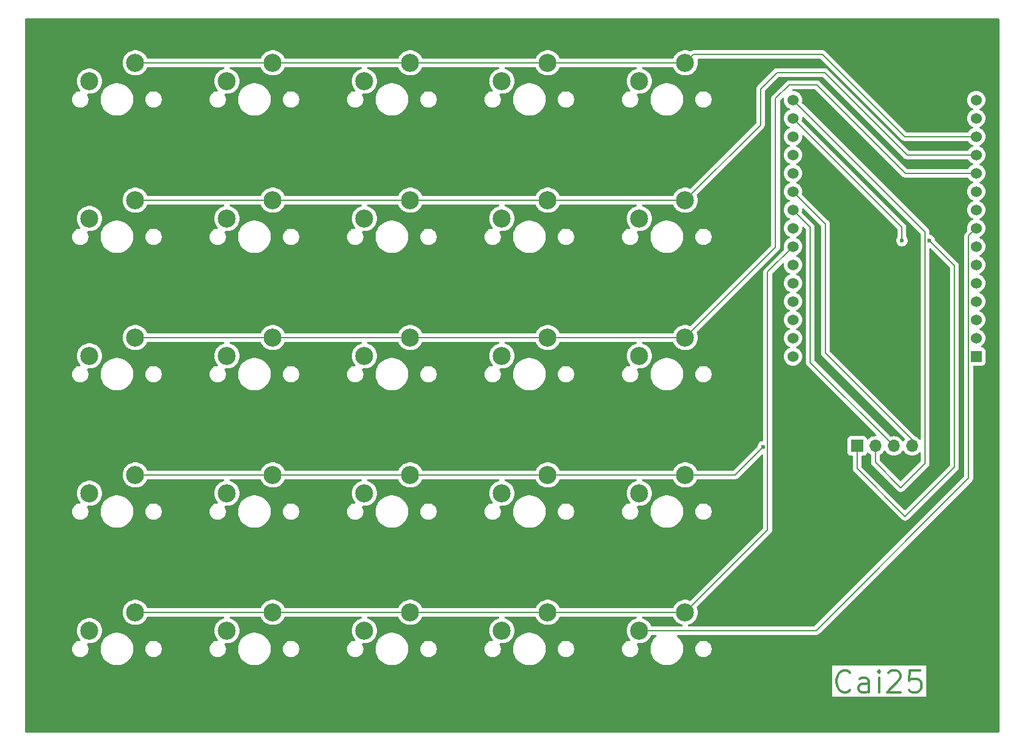
<source format=gbr>
%TF.GenerationSoftware,KiCad,Pcbnew,8.0.6*%
%TF.CreationDate,2024-10-21T22:04:41+07:00*%
%TF.ProjectId,CaiPad25_ESP32,43616950-6164-4323-955f-45535033322e,rev?*%
%TF.SameCoordinates,Original*%
%TF.FileFunction,Copper,L1,Top*%
%TF.FilePolarity,Positive*%
%FSLAX46Y46*%
G04 Gerber Fmt 4.6, Leading zero omitted, Abs format (unit mm)*
G04 Created by KiCad (PCBNEW 8.0.6) date 2024-10-21 22:04:41*
%MOMM*%
%LPD*%
G01*
G04 APERTURE LIST*
%ADD10C,0.300000*%
%TA.AperFunction,NonConductor*%
%ADD11C,0.300000*%
%TD*%
%TA.AperFunction,ComponentPad*%
%ADD12C,2.500000*%
%TD*%
%TA.AperFunction,ComponentPad*%
%ADD13R,1.524000X1.524000*%
%TD*%
%TA.AperFunction,ComponentPad*%
%ADD14C,1.524000*%
%TD*%
%TA.AperFunction,ComponentPad*%
%ADD15R,1.700000X1.700000*%
%TD*%
%TA.AperFunction,ComponentPad*%
%ADD16O,1.700000X1.700000*%
%TD*%
%TA.AperFunction,ViaPad*%
%ADD17C,0.600000*%
%TD*%
%TA.AperFunction,Conductor*%
%ADD18C,0.200000*%
%TD*%
G04 APERTURE END LIST*
D10*
D11*
X149225939Y-129531542D02*
X149083082Y-129674400D01*
X149083082Y-129674400D02*
X148654510Y-129817257D01*
X148654510Y-129817257D02*
X148368796Y-129817257D01*
X148368796Y-129817257D02*
X147940225Y-129674400D01*
X147940225Y-129674400D02*
X147654510Y-129388685D01*
X147654510Y-129388685D02*
X147511653Y-129102971D01*
X147511653Y-129102971D02*
X147368796Y-128531542D01*
X147368796Y-128531542D02*
X147368796Y-128102971D01*
X147368796Y-128102971D02*
X147511653Y-127531542D01*
X147511653Y-127531542D02*
X147654510Y-127245828D01*
X147654510Y-127245828D02*
X147940225Y-126960114D01*
X147940225Y-126960114D02*
X148368796Y-126817257D01*
X148368796Y-126817257D02*
X148654510Y-126817257D01*
X148654510Y-126817257D02*
X149083082Y-126960114D01*
X149083082Y-126960114D02*
X149225939Y-127102971D01*
X151797368Y-129817257D02*
X151797368Y-128245828D01*
X151797368Y-128245828D02*
X151654510Y-127960114D01*
X151654510Y-127960114D02*
X151368796Y-127817257D01*
X151368796Y-127817257D02*
X150797368Y-127817257D01*
X150797368Y-127817257D02*
X150511653Y-127960114D01*
X151797368Y-129674400D02*
X151511653Y-129817257D01*
X151511653Y-129817257D02*
X150797368Y-129817257D01*
X150797368Y-129817257D02*
X150511653Y-129674400D01*
X150511653Y-129674400D02*
X150368796Y-129388685D01*
X150368796Y-129388685D02*
X150368796Y-129102971D01*
X150368796Y-129102971D02*
X150511653Y-128817257D01*
X150511653Y-128817257D02*
X150797368Y-128674400D01*
X150797368Y-128674400D02*
X151511653Y-128674400D01*
X151511653Y-128674400D02*
X151797368Y-128531542D01*
X153225939Y-129817257D02*
X153225939Y-127817257D01*
X153225939Y-126817257D02*
X153083082Y-126960114D01*
X153083082Y-126960114D02*
X153225939Y-127102971D01*
X153225939Y-127102971D02*
X153368796Y-126960114D01*
X153368796Y-126960114D02*
X153225939Y-126817257D01*
X153225939Y-126817257D02*
X153225939Y-127102971D01*
X154511653Y-127102971D02*
X154654510Y-126960114D01*
X154654510Y-126960114D02*
X154940225Y-126817257D01*
X154940225Y-126817257D02*
X155654510Y-126817257D01*
X155654510Y-126817257D02*
X155940225Y-126960114D01*
X155940225Y-126960114D02*
X156083082Y-127102971D01*
X156083082Y-127102971D02*
X156225939Y-127388685D01*
X156225939Y-127388685D02*
X156225939Y-127674400D01*
X156225939Y-127674400D02*
X156083082Y-128102971D01*
X156083082Y-128102971D02*
X154368796Y-129817257D01*
X154368796Y-129817257D02*
X156225939Y-129817257D01*
X158940225Y-126817257D02*
X157511653Y-126817257D01*
X157511653Y-126817257D02*
X157368796Y-128245828D01*
X157368796Y-128245828D02*
X157511653Y-128102971D01*
X157511653Y-128102971D02*
X157797368Y-127960114D01*
X157797368Y-127960114D02*
X158511653Y-127960114D01*
X158511653Y-127960114D02*
X158797368Y-128102971D01*
X158797368Y-128102971D02*
X158940225Y-128245828D01*
X158940225Y-128245828D02*
X159083082Y-128531542D01*
X159083082Y-128531542D02*
X159083082Y-129245828D01*
X159083082Y-129245828D02*
X158940225Y-129531542D01*
X158940225Y-129531542D02*
X158797368Y-129674400D01*
X158797368Y-129674400D02*
X158511653Y-129817257D01*
X158511653Y-129817257D02*
X157797368Y-129817257D01*
X157797368Y-129817257D02*
X157511653Y-129674400D01*
X157511653Y-129674400D02*
X157368796Y-129531542D01*
D12*
%TO.P,S7,1,1*%
%TO.N,Column 1*%
X62865000Y-64135000D03*
%TO.P,S7,2,2*%
%TO.N,Row 1*%
X69215000Y-61595000D03*
%TD*%
%TO.P,S12,1,1*%
%TO.N,Column 1*%
X62865000Y-83185000D03*
%TO.P,S12,2,2*%
%TO.N,Row 2*%
X69215000Y-80645000D03*
%TD*%
%TO.P,S4,1,1*%
%TO.N,Column 3*%
X100965000Y-45085000D03*
%TO.P,S4,2,2*%
%TO.N,Row 0*%
X107315000Y-42545000D03*
%TD*%
%TO.P,S16,1,1*%
%TO.N,Column 0*%
X43815000Y-102235000D03*
%TO.P,S16,2,2*%
%TO.N,Row 3*%
X50165000Y-99695000D03*
%TD*%
%TO.P,S14,1,1*%
%TO.N,Column 3*%
X100965000Y-83185000D03*
%TO.P,S14,2,2*%
%TO.N,Row 2*%
X107315000Y-80645000D03*
%TD*%
%TO.P,S21,1,1*%
%TO.N,Column 0*%
X43815000Y-121285000D03*
%TO.P,S21,2,2*%
%TO.N,Row 4*%
X50165000Y-118745000D03*
%TD*%
%TO.P,S5,1,1*%
%TO.N,Column 4*%
X120015000Y-45085000D03*
%TO.P,S5,2,2*%
%TO.N,Row 0*%
X126365000Y-42545000D03*
%TD*%
%TO.P,S3,1,1*%
%TO.N,Column 2*%
X81915000Y-45085000D03*
%TO.P,S3,2,2*%
%TO.N,Row 0*%
X88265000Y-42545000D03*
%TD*%
%TO.P,S1,1,1*%
%TO.N,Column 0*%
X43815000Y-45085000D03*
%TO.P,S1,2,2*%
%TO.N,Row 0*%
X50165000Y-42545000D03*
%TD*%
%TO.P,S13,1,1*%
%TO.N,Column 2*%
X81915000Y-83185000D03*
%TO.P,S13,2,2*%
%TO.N,Row 2*%
X88265000Y-80645000D03*
%TD*%
%TO.P,S11,1,1*%
%TO.N,Column 0*%
X43815000Y-83185000D03*
%TO.P,S11,2,2*%
%TO.N,Row 2*%
X50165000Y-80645000D03*
%TD*%
%TO.P,S22,1,1*%
%TO.N,Column 1*%
X62865000Y-121285000D03*
%TO.P,S22,2,2*%
%TO.N,Row 4*%
X69215000Y-118745000D03*
%TD*%
%TO.P,S17,1,1*%
%TO.N,Column 1*%
X62865000Y-102235000D03*
%TO.P,S17,2,2*%
%TO.N,Row 3*%
X69215000Y-99695000D03*
%TD*%
%TO.P,S2,1,1*%
%TO.N,Column 1*%
X62865000Y-45085000D03*
%TO.P,S2,2,2*%
%TO.N,Row 0*%
X69215000Y-42545000D03*
%TD*%
%TO.P,S24,1,1*%
%TO.N,Column 3*%
X100965000Y-121285000D03*
%TO.P,S24,2,2*%
%TO.N,Row 4*%
X107315000Y-118745000D03*
%TD*%
%TO.P,S9,1,1*%
%TO.N,Column 3*%
X100965000Y-64135000D03*
%TO.P,S9,2,2*%
%TO.N,Row 1*%
X107315000Y-61595000D03*
%TD*%
%TO.P,S20,1,1*%
%TO.N,Column 4*%
X120015000Y-102235000D03*
%TO.P,S20,2,2*%
%TO.N,Row 3*%
X126365000Y-99695000D03*
%TD*%
%TO.P,S18,1,1*%
%TO.N,Column 2*%
X81915000Y-102235000D03*
%TO.P,S18,2,2*%
%TO.N,Row 3*%
X88265000Y-99695000D03*
%TD*%
%TO.P,S25,1,1*%
%TO.N,Column 4*%
X120015000Y-121285000D03*
%TO.P,S25,2,2*%
%TO.N,Row 4*%
X126365000Y-118745000D03*
%TD*%
%TO.P,S8,1,1*%
%TO.N,Column 2*%
X81915000Y-64135000D03*
%TO.P,S8,2,2*%
%TO.N,Row 1*%
X88265000Y-61595000D03*
%TD*%
%TO.P,S23,1,1*%
%TO.N,Column 2*%
X81915000Y-121285000D03*
%TO.P,S23,2,2*%
%TO.N,Row 4*%
X88265000Y-118745000D03*
%TD*%
D13*
%TO.P,U1,1,EN*%
%TO.N,unconnected-(U1-EN-Pad1)*%
X166714214Y-83274214D03*
D14*
%TO.P,U1,2,SENSOR_VP*%
%TO.N,unconnected-(U1-SENSOR_VP-Pad2)*%
X166714214Y-80734214D03*
%TO.P,U1,3,SENSOR_VN*%
%TO.N,unconnected-(U1-SENSOR_VN-Pad3)*%
X166714214Y-78194214D03*
%TO.P,U1,4,IO34*%
%TO.N,unconnected-(U1-IO34-Pad4)*%
X166714214Y-75654214D03*
%TO.P,U1,5,IO35*%
%TO.N,unconnected-(U1-IO35-Pad5)*%
X166714214Y-73114214D03*
%TO.P,U1,6,IO32*%
%TO.N,unconnected-(U1-IO32-Pad6)*%
X166714214Y-70574214D03*
%TO.P,U1,7,IO33*%
%TO.N,unconnected-(U1-IO33-Pad7)*%
X166714214Y-68034214D03*
%TO.P,U1,8,IO25*%
%TO.N,Column 4*%
X166714214Y-65494214D03*
%TO.P,U1,9,IO26*%
%TO.N,unconnected-(U1-IO26-Pad9)*%
X166714214Y-62954214D03*
%TO.P,U1,10,IO27*%
%TO.N,unconnected-(U1-IO27-Pad10)*%
X166714214Y-60414214D03*
%TO.P,U1,11,IO14*%
%TO.N,Row 2*%
X166714214Y-57874214D03*
%TO.P,U1,12,IO12*%
%TO.N,Row 1*%
X166714214Y-55334214D03*
%TO.P,U1,13,IO13*%
%TO.N,Row 0*%
X166714214Y-52794214D03*
%TO.P,U1,14,GND*%
%TO.N,unconnected-(U1-GND-Pad14)*%
X166714214Y-50254214D03*
%TO.P,U1,15,VIN*%
%TO.N,unconnected-(U1-VIN-Pad15)*%
X166714214Y-47714214D03*
%TO.P,U1,16,3V3*%
%TO.N,Net-(J1-VCC)*%
X141314214Y-47714214D03*
%TO.P,U1,17,GND*%
%TO.N,Net-(J1-GND)*%
X141314214Y-50254214D03*
%TO.P,U1,18,IO15*%
%TO.N,Row 3*%
X141314214Y-52794214D03*
%TO.P,U1,19,IO2*%
%TO.N,unconnected-(U1-IO2-Pad19)*%
X141314214Y-55334214D03*
%TO.P,U1,20,IO4*%
%TO.N,unconnected-(U1-IO4-Pad20)*%
X141314214Y-57874214D03*
%TO.P,U1,21,IO16*%
%TO.N,Net-(J1-SDA)*%
X141314214Y-60414214D03*
%TO.P,U1,22,IO17*%
%TO.N,Net-(J1-SCL)*%
X141314214Y-62954214D03*
%TO.P,U1,23,IO5*%
%TO.N,unconnected-(U1-IO5-Pad23)*%
X141314214Y-65494214D03*
%TO.P,U1,24,IO18*%
%TO.N,Row 4*%
X141314214Y-68034214D03*
%TO.P,U1,25,IO19*%
%TO.N,Column 0*%
X141314214Y-70574214D03*
%TO.P,U1,26,IO21*%
%TO.N,Column 1*%
X141314214Y-73114214D03*
%TO.P,U1,27,RXD0/IO3*%
%TO.N,unconnected-(U1-RXD0{slash}IO3-Pad27)*%
X141314214Y-75654214D03*
%TO.P,U1,28,TXD0/IO1*%
%TO.N,unconnected-(U1-TXD0{slash}IO1-Pad28)*%
X141314214Y-78194214D03*
%TO.P,U1,29,IO22*%
%TO.N,Column 2*%
X141314214Y-80734214D03*
%TO.P,U1,30,IO23*%
%TO.N,Column 3*%
X141314214Y-83274214D03*
%TD*%
D12*
%TO.P,S10,1,1*%
%TO.N,Column 4*%
X120015000Y-64135000D03*
%TO.P,S10,2,2*%
%TO.N,Row 1*%
X126365000Y-61595000D03*
%TD*%
%TO.P,S15,1,1*%
%TO.N,Column 4*%
X120015000Y-83185000D03*
%TO.P,S15,2,2*%
%TO.N,Row 2*%
X126365000Y-80645000D03*
%TD*%
%TO.P,S19,1,1*%
%TO.N,Column 3*%
X100965000Y-102235000D03*
%TO.P,S19,2,2*%
%TO.N,Row 3*%
X107315000Y-99695000D03*
%TD*%
%TO.P,S6,1,1*%
%TO.N,Column 0*%
X43815000Y-64135000D03*
%TO.P,S6,2,2*%
%TO.N,Row 1*%
X50165000Y-61595000D03*
%TD*%
D15*
%TO.P,J1,1,GND*%
%TO.N,Net-(J1-GND)*%
X150190000Y-95670000D03*
D16*
%TO.P,J1,2,VCC*%
%TO.N,Net-(J1-VCC)*%
X152730000Y-95670000D03*
%TO.P,J1,3,SCL*%
%TO.N,Net-(J1-SCL)*%
X155270000Y-95670000D03*
%TO.P,J1,4,SDA*%
%TO.N,Net-(J1-SDA)*%
X157810000Y-95670000D03*
%TD*%
D17*
%TO.N,Net-(J1-GND)*%
X156400000Y-67200000D03*
X160200000Y-67200000D03*
%TO.N,Row 3*%
X137200000Y-95800000D03*
%TD*%
D18*
%TO.N,Net-(J1-SDA)*%
X145800000Y-64900000D02*
X141314214Y-60414214D01*
X157810000Y-95670000D02*
X157810000Y-94810000D01*
X145800000Y-82800000D02*
X145800000Y-64900000D01*
X157810000Y-94810000D02*
X145800000Y-82800000D01*
%TO.N,Net-(J1-SCL)*%
X143700000Y-84100000D02*
X143700000Y-65340000D01*
X155270000Y-95670000D02*
X143700000Y-84100000D01*
X143700000Y-65340000D02*
X141314214Y-62954214D01*
%TO.N,Net-(J1-VCC)*%
X152730000Y-97930000D02*
X156250000Y-101450000D01*
X152730000Y-95670000D02*
X152730000Y-97930000D01*
X159600000Y-98100000D02*
X159600000Y-66000000D01*
X156250000Y-101450000D02*
X159600000Y-98100000D01*
X159600000Y-66000000D02*
X141314214Y-47714214D01*
%TO.N,Net-(J1-GND)*%
X150190000Y-98790000D02*
X156850000Y-105450000D01*
X156850000Y-105450000D02*
X163700000Y-98600000D01*
X163700000Y-98600000D02*
X163700000Y-70700000D01*
X163700000Y-70700000D02*
X160200000Y-67200000D01*
X156400000Y-65340000D02*
X141314214Y-50254214D01*
X150190000Y-95670000D02*
X150190000Y-98790000D01*
X156400000Y-67200000D02*
X156400000Y-65340000D01*
%TO.N,Row 3*%
X126365000Y-99695000D02*
X133305000Y-99695000D01*
X133305000Y-99695000D02*
X137200000Y-95800000D01*
X50165000Y-99695000D02*
X126365000Y-99695000D01*
%TO.N,Row 4*%
X50165000Y-118745000D02*
X126365000Y-118745000D01*
X137800000Y-107310000D02*
X137800000Y-71548428D01*
X137800000Y-71548428D02*
X141314214Y-68034214D01*
X126365000Y-118745000D02*
X137800000Y-107310000D01*
%TO.N,Row 0*%
X156794214Y-52794214D02*
X166714214Y-52794214D01*
X126365000Y-42545000D02*
X127510000Y-41400000D01*
X127510000Y-41400000D02*
X145400000Y-41400000D01*
X50165000Y-42545000D02*
X126365000Y-42545000D01*
X145400000Y-41400000D02*
X156794214Y-52794214D01*
%TO.N,Column 4*%
X165652214Y-100147786D02*
X165652214Y-66556214D01*
X165652214Y-66556214D02*
X166714214Y-65494214D01*
X120015000Y-121285000D02*
X144515000Y-121285000D01*
X144515000Y-121285000D02*
X165652214Y-100147786D01*
%TO.N,Row 2*%
X50165000Y-80645000D02*
X126365000Y-80645000D01*
X138900000Y-47500000D02*
X140800000Y-45600000D01*
X144600000Y-45600000D02*
X156874214Y-57874214D01*
X156874214Y-57874214D02*
X166714214Y-57874214D01*
X140800000Y-45600000D02*
X144600000Y-45600000D01*
X126365000Y-80645000D02*
X138900000Y-68110000D01*
X138900000Y-68110000D02*
X138900000Y-47500000D01*
%TO.N,Row 1*%
X145700000Y-43900000D02*
X157134214Y-55334214D01*
X136800000Y-51160000D02*
X136800000Y-46200000D01*
X136800000Y-46200000D02*
X139100000Y-43900000D01*
X139100000Y-43900000D02*
X145700000Y-43900000D01*
X157134214Y-55334214D02*
X166714214Y-55334214D01*
X50165000Y-61595000D02*
X126365000Y-61595000D01*
X126365000Y-61595000D02*
X136800000Y-51160000D01*
%TD*%
%TA.AperFunction,NonConductor*%
G36*
X169842539Y-36420185D02*
G01*
X169888294Y-36472989D01*
X169899500Y-36524500D01*
X169899500Y-135275500D01*
X169879815Y-135342539D01*
X169827011Y-135388294D01*
X169775500Y-135399500D01*
X35024500Y-135399500D01*
X34957461Y-135379815D01*
X34911706Y-135327011D01*
X34900500Y-135275500D01*
X34900500Y-130474482D01*
X146710592Y-130474482D01*
X159740307Y-130474482D01*
X159740307Y-126159558D01*
X146710592Y-126159558D01*
X146710592Y-130474482D01*
X34900500Y-130474482D01*
X34900500Y-123736421D01*
X41419500Y-123736421D01*
X41419500Y-123913578D01*
X41447214Y-124088556D01*
X41501956Y-124257039D01*
X41501957Y-124257042D01*
X41582386Y-124414890D01*
X41686517Y-124558214D01*
X41811786Y-124683483D01*
X41955110Y-124787614D01*
X42023577Y-124822500D01*
X42112957Y-124868042D01*
X42112960Y-124868043D01*
X42197201Y-124895414D01*
X42281445Y-124922786D01*
X42456421Y-124950500D01*
X42456422Y-124950500D01*
X42633578Y-124950500D01*
X42633579Y-124950500D01*
X42808555Y-124922786D01*
X42977042Y-124868042D01*
X43134890Y-124787614D01*
X43278214Y-124683483D01*
X43403483Y-124558214D01*
X43507614Y-124414890D01*
X43588042Y-124257042D01*
X43642786Y-124088555D01*
X43670500Y-123913579D01*
X43670500Y-123736421D01*
X43661165Y-123677486D01*
X45374500Y-123677486D01*
X45374500Y-123972513D01*
X45389778Y-124088555D01*
X45413007Y-124264993D01*
X45489361Y-124549951D01*
X45489364Y-124549961D01*
X45602254Y-124822500D01*
X45602258Y-124822510D01*
X45749761Y-125077993D01*
X45929352Y-125312040D01*
X45929358Y-125312047D01*
X46137952Y-125520641D01*
X46137959Y-125520647D01*
X46372006Y-125700238D01*
X46627489Y-125847741D01*
X46627490Y-125847741D01*
X46627493Y-125847743D01*
X46900048Y-125960639D01*
X47185007Y-126036993D01*
X47477494Y-126075500D01*
X47477501Y-126075500D01*
X47772499Y-126075500D01*
X47772506Y-126075500D01*
X48064993Y-126036993D01*
X48349952Y-125960639D01*
X48622507Y-125847743D01*
X48877994Y-125700238D01*
X49112042Y-125520646D01*
X49320646Y-125312042D01*
X49500238Y-125077994D01*
X49647743Y-124822507D01*
X49760639Y-124549952D01*
X49836993Y-124264993D01*
X49875500Y-123972506D01*
X49875500Y-123736421D01*
X51579500Y-123736421D01*
X51579500Y-123913578D01*
X51607214Y-124088556D01*
X51661956Y-124257039D01*
X51661957Y-124257042D01*
X51742386Y-124414890D01*
X51846517Y-124558214D01*
X51971786Y-124683483D01*
X52115110Y-124787614D01*
X52183577Y-124822500D01*
X52272957Y-124868042D01*
X52272960Y-124868043D01*
X52357201Y-124895414D01*
X52441445Y-124922786D01*
X52616421Y-124950500D01*
X52616422Y-124950500D01*
X52793578Y-124950500D01*
X52793579Y-124950500D01*
X52968555Y-124922786D01*
X53137042Y-124868042D01*
X53294890Y-124787614D01*
X53438214Y-124683483D01*
X53563483Y-124558214D01*
X53667614Y-124414890D01*
X53748042Y-124257042D01*
X53802786Y-124088555D01*
X53830500Y-123913579D01*
X53830500Y-123736421D01*
X53802786Y-123561445D01*
X53748042Y-123392958D01*
X53748042Y-123392957D01*
X53667613Y-123235109D01*
X53657201Y-123220778D01*
X53563483Y-123091786D01*
X53438214Y-122966517D01*
X53294890Y-122862386D01*
X53137042Y-122781957D01*
X53137039Y-122781956D01*
X52968556Y-122727214D01*
X52881067Y-122713357D01*
X52793579Y-122699500D01*
X52616421Y-122699500D01*
X52558095Y-122708738D01*
X52441443Y-122727214D01*
X52272960Y-122781956D01*
X52272957Y-122781957D01*
X52115109Y-122862386D01*
X52037104Y-122919061D01*
X51971786Y-122966517D01*
X51971784Y-122966519D01*
X51971783Y-122966519D01*
X51846519Y-123091783D01*
X51846519Y-123091784D01*
X51846517Y-123091786D01*
X51801796Y-123153338D01*
X51742386Y-123235109D01*
X51661957Y-123392957D01*
X51661956Y-123392960D01*
X51607214Y-123561443D01*
X51579500Y-123736421D01*
X49875500Y-123736421D01*
X49875500Y-123677494D01*
X49836993Y-123385007D01*
X49760639Y-123100048D01*
X49647743Y-122827493D01*
X49634888Y-122805228D01*
X49500238Y-122572006D01*
X49320647Y-122337959D01*
X49320641Y-122337952D01*
X49112047Y-122129358D01*
X49112040Y-122129352D01*
X48877993Y-121949761D01*
X48622510Y-121802258D01*
X48622500Y-121802254D01*
X48349961Y-121689364D01*
X48349954Y-121689362D01*
X48349952Y-121689361D01*
X48064993Y-121613007D01*
X48016113Y-121606571D01*
X47772513Y-121574500D01*
X47772506Y-121574500D01*
X47477494Y-121574500D01*
X47477486Y-121574500D01*
X47199085Y-121611153D01*
X47185007Y-121613007D01*
X47071201Y-121643501D01*
X46900048Y-121689361D01*
X46900038Y-121689364D01*
X46627499Y-121802254D01*
X46627489Y-121802258D01*
X46372006Y-121949761D01*
X46137959Y-122129352D01*
X46137952Y-122129358D01*
X45929358Y-122337952D01*
X45929352Y-122337959D01*
X45749761Y-122572006D01*
X45602258Y-122827489D01*
X45602254Y-122827499D01*
X45489364Y-123100038D01*
X45489361Y-123100048D01*
X45453172Y-123235110D01*
X45413008Y-123385004D01*
X45413006Y-123385015D01*
X45374500Y-123677486D01*
X43661165Y-123677486D01*
X43642786Y-123561445D01*
X43588042Y-123392958D01*
X43588042Y-123392957D01*
X43560190Y-123338295D01*
X43507614Y-123235110D01*
X43506529Y-123233617D01*
X43497202Y-123220778D01*
X43473722Y-123154972D01*
X43489548Y-123086918D01*
X43539654Y-123038223D01*
X43608132Y-123024348D01*
X43615992Y-123025276D01*
X43683818Y-123035500D01*
X43946182Y-123035500D01*
X44205615Y-122996396D01*
X44456323Y-122919063D01*
X44692704Y-122805228D01*
X44909479Y-122657433D01*
X45101805Y-122478981D01*
X45265386Y-122273857D01*
X45396568Y-122046643D01*
X45492420Y-121802416D01*
X45550802Y-121546630D01*
X45570408Y-121285000D01*
X45550802Y-121023370D01*
X45492420Y-120767584D01*
X45396568Y-120523357D01*
X45265386Y-120296143D01*
X45101805Y-120091019D01*
X45101804Y-120091018D01*
X45101801Y-120091014D01*
X44909479Y-119912567D01*
X44692704Y-119764772D01*
X44692700Y-119764770D01*
X44692697Y-119764768D01*
X44692696Y-119764767D01*
X44456325Y-119650938D01*
X44456327Y-119650938D01*
X44205623Y-119573606D01*
X44205619Y-119573605D01*
X44205615Y-119573604D01*
X44080823Y-119554794D01*
X43946187Y-119534500D01*
X43946182Y-119534500D01*
X43683818Y-119534500D01*
X43683812Y-119534500D01*
X43522247Y-119558853D01*
X43424385Y-119573604D01*
X43424382Y-119573605D01*
X43424376Y-119573606D01*
X43173673Y-119650938D01*
X42937303Y-119764767D01*
X42937302Y-119764768D01*
X42720520Y-119912567D01*
X42528198Y-120091014D01*
X42364614Y-120296143D01*
X42233432Y-120523356D01*
X42137582Y-120767578D01*
X42137576Y-120767597D01*
X42079197Y-121023374D01*
X42079196Y-121023379D01*
X42059592Y-121284995D01*
X42059592Y-121285004D01*
X42079196Y-121546620D01*
X42079197Y-121546625D01*
X42137576Y-121802402D01*
X42137578Y-121802411D01*
X42137580Y-121802416D01*
X42233432Y-122046643D01*
X42364614Y-122273857D01*
X42415733Y-122337958D01*
X42528197Y-122478984D01*
X42534377Y-122484717D01*
X42570133Y-122544744D01*
X42567760Y-122614574D01*
X42528011Y-122672035D01*
X42463506Y-122698884D01*
X42459788Y-122699234D01*
X42456428Y-122699498D01*
X42281443Y-122727214D01*
X42112960Y-122781956D01*
X42112957Y-122781957D01*
X41955109Y-122862386D01*
X41877104Y-122919061D01*
X41811786Y-122966517D01*
X41811784Y-122966519D01*
X41811783Y-122966519D01*
X41686519Y-123091783D01*
X41686519Y-123091784D01*
X41686517Y-123091786D01*
X41641796Y-123153338D01*
X41582386Y-123235109D01*
X41501957Y-123392957D01*
X41501956Y-123392960D01*
X41447214Y-123561443D01*
X41419500Y-123736421D01*
X34900500Y-123736421D01*
X34900500Y-104686421D01*
X41419500Y-104686421D01*
X41419500Y-104863578D01*
X41447214Y-105038556D01*
X41501956Y-105207039D01*
X41501957Y-105207042D01*
X41582386Y-105364890D01*
X41686517Y-105508214D01*
X41811786Y-105633483D01*
X41955110Y-105737614D01*
X42023577Y-105772500D01*
X42112957Y-105818042D01*
X42112960Y-105818043D01*
X42197201Y-105845414D01*
X42281445Y-105872786D01*
X42456421Y-105900500D01*
X42456422Y-105900500D01*
X42633578Y-105900500D01*
X42633579Y-105900500D01*
X42808555Y-105872786D01*
X42977042Y-105818042D01*
X43134890Y-105737614D01*
X43278214Y-105633483D01*
X43403483Y-105508214D01*
X43507614Y-105364890D01*
X43588042Y-105207042D01*
X43642786Y-105038555D01*
X43670500Y-104863579D01*
X43670500Y-104686421D01*
X43661165Y-104627486D01*
X45374500Y-104627486D01*
X45374500Y-104922513D01*
X45389778Y-105038555D01*
X45413007Y-105214993D01*
X45489361Y-105499951D01*
X45489364Y-105499961D01*
X45602254Y-105772500D01*
X45602258Y-105772510D01*
X45749761Y-106027993D01*
X45929352Y-106262040D01*
X45929358Y-106262047D01*
X46137952Y-106470641D01*
X46137959Y-106470647D01*
X46372006Y-106650238D01*
X46627489Y-106797741D01*
X46627490Y-106797741D01*
X46627493Y-106797743D01*
X46900048Y-106910639D01*
X47185007Y-106986993D01*
X47477494Y-107025500D01*
X47477501Y-107025500D01*
X47772499Y-107025500D01*
X47772506Y-107025500D01*
X48064993Y-106986993D01*
X48349952Y-106910639D01*
X48622507Y-106797743D01*
X48877994Y-106650238D01*
X49112042Y-106470646D01*
X49320646Y-106262042D01*
X49500238Y-106027994D01*
X49647743Y-105772507D01*
X49760639Y-105499952D01*
X49836993Y-105214993D01*
X49875500Y-104922506D01*
X49875500Y-104686421D01*
X51579500Y-104686421D01*
X51579500Y-104863578D01*
X51607214Y-105038556D01*
X51661956Y-105207039D01*
X51661957Y-105207042D01*
X51742386Y-105364890D01*
X51846517Y-105508214D01*
X51971786Y-105633483D01*
X52115110Y-105737614D01*
X52183577Y-105772500D01*
X52272957Y-105818042D01*
X52272960Y-105818043D01*
X52357201Y-105845414D01*
X52441445Y-105872786D01*
X52616421Y-105900500D01*
X52616422Y-105900500D01*
X52793578Y-105900500D01*
X52793579Y-105900500D01*
X52968555Y-105872786D01*
X53137042Y-105818042D01*
X53294890Y-105737614D01*
X53438214Y-105633483D01*
X53563483Y-105508214D01*
X53667614Y-105364890D01*
X53748042Y-105207042D01*
X53802786Y-105038555D01*
X53830500Y-104863579D01*
X53830500Y-104686421D01*
X53802786Y-104511445D01*
X53748042Y-104342958D01*
X53748042Y-104342957D01*
X53667613Y-104185109D01*
X53657201Y-104170778D01*
X53563483Y-104041786D01*
X53438214Y-103916517D01*
X53294890Y-103812386D01*
X53137042Y-103731957D01*
X53137039Y-103731956D01*
X52968556Y-103677214D01*
X52881067Y-103663357D01*
X52793579Y-103649500D01*
X52616421Y-103649500D01*
X52558095Y-103658738D01*
X52441443Y-103677214D01*
X52272960Y-103731956D01*
X52272957Y-103731957D01*
X52115109Y-103812386D01*
X52037104Y-103869061D01*
X51971786Y-103916517D01*
X51971784Y-103916519D01*
X51971783Y-103916519D01*
X51846519Y-104041783D01*
X51846519Y-104041784D01*
X51846517Y-104041786D01*
X51801796Y-104103338D01*
X51742386Y-104185109D01*
X51661957Y-104342957D01*
X51661956Y-104342960D01*
X51607214Y-104511443D01*
X51579500Y-104686421D01*
X49875500Y-104686421D01*
X49875500Y-104627494D01*
X49836993Y-104335007D01*
X49760639Y-104050048D01*
X49647743Y-103777493D01*
X49634888Y-103755228D01*
X49500238Y-103522006D01*
X49320647Y-103287959D01*
X49320641Y-103287952D01*
X49112047Y-103079358D01*
X49112040Y-103079352D01*
X48877993Y-102899761D01*
X48622510Y-102752258D01*
X48622500Y-102752254D01*
X48349961Y-102639364D01*
X48349954Y-102639362D01*
X48349952Y-102639361D01*
X48064993Y-102563007D01*
X48016113Y-102556571D01*
X47772513Y-102524500D01*
X47772506Y-102524500D01*
X47477494Y-102524500D01*
X47477486Y-102524500D01*
X47199085Y-102561153D01*
X47185007Y-102563007D01*
X46900048Y-102639361D01*
X46900038Y-102639364D01*
X46627499Y-102752254D01*
X46627489Y-102752258D01*
X46372006Y-102899761D01*
X46137959Y-103079352D01*
X46137952Y-103079358D01*
X45929358Y-103287952D01*
X45929352Y-103287959D01*
X45749761Y-103522006D01*
X45602258Y-103777489D01*
X45602254Y-103777499D01*
X45489364Y-104050038D01*
X45489361Y-104050048D01*
X45453172Y-104185110D01*
X45413008Y-104335004D01*
X45413006Y-104335015D01*
X45374500Y-104627486D01*
X43661165Y-104627486D01*
X43642786Y-104511445D01*
X43588042Y-104342958D01*
X43588042Y-104342957D01*
X43560190Y-104288295D01*
X43507614Y-104185110D01*
X43506529Y-104183617D01*
X43497202Y-104170778D01*
X43473722Y-104104972D01*
X43489548Y-104036918D01*
X43539654Y-103988223D01*
X43608132Y-103974348D01*
X43615992Y-103975276D01*
X43683818Y-103985500D01*
X43946182Y-103985500D01*
X44205615Y-103946396D01*
X44456323Y-103869063D01*
X44692704Y-103755228D01*
X44909479Y-103607433D01*
X45101805Y-103428981D01*
X45265386Y-103223857D01*
X45396568Y-102996643D01*
X45492420Y-102752416D01*
X45550802Y-102496630D01*
X45570408Y-102235000D01*
X45553515Y-102009577D01*
X45550803Y-101973379D01*
X45550802Y-101973370D01*
X45492423Y-101717597D01*
X45492422Y-101717596D01*
X45492420Y-101717584D01*
X45396568Y-101473357D01*
X45265386Y-101246143D01*
X45101805Y-101041019D01*
X45101804Y-101041018D01*
X45101801Y-101041014D01*
X44909479Y-100862567D01*
X44692704Y-100714772D01*
X44692700Y-100714770D01*
X44692697Y-100714768D01*
X44692696Y-100714767D01*
X44456325Y-100600938D01*
X44456327Y-100600938D01*
X44205623Y-100523606D01*
X44205619Y-100523605D01*
X44205615Y-100523604D01*
X44080823Y-100504794D01*
X43946187Y-100484500D01*
X43946182Y-100484500D01*
X43683818Y-100484500D01*
X43683812Y-100484500D01*
X43522247Y-100508853D01*
X43424385Y-100523604D01*
X43424382Y-100523605D01*
X43424376Y-100523606D01*
X43173673Y-100600938D01*
X42937303Y-100714767D01*
X42937302Y-100714768D01*
X42720520Y-100862567D01*
X42528198Y-101041014D01*
X42364614Y-101246143D01*
X42233432Y-101473356D01*
X42137582Y-101717578D01*
X42137576Y-101717597D01*
X42079198Y-101973370D01*
X42079196Y-101973379D01*
X42059592Y-102234995D01*
X42059592Y-102235004D01*
X42079196Y-102496620D01*
X42079197Y-102496625D01*
X42137576Y-102752402D01*
X42137578Y-102752411D01*
X42137580Y-102752416D01*
X42233432Y-102996643D01*
X42364614Y-103223857D01*
X42415733Y-103287958D01*
X42528197Y-103428984D01*
X42534377Y-103434717D01*
X42570133Y-103494744D01*
X42567760Y-103564574D01*
X42528011Y-103622035D01*
X42463506Y-103648884D01*
X42459788Y-103649234D01*
X42456428Y-103649498D01*
X42281443Y-103677214D01*
X42112960Y-103731956D01*
X42112957Y-103731957D01*
X41955109Y-103812386D01*
X41877104Y-103869061D01*
X41811786Y-103916517D01*
X41811784Y-103916519D01*
X41811783Y-103916519D01*
X41686519Y-104041783D01*
X41686519Y-104041784D01*
X41686517Y-104041786D01*
X41641796Y-104103338D01*
X41582386Y-104185109D01*
X41501957Y-104342957D01*
X41501956Y-104342960D01*
X41447214Y-104511443D01*
X41419500Y-104686421D01*
X34900500Y-104686421D01*
X34900500Y-85636421D01*
X41419500Y-85636421D01*
X41419500Y-85813578D01*
X41447214Y-85988556D01*
X41501956Y-86157039D01*
X41501957Y-86157042D01*
X41582386Y-86314890D01*
X41686517Y-86458214D01*
X41811786Y-86583483D01*
X41955110Y-86687614D01*
X42023577Y-86722500D01*
X42112957Y-86768042D01*
X42112960Y-86768043D01*
X42197201Y-86795414D01*
X42281445Y-86822786D01*
X42456421Y-86850500D01*
X42456422Y-86850500D01*
X42633578Y-86850500D01*
X42633579Y-86850500D01*
X42808555Y-86822786D01*
X42977042Y-86768042D01*
X43134890Y-86687614D01*
X43278214Y-86583483D01*
X43403483Y-86458214D01*
X43507614Y-86314890D01*
X43588042Y-86157042D01*
X43642786Y-85988555D01*
X43670500Y-85813579D01*
X43670500Y-85636421D01*
X43661165Y-85577486D01*
X45374500Y-85577486D01*
X45374500Y-85872513D01*
X45389778Y-85988555D01*
X45413007Y-86164993D01*
X45489361Y-86449951D01*
X45489364Y-86449961D01*
X45602254Y-86722500D01*
X45602258Y-86722510D01*
X45749761Y-86977993D01*
X45929352Y-87212040D01*
X45929358Y-87212047D01*
X46137952Y-87420641D01*
X46137959Y-87420647D01*
X46372006Y-87600238D01*
X46627489Y-87747741D01*
X46627490Y-87747741D01*
X46627493Y-87747743D01*
X46900048Y-87860639D01*
X47185007Y-87936993D01*
X47477494Y-87975500D01*
X47477501Y-87975500D01*
X47772499Y-87975500D01*
X47772506Y-87975500D01*
X48064993Y-87936993D01*
X48349952Y-87860639D01*
X48622507Y-87747743D01*
X48877994Y-87600238D01*
X49112042Y-87420646D01*
X49320646Y-87212042D01*
X49500238Y-86977994D01*
X49647743Y-86722507D01*
X49760639Y-86449952D01*
X49836993Y-86164993D01*
X49875500Y-85872506D01*
X49875500Y-85636421D01*
X51579500Y-85636421D01*
X51579500Y-85813578D01*
X51607214Y-85988556D01*
X51661956Y-86157039D01*
X51661957Y-86157042D01*
X51742386Y-86314890D01*
X51846517Y-86458214D01*
X51971786Y-86583483D01*
X52115110Y-86687614D01*
X52183577Y-86722500D01*
X52272957Y-86768042D01*
X52272960Y-86768043D01*
X52357201Y-86795414D01*
X52441445Y-86822786D01*
X52616421Y-86850500D01*
X52616422Y-86850500D01*
X52793578Y-86850500D01*
X52793579Y-86850500D01*
X52968555Y-86822786D01*
X53137042Y-86768042D01*
X53294890Y-86687614D01*
X53438214Y-86583483D01*
X53563483Y-86458214D01*
X53667614Y-86314890D01*
X53748042Y-86157042D01*
X53802786Y-85988555D01*
X53830500Y-85813579D01*
X53830500Y-85636421D01*
X53802786Y-85461445D01*
X53748042Y-85292958D01*
X53748042Y-85292957D01*
X53667613Y-85135109D01*
X53657201Y-85120778D01*
X53563483Y-84991786D01*
X53438214Y-84866517D01*
X53294890Y-84762386D01*
X53137042Y-84681957D01*
X53137039Y-84681956D01*
X52968556Y-84627214D01*
X52881067Y-84613357D01*
X52793579Y-84599500D01*
X52616421Y-84599500D01*
X52558095Y-84608738D01*
X52441443Y-84627214D01*
X52272960Y-84681956D01*
X52272957Y-84681957D01*
X52115109Y-84762386D01*
X52037104Y-84819061D01*
X51971786Y-84866517D01*
X51971784Y-84866519D01*
X51971783Y-84866519D01*
X51846519Y-84991783D01*
X51846519Y-84991784D01*
X51846517Y-84991786D01*
X51801796Y-85053338D01*
X51742386Y-85135109D01*
X51661957Y-85292957D01*
X51661956Y-85292960D01*
X51607214Y-85461443D01*
X51579500Y-85636421D01*
X49875500Y-85636421D01*
X49875500Y-85577494D01*
X49836993Y-85285007D01*
X49760639Y-85000048D01*
X49647743Y-84727493D01*
X49634888Y-84705228D01*
X49500238Y-84472006D01*
X49320647Y-84237959D01*
X49320641Y-84237952D01*
X49112047Y-84029358D01*
X49112040Y-84029352D01*
X48877993Y-83849761D01*
X48622510Y-83702258D01*
X48622500Y-83702254D01*
X48349961Y-83589364D01*
X48349954Y-83589362D01*
X48349952Y-83589361D01*
X48064993Y-83513007D01*
X48016113Y-83506571D01*
X47772513Y-83474500D01*
X47772506Y-83474500D01*
X47477494Y-83474500D01*
X47477486Y-83474500D01*
X47199085Y-83511153D01*
X47185007Y-83513007D01*
X46900048Y-83589361D01*
X46900038Y-83589364D01*
X46627499Y-83702254D01*
X46627489Y-83702258D01*
X46372006Y-83849761D01*
X46137959Y-84029352D01*
X46137952Y-84029358D01*
X45929358Y-84237952D01*
X45929352Y-84237959D01*
X45749761Y-84472006D01*
X45602258Y-84727489D01*
X45602254Y-84727499D01*
X45489364Y-85000038D01*
X45489361Y-85000048D01*
X45453172Y-85135110D01*
X45413008Y-85285004D01*
X45413006Y-85285015D01*
X45374500Y-85577486D01*
X43661165Y-85577486D01*
X43642786Y-85461445D01*
X43588042Y-85292958D01*
X43588042Y-85292957D01*
X43560190Y-85238295D01*
X43507614Y-85135110D01*
X43506529Y-85133617D01*
X43497202Y-85120778D01*
X43473722Y-85054972D01*
X43489548Y-84986918D01*
X43539654Y-84938223D01*
X43608132Y-84924348D01*
X43615992Y-84925276D01*
X43683818Y-84935500D01*
X43946182Y-84935500D01*
X44205615Y-84896396D01*
X44456323Y-84819063D01*
X44692704Y-84705228D01*
X44909479Y-84557433D01*
X45101805Y-84378981D01*
X45265386Y-84173857D01*
X45396568Y-83946643D01*
X45492420Y-83702416D01*
X45550802Y-83446630D01*
X45562720Y-83287590D01*
X45570408Y-83185004D01*
X45570408Y-83184995D01*
X45550803Y-82923379D01*
X45550802Y-82923374D01*
X45550802Y-82923370D01*
X45492420Y-82667584D01*
X45396568Y-82423357D01*
X45265386Y-82196143D01*
X45101805Y-81991019D01*
X45101804Y-81991018D01*
X45101801Y-81991014D01*
X44909479Y-81812567D01*
X44870716Y-81786139D01*
X44692704Y-81664772D01*
X44692700Y-81664770D01*
X44692697Y-81664768D01*
X44692696Y-81664767D01*
X44456325Y-81550938D01*
X44456327Y-81550938D01*
X44205623Y-81473606D01*
X44205619Y-81473605D01*
X44205615Y-81473604D01*
X44080823Y-81454794D01*
X43946187Y-81434500D01*
X43946182Y-81434500D01*
X43683818Y-81434500D01*
X43683812Y-81434500D01*
X43522247Y-81458853D01*
X43424385Y-81473604D01*
X43424382Y-81473605D01*
X43424376Y-81473606D01*
X43173673Y-81550938D01*
X42937303Y-81664767D01*
X42937302Y-81664768D01*
X42720520Y-81812567D01*
X42528198Y-81991014D01*
X42364614Y-82196143D01*
X42233432Y-82423356D01*
X42137582Y-82667578D01*
X42137576Y-82667597D01*
X42079197Y-82923374D01*
X42079196Y-82923379D01*
X42059592Y-83184995D01*
X42059592Y-83185004D01*
X42079196Y-83446620D01*
X42079197Y-83446625D01*
X42137576Y-83702402D01*
X42137578Y-83702411D01*
X42137580Y-83702416D01*
X42233432Y-83946643D01*
X42364614Y-84173857D01*
X42415733Y-84237958D01*
X42528197Y-84378984D01*
X42534377Y-84384717D01*
X42570133Y-84444744D01*
X42567760Y-84514574D01*
X42528011Y-84572035D01*
X42463506Y-84598884D01*
X42459788Y-84599234D01*
X42456428Y-84599498D01*
X42281443Y-84627214D01*
X42112960Y-84681956D01*
X42112957Y-84681957D01*
X41955109Y-84762386D01*
X41877104Y-84819061D01*
X41811786Y-84866517D01*
X41811784Y-84866519D01*
X41811783Y-84866519D01*
X41686519Y-84991783D01*
X41686519Y-84991784D01*
X41686517Y-84991786D01*
X41641796Y-85053338D01*
X41582386Y-85135109D01*
X41501957Y-85292957D01*
X41501956Y-85292960D01*
X41447214Y-85461443D01*
X41419500Y-85636421D01*
X34900500Y-85636421D01*
X34900500Y-66586421D01*
X41419500Y-66586421D01*
X41419500Y-66763579D01*
X41428832Y-66822499D01*
X41447214Y-66938556D01*
X41501956Y-67107039D01*
X41501957Y-67107042D01*
X41549324Y-67200003D01*
X41582386Y-67264890D01*
X41686517Y-67408214D01*
X41811786Y-67533483D01*
X41955110Y-67637614D01*
X42023577Y-67672500D01*
X42112957Y-67718042D01*
X42112960Y-67718043D01*
X42197201Y-67745414D01*
X42281445Y-67772786D01*
X42456421Y-67800500D01*
X42456422Y-67800500D01*
X42633578Y-67800500D01*
X42633579Y-67800500D01*
X42808555Y-67772786D01*
X42977042Y-67718042D01*
X43134890Y-67637614D01*
X43278214Y-67533483D01*
X43403483Y-67408214D01*
X43507614Y-67264890D01*
X43588042Y-67107042D01*
X43642786Y-66938555D01*
X43670500Y-66763579D01*
X43670500Y-66586421D01*
X43661165Y-66527486D01*
X45374500Y-66527486D01*
X45374500Y-66822513D01*
X45406212Y-67063384D01*
X45413007Y-67114993D01*
X45489361Y-67399951D01*
X45489364Y-67399961D01*
X45602254Y-67672500D01*
X45602258Y-67672510D01*
X45749761Y-67927993D01*
X45929352Y-68162040D01*
X45929358Y-68162047D01*
X46137952Y-68370641D01*
X46137959Y-68370647D01*
X46372006Y-68550238D01*
X46627489Y-68697741D01*
X46627490Y-68697741D01*
X46627493Y-68697743D01*
X46900048Y-68810639D01*
X47185007Y-68886993D01*
X47477494Y-68925500D01*
X47477501Y-68925500D01*
X47772499Y-68925500D01*
X47772506Y-68925500D01*
X48064993Y-68886993D01*
X48349952Y-68810639D01*
X48622507Y-68697743D01*
X48877994Y-68550238D01*
X49112042Y-68370646D01*
X49320646Y-68162042D01*
X49500238Y-67927994D01*
X49647743Y-67672507D01*
X49760639Y-67399952D01*
X49836993Y-67114993D01*
X49875500Y-66822506D01*
X49875500Y-66586421D01*
X51579500Y-66586421D01*
X51579500Y-66763579D01*
X51588832Y-66822499D01*
X51607214Y-66938556D01*
X51661956Y-67107039D01*
X51661957Y-67107042D01*
X51709324Y-67200003D01*
X51742386Y-67264890D01*
X51846517Y-67408214D01*
X51971786Y-67533483D01*
X52115110Y-67637614D01*
X52183577Y-67672500D01*
X52272957Y-67718042D01*
X52272960Y-67718043D01*
X52357201Y-67745414D01*
X52441445Y-67772786D01*
X52616421Y-67800500D01*
X52616422Y-67800500D01*
X52793578Y-67800500D01*
X52793579Y-67800500D01*
X52968555Y-67772786D01*
X53137042Y-67718042D01*
X53294890Y-67637614D01*
X53438214Y-67533483D01*
X53563483Y-67408214D01*
X53667614Y-67264890D01*
X53748042Y-67107042D01*
X53802786Y-66938555D01*
X53830500Y-66763579D01*
X53830500Y-66586421D01*
X53802786Y-66411445D01*
X53773800Y-66322235D01*
X53748043Y-66242960D01*
X53748042Y-66242957D01*
X53707061Y-66162529D01*
X53667614Y-66085110D01*
X53563483Y-65941786D01*
X53438214Y-65816517D01*
X53294890Y-65712386D01*
X53137042Y-65631957D01*
X53137039Y-65631956D01*
X52968556Y-65577214D01*
X52881067Y-65563357D01*
X52793579Y-65549500D01*
X52616421Y-65549500D01*
X52558095Y-65558738D01*
X52441443Y-65577214D01*
X52272960Y-65631956D01*
X52272957Y-65631957D01*
X52115109Y-65712386D01*
X52038276Y-65768209D01*
X51971786Y-65816517D01*
X51971784Y-65816519D01*
X51971783Y-65816519D01*
X51846519Y-65941783D01*
X51846519Y-65941784D01*
X51846517Y-65941786D01*
X51801796Y-66003338D01*
X51742386Y-66085109D01*
X51661957Y-66242957D01*
X51661956Y-66242960D01*
X51607214Y-66411443D01*
X51588833Y-66527494D01*
X51579500Y-66586421D01*
X49875500Y-66586421D01*
X49875500Y-66527494D01*
X49836993Y-66235007D01*
X49760639Y-65950048D01*
X49647743Y-65677493D01*
X49634888Y-65655228D01*
X49500238Y-65422006D01*
X49320647Y-65187959D01*
X49320641Y-65187952D01*
X49112047Y-64979358D01*
X49112040Y-64979352D01*
X48877993Y-64799761D01*
X48622510Y-64652258D01*
X48622500Y-64652254D01*
X48349961Y-64539364D01*
X48349954Y-64539362D01*
X48349952Y-64539361D01*
X48064993Y-64463007D01*
X48016113Y-64456571D01*
X47772513Y-64424500D01*
X47772506Y-64424500D01*
X47477494Y-64424500D01*
X47477486Y-64424500D01*
X47199085Y-64461153D01*
X47185007Y-64463007D01*
X46959657Y-64523389D01*
X46900048Y-64539361D01*
X46900038Y-64539364D01*
X46627499Y-64652254D01*
X46627489Y-64652258D01*
X46372006Y-64799761D01*
X46137959Y-64979352D01*
X46137952Y-64979358D01*
X45929358Y-65187952D01*
X45929352Y-65187959D01*
X45749761Y-65422006D01*
X45602258Y-65677489D01*
X45602254Y-65677499D01*
X45489364Y-65950038D01*
X45489361Y-65950048D01*
X45425738Y-66187496D01*
X45413008Y-66235004D01*
X45413006Y-66235015D01*
X45374500Y-66527486D01*
X43661165Y-66527486D01*
X43642786Y-66411445D01*
X43613800Y-66322235D01*
X43588043Y-66242960D01*
X43588042Y-66242957D01*
X43559783Y-66187496D01*
X43507614Y-66085110D01*
X43500773Y-66075694D01*
X43497202Y-66070778D01*
X43473722Y-66004972D01*
X43489548Y-65936918D01*
X43539654Y-65888223D01*
X43608132Y-65874348D01*
X43615992Y-65875276D01*
X43683818Y-65885500D01*
X43946182Y-65885500D01*
X44205615Y-65846396D01*
X44456323Y-65769063D01*
X44692704Y-65655228D01*
X44909479Y-65507433D01*
X45101805Y-65328981D01*
X45265386Y-65123857D01*
X45396568Y-64896643D01*
X45492420Y-64652416D01*
X45550802Y-64396630D01*
X45555301Y-64336596D01*
X45570408Y-64135004D01*
X45570408Y-64134995D01*
X45550803Y-63873379D01*
X45550802Y-63873374D01*
X45550802Y-63873370D01*
X45492420Y-63617584D01*
X45396568Y-63373357D01*
X45265386Y-63146143D01*
X45101805Y-62941019D01*
X45101804Y-62941018D01*
X45101801Y-62941014D01*
X44909479Y-62762567D01*
X44692704Y-62614772D01*
X44692700Y-62614770D01*
X44692697Y-62614768D01*
X44692696Y-62614767D01*
X44456325Y-62500938D01*
X44456327Y-62500938D01*
X44205623Y-62423606D01*
X44205619Y-62423605D01*
X44205615Y-62423604D01*
X44080823Y-62404794D01*
X43946187Y-62384500D01*
X43946182Y-62384500D01*
X43683818Y-62384500D01*
X43683812Y-62384500D01*
X43522247Y-62408853D01*
X43424385Y-62423604D01*
X43424382Y-62423605D01*
X43424376Y-62423606D01*
X43173673Y-62500938D01*
X42937303Y-62614767D01*
X42937302Y-62614768D01*
X42720520Y-62762567D01*
X42528198Y-62941014D01*
X42364614Y-63146143D01*
X42233432Y-63373356D01*
X42137582Y-63617578D01*
X42137576Y-63617597D01*
X42079197Y-63873374D01*
X42079196Y-63873379D01*
X42059592Y-64134995D01*
X42059592Y-64135004D01*
X42079196Y-64396620D01*
X42079197Y-64396625D01*
X42079197Y-64396629D01*
X42079198Y-64396630D01*
X42079210Y-64396682D01*
X42137576Y-64652402D01*
X42137578Y-64652411D01*
X42137580Y-64652416D01*
X42233432Y-64896643D01*
X42364614Y-65123857D01*
X42465912Y-65250881D01*
X42528197Y-65328984D01*
X42534377Y-65334717D01*
X42570133Y-65394744D01*
X42567760Y-65464574D01*
X42528011Y-65522035D01*
X42463506Y-65548884D01*
X42459788Y-65549234D01*
X42456428Y-65549498D01*
X42281443Y-65577214D01*
X42112960Y-65631956D01*
X42112957Y-65631957D01*
X41955109Y-65712386D01*
X41878276Y-65768209D01*
X41811786Y-65816517D01*
X41811784Y-65816519D01*
X41811783Y-65816519D01*
X41686519Y-65941783D01*
X41686519Y-65941784D01*
X41686517Y-65941786D01*
X41641796Y-66003338D01*
X41582386Y-66085109D01*
X41501957Y-66242957D01*
X41501956Y-66242960D01*
X41447214Y-66411443D01*
X41428833Y-66527494D01*
X41419500Y-66586421D01*
X34900500Y-66586421D01*
X34900500Y-47536421D01*
X41419500Y-47536421D01*
X41419500Y-47713578D01*
X41447214Y-47888556D01*
X41501956Y-48057039D01*
X41501957Y-48057042D01*
X41548132Y-48147664D01*
X41582386Y-48214890D01*
X41686517Y-48358214D01*
X41811786Y-48483483D01*
X41955110Y-48587614D01*
X42023577Y-48622500D01*
X42112957Y-48668042D01*
X42112960Y-48668043D01*
X42165267Y-48685038D01*
X42281445Y-48722786D01*
X42456421Y-48750500D01*
X42456422Y-48750500D01*
X42633578Y-48750500D01*
X42633579Y-48750500D01*
X42808555Y-48722786D01*
X42977042Y-48668042D01*
X43134890Y-48587614D01*
X43278214Y-48483483D01*
X43403483Y-48358214D01*
X43507614Y-48214890D01*
X43588042Y-48057042D01*
X43642786Y-47888555D01*
X43670500Y-47713579D01*
X43670500Y-47536421D01*
X43661165Y-47477486D01*
X45374500Y-47477486D01*
X45374500Y-47772513D01*
X45395799Y-47934286D01*
X45413007Y-48064993D01*
X45488805Y-48347876D01*
X45489361Y-48349951D01*
X45489364Y-48349961D01*
X45602254Y-48622500D01*
X45602258Y-48622510D01*
X45749761Y-48877993D01*
X45929352Y-49112040D01*
X45929358Y-49112047D01*
X46137952Y-49320641D01*
X46137959Y-49320647D01*
X46372006Y-49500238D01*
X46627489Y-49647741D01*
X46627490Y-49647741D01*
X46627493Y-49647743D01*
X46900048Y-49760639D01*
X47185007Y-49836993D01*
X47477494Y-49875500D01*
X47477501Y-49875500D01*
X47772499Y-49875500D01*
X47772506Y-49875500D01*
X48064993Y-49836993D01*
X48349952Y-49760639D01*
X48622507Y-49647743D01*
X48877994Y-49500238D01*
X49112042Y-49320646D01*
X49320646Y-49112042D01*
X49500238Y-48877994D01*
X49647743Y-48622507D01*
X49760639Y-48349952D01*
X49836993Y-48064993D01*
X49875500Y-47772506D01*
X49875500Y-47536421D01*
X51579500Y-47536421D01*
X51579500Y-47713578D01*
X51607214Y-47888556D01*
X51661956Y-48057039D01*
X51661957Y-48057042D01*
X51708132Y-48147664D01*
X51742386Y-48214890D01*
X51846517Y-48358214D01*
X51971786Y-48483483D01*
X52115110Y-48587614D01*
X52183577Y-48622500D01*
X52272957Y-48668042D01*
X52272960Y-48668043D01*
X52325267Y-48685038D01*
X52441445Y-48722786D01*
X52616421Y-48750500D01*
X52616422Y-48750500D01*
X52793578Y-48750500D01*
X52793579Y-48750500D01*
X52968555Y-48722786D01*
X53137042Y-48668042D01*
X53294890Y-48587614D01*
X53438214Y-48483483D01*
X53563483Y-48358214D01*
X53667614Y-48214890D01*
X53748042Y-48057042D01*
X53802786Y-47888555D01*
X53830500Y-47713579D01*
X53830500Y-47536421D01*
X53802786Y-47361445D01*
X53772494Y-47268215D01*
X53748042Y-47192957D01*
X53667613Y-47035109D01*
X53656258Y-47019480D01*
X53563483Y-46891786D01*
X53438214Y-46766517D01*
X53294890Y-46662386D01*
X53137042Y-46581957D01*
X53137039Y-46581956D01*
X52968556Y-46527214D01*
X52881067Y-46513357D01*
X52793579Y-46499500D01*
X52616421Y-46499500D01*
X52558095Y-46508738D01*
X52441443Y-46527214D01*
X52272960Y-46581956D01*
X52272957Y-46581957D01*
X52115109Y-46662386D01*
X52037104Y-46719061D01*
X51971786Y-46766517D01*
X51971784Y-46766519D01*
X51971783Y-46766519D01*
X51846519Y-46891783D01*
X51846519Y-46891784D01*
X51846517Y-46891786D01*
X51825689Y-46920453D01*
X51742386Y-47035109D01*
X51661958Y-47192957D01*
X51607214Y-47361443D01*
X51579500Y-47536421D01*
X49875500Y-47536421D01*
X49875500Y-47477494D01*
X49836993Y-47185007D01*
X49760639Y-46900048D01*
X49760451Y-46899595D01*
X49705329Y-46766519D01*
X49647743Y-46627493D01*
X49641501Y-46616682D01*
X49500238Y-46372006D01*
X49320647Y-46137959D01*
X49320641Y-46137952D01*
X49112047Y-45929358D01*
X49112040Y-45929352D01*
X48877993Y-45749761D01*
X48622510Y-45602258D01*
X48622500Y-45602254D01*
X48349961Y-45489364D01*
X48349954Y-45489362D01*
X48349952Y-45489361D01*
X48064993Y-45413007D01*
X48016113Y-45406571D01*
X47772513Y-45374500D01*
X47772506Y-45374500D01*
X47477494Y-45374500D01*
X47477486Y-45374500D01*
X47199085Y-45411153D01*
X47185007Y-45413007D01*
X46900048Y-45489361D01*
X46900038Y-45489364D01*
X46627499Y-45602254D01*
X46627489Y-45602258D01*
X46372006Y-45749761D01*
X46137959Y-45929352D01*
X46137952Y-45929358D01*
X45929358Y-46137952D01*
X45929352Y-46137959D01*
X45749761Y-46372006D01*
X45602258Y-46627489D01*
X45602254Y-46627499D01*
X45489364Y-46900038D01*
X45489361Y-46900048D01*
X45440996Y-47080552D01*
X45413008Y-47185004D01*
X45413006Y-47185015D01*
X45374500Y-47477486D01*
X43661165Y-47477486D01*
X43642786Y-47361445D01*
X43612494Y-47268215D01*
X43588042Y-47192957D01*
X43556617Y-47131284D01*
X43507614Y-47035110D01*
X43506529Y-47033617D01*
X43497202Y-47020778D01*
X43473722Y-46954972D01*
X43489548Y-46886918D01*
X43539654Y-46838223D01*
X43608132Y-46824348D01*
X43615992Y-46825276D01*
X43683818Y-46835500D01*
X43946182Y-46835500D01*
X44205615Y-46796396D01*
X44456323Y-46719063D01*
X44692704Y-46605228D01*
X44909479Y-46457433D01*
X45058733Y-46318945D01*
X45101801Y-46278985D01*
X45101801Y-46278983D01*
X45101805Y-46278981D01*
X45265386Y-46073857D01*
X45396568Y-45846643D01*
X45492420Y-45602416D01*
X45550802Y-45346630D01*
X45567824Y-45119480D01*
X45570408Y-45085004D01*
X45570408Y-45084995D01*
X45550803Y-44823379D01*
X45550802Y-44823374D01*
X45550802Y-44823370D01*
X45492420Y-44567584D01*
X45396568Y-44323357D01*
X45265386Y-44096143D01*
X45101805Y-43891019D01*
X45101804Y-43891018D01*
X45101801Y-43891014D01*
X44909479Y-43712567D01*
X44692704Y-43564772D01*
X44692700Y-43564770D01*
X44692697Y-43564768D01*
X44692696Y-43564767D01*
X44456325Y-43450938D01*
X44456327Y-43450938D01*
X44205623Y-43373606D01*
X44205619Y-43373605D01*
X44205615Y-43373604D01*
X44080823Y-43354794D01*
X43946187Y-43334500D01*
X43946182Y-43334500D01*
X43683818Y-43334500D01*
X43683812Y-43334500D01*
X43522247Y-43358853D01*
X43424385Y-43373604D01*
X43424382Y-43373605D01*
X43424376Y-43373606D01*
X43173673Y-43450938D01*
X42937303Y-43564767D01*
X42937302Y-43564768D01*
X42720520Y-43712567D01*
X42528198Y-43891014D01*
X42364614Y-44096143D01*
X42233432Y-44323356D01*
X42137582Y-44567578D01*
X42137576Y-44567597D01*
X42079197Y-44823374D01*
X42079196Y-44823379D01*
X42059592Y-45084995D01*
X42059592Y-45085004D01*
X42079196Y-45346620D01*
X42079197Y-45346625D01*
X42137576Y-45602402D01*
X42137578Y-45602411D01*
X42137580Y-45602416D01*
X42233432Y-45846643D01*
X42364614Y-46073857D01*
X42467547Y-46202931D01*
X42528197Y-46278984D01*
X42534377Y-46284717D01*
X42570133Y-46344744D01*
X42567760Y-46414574D01*
X42528011Y-46472035D01*
X42463506Y-46498884D01*
X42459788Y-46499234D01*
X42456428Y-46499498D01*
X42281443Y-46527214D01*
X42112960Y-46581956D01*
X42112957Y-46581957D01*
X41955109Y-46662386D01*
X41877104Y-46719061D01*
X41811786Y-46766517D01*
X41811784Y-46766519D01*
X41811783Y-46766519D01*
X41686519Y-46891783D01*
X41686519Y-46891784D01*
X41686517Y-46891786D01*
X41665689Y-46920453D01*
X41582386Y-47035109D01*
X41501958Y-47192957D01*
X41447214Y-47361443D01*
X41419500Y-47536421D01*
X34900500Y-47536421D01*
X34900500Y-42544995D01*
X48409592Y-42544995D01*
X48409592Y-42545004D01*
X48429196Y-42806620D01*
X48429197Y-42806625D01*
X48487576Y-43062402D01*
X48487578Y-43062411D01*
X48487580Y-43062416D01*
X48583432Y-43306643D01*
X48714614Y-43533857D01*
X48846736Y-43699533D01*
X48878198Y-43738985D01*
X49042048Y-43891014D01*
X49070521Y-43917433D01*
X49287296Y-44065228D01*
X49287301Y-44065230D01*
X49287302Y-44065231D01*
X49287303Y-44065232D01*
X49412843Y-44125688D01*
X49523673Y-44179061D01*
X49523674Y-44179061D01*
X49523677Y-44179063D01*
X49774385Y-44256396D01*
X50033818Y-44295500D01*
X50296182Y-44295500D01*
X50555615Y-44256396D01*
X50806323Y-44179063D01*
X51042704Y-44065228D01*
X51259479Y-43917433D01*
X51451805Y-43738981D01*
X51615386Y-43533857D01*
X51746568Y-43306643D01*
X51778926Y-43224194D01*
X51821740Y-43168984D01*
X51887610Y-43145683D01*
X51894353Y-43145500D01*
X62391193Y-43145500D01*
X62458232Y-43165185D01*
X62503987Y-43217989D01*
X62513931Y-43287147D01*
X62484906Y-43350703D01*
X62427743Y-43387991D01*
X62223673Y-43450938D01*
X61987303Y-43564767D01*
X61987302Y-43564768D01*
X61770520Y-43712567D01*
X61578198Y-43891014D01*
X61414614Y-44096143D01*
X61283432Y-44323356D01*
X61187582Y-44567578D01*
X61187576Y-44567597D01*
X61129197Y-44823374D01*
X61129196Y-44823379D01*
X61109592Y-45084995D01*
X61109592Y-45085004D01*
X61129196Y-45346620D01*
X61129197Y-45346625D01*
X61187576Y-45602402D01*
X61187578Y-45602411D01*
X61187580Y-45602416D01*
X61283432Y-45846643D01*
X61414614Y-46073857D01*
X61517547Y-46202931D01*
X61578197Y-46278984D01*
X61584377Y-46284717D01*
X61620133Y-46344744D01*
X61617760Y-46414574D01*
X61578011Y-46472035D01*
X61513506Y-46498884D01*
X61509788Y-46499234D01*
X61506428Y-46499498D01*
X61331443Y-46527214D01*
X61162960Y-46581956D01*
X61162957Y-46581957D01*
X61005109Y-46662386D01*
X60927104Y-46719061D01*
X60861786Y-46766517D01*
X60861784Y-46766519D01*
X60861783Y-46766519D01*
X60736519Y-46891783D01*
X60736519Y-46891784D01*
X60736517Y-46891786D01*
X60715689Y-46920453D01*
X60632386Y-47035109D01*
X60551958Y-47192957D01*
X60497214Y-47361443D01*
X60469500Y-47536421D01*
X60469500Y-47713578D01*
X60497214Y-47888556D01*
X60551956Y-48057039D01*
X60551957Y-48057042D01*
X60598132Y-48147664D01*
X60632386Y-48214890D01*
X60736517Y-48358214D01*
X60861786Y-48483483D01*
X61005110Y-48587614D01*
X61073577Y-48622500D01*
X61162957Y-48668042D01*
X61162960Y-48668043D01*
X61215267Y-48685038D01*
X61331445Y-48722786D01*
X61506421Y-48750500D01*
X61506422Y-48750500D01*
X61683578Y-48750500D01*
X61683579Y-48750500D01*
X61858555Y-48722786D01*
X62027042Y-48668042D01*
X62184890Y-48587614D01*
X62328214Y-48483483D01*
X62453483Y-48358214D01*
X62557614Y-48214890D01*
X62638042Y-48057042D01*
X62692786Y-47888555D01*
X62720500Y-47713579D01*
X62720500Y-47536421D01*
X62711165Y-47477486D01*
X64424500Y-47477486D01*
X64424500Y-47772513D01*
X64445799Y-47934286D01*
X64463007Y-48064993D01*
X64538805Y-48347876D01*
X64539361Y-48349951D01*
X64539364Y-48349961D01*
X64652254Y-48622500D01*
X64652258Y-48622510D01*
X64799761Y-48877993D01*
X64979352Y-49112040D01*
X64979358Y-49112047D01*
X65187952Y-49320641D01*
X65187959Y-49320647D01*
X65422006Y-49500238D01*
X65677489Y-49647741D01*
X65677490Y-49647741D01*
X65677493Y-49647743D01*
X65950048Y-49760639D01*
X66235007Y-49836993D01*
X66527494Y-49875500D01*
X66527501Y-49875500D01*
X66822499Y-49875500D01*
X66822506Y-49875500D01*
X67114993Y-49836993D01*
X67399952Y-49760639D01*
X67672507Y-49647743D01*
X67927994Y-49500238D01*
X68162042Y-49320646D01*
X68370646Y-49112042D01*
X68550238Y-48877994D01*
X68697743Y-48622507D01*
X68810639Y-48349952D01*
X68886993Y-48064993D01*
X68925500Y-47772506D01*
X68925500Y-47536421D01*
X70629500Y-47536421D01*
X70629500Y-47713578D01*
X70657214Y-47888556D01*
X70711956Y-48057039D01*
X70711957Y-48057042D01*
X70758132Y-48147664D01*
X70792386Y-48214890D01*
X70896517Y-48358214D01*
X71021786Y-48483483D01*
X71165110Y-48587614D01*
X71233577Y-48622500D01*
X71322957Y-48668042D01*
X71322960Y-48668043D01*
X71375267Y-48685038D01*
X71491445Y-48722786D01*
X71666421Y-48750500D01*
X71666422Y-48750500D01*
X71843578Y-48750500D01*
X71843579Y-48750500D01*
X72018555Y-48722786D01*
X72187042Y-48668042D01*
X72344890Y-48587614D01*
X72488214Y-48483483D01*
X72613483Y-48358214D01*
X72717614Y-48214890D01*
X72798042Y-48057042D01*
X72852786Y-47888555D01*
X72880500Y-47713579D01*
X72880500Y-47536421D01*
X72852786Y-47361445D01*
X72822494Y-47268215D01*
X72798042Y-47192957D01*
X72717613Y-47035109D01*
X72706258Y-47019480D01*
X72613483Y-46891786D01*
X72488214Y-46766517D01*
X72344890Y-46662386D01*
X72187042Y-46581957D01*
X72187039Y-46581956D01*
X72018556Y-46527214D01*
X71931067Y-46513357D01*
X71843579Y-46499500D01*
X71666421Y-46499500D01*
X71608095Y-46508738D01*
X71491443Y-46527214D01*
X71322960Y-46581956D01*
X71322957Y-46581957D01*
X71165109Y-46662386D01*
X71087104Y-46719061D01*
X71021786Y-46766517D01*
X71021784Y-46766519D01*
X71021783Y-46766519D01*
X70896519Y-46891783D01*
X70896519Y-46891784D01*
X70896517Y-46891786D01*
X70875689Y-46920453D01*
X70792386Y-47035109D01*
X70711958Y-47192957D01*
X70657214Y-47361443D01*
X70629500Y-47536421D01*
X68925500Y-47536421D01*
X68925500Y-47477494D01*
X68886993Y-47185007D01*
X68810639Y-46900048D01*
X68810451Y-46899595D01*
X68755329Y-46766519D01*
X68697743Y-46627493D01*
X68691501Y-46616682D01*
X68550238Y-46372006D01*
X68370647Y-46137959D01*
X68370641Y-46137952D01*
X68162047Y-45929358D01*
X68162040Y-45929352D01*
X67927993Y-45749761D01*
X67672510Y-45602258D01*
X67672500Y-45602254D01*
X67399961Y-45489364D01*
X67399954Y-45489362D01*
X67399952Y-45489361D01*
X67114993Y-45413007D01*
X67066113Y-45406571D01*
X66822513Y-45374500D01*
X66822506Y-45374500D01*
X66527494Y-45374500D01*
X66527486Y-45374500D01*
X66249085Y-45411153D01*
X66235007Y-45413007D01*
X65950048Y-45489361D01*
X65950038Y-45489364D01*
X65677499Y-45602254D01*
X65677489Y-45602258D01*
X65422006Y-45749761D01*
X65187959Y-45929352D01*
X65187952Y-45929358D01*
X64979358Y-46137952D01*
X64979352Y-46137959D01*
X64799761Y-46372006D01*
X64652258Y-46627489D01*
X64652254Y-46627499D01*
X64539364Y-46900038D01*
X64539361Y-46900048D01*
X64490996Y-47080552D01*
X64463008Y-47185004D01*
X64463006Y-47185015D01*
X64424500Y-47477486D01*
X62711165Y-47477486D01*
X62692786Y-47361445D01*
X62662494Y-47268215D01*
X62638042Y-47192957D01*
X62606617Y-47131284D01*
X62557614Y-47035110D01*
X62556529Y-47033617D01*
X62547202Y-47020778D01*
X62523722Y-46954972D01*
X62539548Y-46886918D01*
X62589654Y-46838223D01*
X62658132Y-46824348D01*
X62665992Y-46825276D01*
X62733818Y-46835500D01*
X62996182Y-46835500D01*
X63255615Y-46796396D01*
X63506323Y-46719063D01*
X63742704Y-46605228D01*
X63959479Y-46457433D01*
X64108733Y-46318945D01*
X64151801Y-46278985D01*
X64151801Y-46278983D01*
X64151805Y-46278981D01*
X64315386Y-46073857D01*
X64446568Y-45846643D01*
X64542420Y-45602416D01*
X64600802Y-45346630D01*
X64617824Y-45119480D01*
X64620408Y-45085004D01*
X64620408Y-45084995D01*
X64600803Y-44823379D01*
X64600802Y-44823374D01*
X64600802Y-44823370D01*
X64542420Y-44567584D01*
X64446568Y-44323357D01*
X64315386Y-44096143D01*
X64151805Y-43891019D01*
X64151804Y-43891018D01*
X64151801Y-43891014D01*
X63959479Y-43712567D01*
X63742704Y-43564772D01*
X63742700Y-43564770D01*
X63742697Y-43564768D01*
X63742696Y-43564767D01*
X63506325Y-43450938D01*
X63506327Y-43450938D01*
X63302257Y-43387991D01*
X63243998Y-43349421D01*
X63215840Y-43285476D01*
X63226724Y-43216459D01*
X63273193Y-43164282D01*
X63338807Y-43145500D01*
X67485647Y-43145500D01*
X67552686Y-43165185D01*
X67598441Y-43217989D01*
X67601058Y-43224157D01*
X67633432Y-43306643D01*
X67633434Y-43306646D01*
X67633435Y-43306649D01*
X67672093Y-43373606D01*
X67764614Y-43533857D01*
X67896736Y-43699533D01*
X67928198Y-43738985D01*
X68092048Y-43891014D01*
X68120521Y-43917433D01*
X68337296Y-44065228D01*
X68337301Y-44065230D01*
X68337302Y-44065231D01*
X68337303Y-44065232D01*
X68462843Y-44125688D01*
X68573673Y-44179061D01*
X68573674Y-44179061D01*
X68573677Y-44179063D01*
X68824385Y-44256396D01*
X69083818Y-44295500D01*
X69346182Y-44295500D01*
X69605615Y-44256396D01*
X69856323Y-44179063D01*
X70092704Y-44065228D01*
X70309479Y-43917433D01*
X70501805Y-43738981D01*
X70665386Y-43533857D01*
X70796568Y-43306643D01*
X70828926Y-43224194D01*
X70871740Y-43168984D01*
X70937610Y-43145683D01*
X70944353Y-43145500D01*
X81441193Y-43145500D01*
X81508232Y-43165185D01*
X81553987Y-43217989D01*
X81563931Y-43287147D01*
X81534906Y-43350703D01*
X81477743Y-43387991D01*
X81273673Y-43450938D01*
X81037303Y-43564767D01*
X81037302Y-43564768D01*
X80820520Y-43712567D01*
X80628198Y-43891014D01*
X80464614Y-44096143D01*
X80333432Y-44323356D01*
X80237582Y-44567578D01*
X80237576Y-44567597D01*
X80179197Y-44823374D01*
X80179196Y-44823379D01*
X80159592Y-45084995D01*
X80159592Y-45085004D01*
X80179196Y-45346620D01*
X80179197Y-45346625D01*
X80237576Y-45602402D01*
X80237578Y-45602411D01*
X80237580Y-45602416D01*
X80333432Y-45846643D01*
X80464614Y-46073857D01*
X80567547Y-46202931D01*
X80628197Y-46278984D01*
X80634377Y-46284717D01*
X80670133Y-46344744D01*
X80667760Y-46414574D01*
X80628011Y-46472035D01*
X80563506Y-46498884D01*
X80559788Y-46499234D01*
X80556428Y-46499498D01*
X80381443Y-46527214D01*
X80212960Y-46581956D01*
X80212957Y-46581957D01*
X80055109Y-46662386D01*
X79977104Y-46719061D01*
X79911786Y-46766517D01*
X79911784Y-46766519D01*
X79911783Y-46766519D01*
X79786519Y-46891783D01*
X79786519Y-46891784D01*
X79786517Y-46891786D01*
X79765689Y-46920453D01*
X79682386Y-47035109D01*
X79601958Y-47192957D01*
X79547214Y-47361443D01*
X79519500Y-47536421D01*
X79519500Y-47713578D01*
X79547214Y-47888556D01*
X79601956Y-48057039D01*
X79601957Y-48057042D01*
X79648132Y-48147664D01*
X79682386Y-48214890D01*
X79786517Y-48358214D01*
X79911786Y-48483483D01*
X80055110Y-48587614D01*
X80123577Y-48622500D01*
X80212957Y-48668042D01*
X80212960Y-48668043D01*
X80265267Y-48685038D01*
X80381445Y-48722786D01*
X80556421Y-48750500D01*
X80556422Y-48750500D01*
X80733578Y-48750500D01*
X80733579Y-48750500D01*
X80908555Y-48722786D01*
X81077042Y-48668042D01*
X81234890Y-48587614D01*
X81378214Y-48483483D01*
X81503483Y-48358214D01*
X81607614Y-48214890D01*
X81688042Y-48057042D01*
X81742786Y-47888555D01*
X81770500Y-47713579D01*
X81770500Y-47536421D01*
X81761165Y-47477486D01*
X83474500Y-47477486D01*
X83474500Y-47772513D01*
X83495799Y-47934286D01*
X83513007Y-48064993D01*
X83588805Y-48347876D01*
X83589361Y-48349951D01*
X83589364Y-48349961D01*
X83702254Y-48622500D01*
X83702258Y-48622510D01*
X83849761Y-48877993D01*
X84029352Y-49112040D01*
X84029358Y-49112047D01*
X84237952Y-49320641D01*
X84237959Y-49320647D01*
X84472006Y-49500238D01*
X84727489Y-49647741D01*
X84727490Y-49647741D01*
X84727493Y-49647743D01*
X85000048Y-49760639D01*
X85285007Y-49836993D01*
X85577494Y-49875500D01*
X85577501Y-49875500D01*
X85872499Y-49875500D01*
X85872506Y-49875500D01*
X86164993Y-49836993D01*
X86449952Y-49760639D01*
X86722507Y-49647743D01*
X86977994Y-49500238D01*
X87212042Y-49320646D01*
X87420646Y-49112042D01*
X87600238Y-48877994D01*
X87747743Y-48622507D01*
X87860639Y-48349952D01*
X87936993Y-48064993D01*
X87975500Y-47772506D01*
X87975500Y-47536421D01*
X89679500Y-47536421D01*
X89679500Y-47713578D01*
X89707214Y-47888556D01*
X89761956Y-48057039D01*
X89761957Y-48057042D01*
X89808132Y-48147664D01*
X89842386Y-48214890D01*
X89946517Y-48358214D01*
X90071786Y-48483483D01*
X90215110Y-48587614D01*
X90283577Y-48622500D01*
X90372957Y-48668042D01*
X90372960Y-48668043D01*
X90425267Y-48685038D01*
X90541445Y-48722786D01*
X90716421Y-48750500D01*
X90716422Y-48750500D01*
X90893578Y-48750500D01*
X90893579Y-48750500D01*
X91068555Y-48722786D01*
X91237042Y-48668042D01*
X91394890Y-48587614D01*
X91538214Y-48483483D01*
X91663483Y-48358214D01*
X91767614Y-48214890D01*
X91848042Y-48057042D01*
X91902786Y-47888555D01*
X91930500Y-47713579D01*
X91930500Y-47536421D01*
X91902786Y-47361445D01*
X91872494Y-47268215D01*
X91848042Y-47192957D01*
X91767613Y-47035109D01*
X91756258Y-47019480D01*
X91663483Y-46891786D01*
X91538214Y-46766517D01*
X91394890Y-46662386D01*
X91237042Y-46581957D01*
X91237039Y-46581956D01*
X91068556Y-46527214D01*
X90981067Y-46513357D01*
X90893579Y-46499500D01*
X90716421Y-46499500D01*
X90658095Y-46508738D01*
X90541443Y-46527214D01*
X90372960Y-46581956D01*
X90372957Y-46581957D01*
X90215109Y-46662386D01*
X90137104Y-46719061D01*
X90071786Y-46766517D01*
X90071784Y-46766519D01*
X90071783Y-46766519D01*
X89946519Y-46891783D01*
X89946519Y-46891784D01*
X89946517Y-46891786D01*
X89925689Y-46920453D01*
X89842386Y-47035109D01*
X89761958Y-47192957D01*
X89707214Y-47361443D01*
X89679500Y-47536421D01*
X87975500Y-47536421D01*
X87975500Y-47477494D01*
X87936993Y-47185007D01*
X87860639Y-46900048D01*
X87860451Y-46899595D01*
X87805329Y-46766519D01*
X87747743Y-46627493D01*
X87741501Y-46616682D01*
X87600238Y-46372006D01*
X87420647Y-46137959D01*
X87420641Y-46137952D01*
X87212047Y-45929358D01*
X87212040Y-45929352D01*
X86977993Y-45749761D01*
X86722510Y-45602258D01*
X86722500Y-45602254D01*
X86449961Y-45489364D01*
X86449954Y-45489362D01*
X86449952Y-45489361D01*
X86164993Y-45413007D01*
X86116113Y-45406571D01*
X85872513Y-45374500D01*
X85872506Y-45374500D01*
X85577494Y-45374500D01*
X85577486Y-45374500D01*
X85299085Y-45411153D01*
X85285007Y-45413007D01*
X85000048Y-45489361D01*
X85000038Y-45489364D01*
X84727499Y-45602254D01*
X84727489Y-45602258D01*
X84472006Y-45749761D01*
X84237959Y-45929352D01*
X84237952Y-45929358D01*
X84029358Y-46137952D01*
X84029352Y-46137959D01*
X83849761Y-46372006D01*
X83702258Y-46627489D01*
X83702254Y-46627499D01*
X83589364Y-46900038D01*
X83589361Y-46900048D01*
X83540996Y-47080552D01*
X83513008Y-47185004D01*
X83513006Y-47185015D01*
X83474500Y-47477486D01*
X81761165Y-47477486D01*
X81742786Y-47361445D01*
X81712494Y-47268215D01*
X81688042Y-47192957D01*
X81656617Y-47131284D01*
X81607614Y-47035110D01*
X81606529Y-47033617D01*
X81597202Y-47020778D01*
X81573722Y-46954972D01*
X81589548Y-46886918D01*
X81639654Y-46838223D01*
X81708132Y-46824348D01*
X81715992Y-46825276D01*
X81783818Y-46835500D01*
X82046182Y-46835500D01*
X82305615Y-46796396D01*
X82556323Y-46719063D01*
X82792704Y-46605228D01*
X83009479Y-46457433D01*
X83158733Y-46318945D01*
X83201801Y-46278985D01*
X83201801Y-46278983D01*
X83201805Y-46278981D01*
X83365386Y-46073857D01*
X83496568Y-45846643D01*
X83592420Y-45602416D01*
X83650802Y-45346630D01*
X83667824Y-45119480D01*
X83670408Y-45085004D01*
X83670408Y-45084995D01*
X83650803Y-44823379D01*
X83650802Y-44823374D01*
X83650802Y-44823370D01*
X83592420Y-44567584D01*
X83496568Y-44323357D01*
X83365386Y-44096143D01*
X83201805Y-43891019D01*
X83201804Y-43891018D01*
X83201801Y-43891014D01*
X83009479Y-43712567D01*
X82792704Y-43564772D01*
X82792700Y-43564770D01*
X82792697Y-43564768D01*
X82792696Y-43564767D01*
X82556325Y-43450938D01*
X82556327Y-43450938D01*
X82352257Y-43387991D01*
X82293998Y-43349421D01*
X82265840Y-43285476D01*
X82276724Y-43216459D01*
X82323193Y-43164282D01*
X82388807Y-43145500D01*
X86535647Y-43145500D01*
X86602686Y-43165185D01*
X86648441Y-43217989D01*
X86651058Y-43224157D01*
X86683432Y-43306643D01*
X86683434Y-43306646D01*
X86683435Y-43306649D01*
X86722093Y-43373606D01*
X86814614Y-43533857D01*
X86946736Y-43699533D01*
X86978198Y-43738985D01*
X87142048Y-43891014D01*
X87170521Y-43917433D01*
X87387296Y-44065228D01*
X87387301Y-44065230D01*
X87387302Y-44065231D01*
X87387303Y-44065232D01*
X87512843Y-44125688D01*
X87623673Y-44179061D01*
X87623674Y-44179061D01*
X87623677Y-44179063D01*
X87874385Y-44256396D01*
X88133818Y-44295500D01*
X88396182Y-44295500D01*
X88655615Y-44256396D01*
X88906323Y-44179063D01*
X89142704Y-44065228D01*
X89359479Y-43917433D01*
X89551805Y-43738981D01*
X89715386Y-43533857D01*
X89846568Y-43306643D01*
X89878926Y-43224194D01*
X89921740Y-43168984D01*
X89987610Y-43145683D01*
X89994353Y-43145500D01*
X100491193Y-43145500D01*
X100558232Y-43165185D01*
X100603987Y-43217989D01*
X100613931Y-43287147D01*
X100584906Y-43350703D01*
X100527743Y-43387991D01*
X100323673Y-43450938D01*
X100087303Y-43564767D01*
X100087302Y-43564768D01*
X99870520Y-43712567D01*
X99678198Y-43891014D01*
X99514614Y-44096143D01*
X99383432Y-44323356D01*
X99287582Y-44567578D01*
X99287576Y-44567597D01*
X99229197Y-44823374D01*
X99229196Y-44823379D01*
X99209592Y-45084995D01*
X99209592Y-45085004D01*
X99229196Y-45346620D01*
X99229197Y-45346625D01*
X99287576Y-45602402D01*
X99287578Y-45602411D01*
X99287580Y-45602416D01*
X99383432Y-45846643D01*
X99514614Y-46073857D01*
X99617547Y-46202931D01*
X99678197Y-46278984D01*
X99684377Y-46284717D01*
X99720133Y-46344744D01*
X99717760Y-46414574D01*
X99678011Y-46472035D01*
X99613506Y-46498884D01*
X99609788Y-46499234D01*
X99606428Y-46499498D01*
X99431443Y-46527214D01*
X99262960Y-46581956D01*
X99262957Y-46581957D01*
X99105109Y-46662386D01*
X99027104Y-46719061D01*
X98961786Y-46766517D01*
X98961784Y-46766519D01*
X98961783Y-46766519D01*
X98836519Y-46891783D01*
X98836519Y-46891784D01*
X98836517Y-46891786D01*
X98815689Y-46920453D01*
X98732386Y-47035109D01*
X98651958Y-47192957D01*
X98597214Y-47361443D01*
X98569500Y-47536421D01*
X98569500Y-47713578D01*
X98597214Y-47888556D01*
X98651956Y-48057039D01*
X98651957Y-48057042D01*
X98698132Y-48147664D01*
X98732386Y-48214890D01*
X98836517Y-48358214D01*
X98961786Y-48483483D01*
X99105110Y-48587614D01*
X99173577Y-48622500D01*
X99262957Y-48668042D01*
X99262960Y-48668043D01*
X99315267Y-48685038D01*
X99431445Y-48722786D01*
X99606421Y-48750500D01*
X99606422Y-48750500D01*
X99783578Y-48750500D01*
X99783579Y-48750500D01*
X99958555Y-48722786D01*
X100127042Y-48668042D01*
X100284890Y-48587614D01*
X100428214Y-48483483D01*
X100553483Y-48358214D01*
X100657614Y-48214890D01*
X100738042Y-48057042D01*
X100792786Y-47888555D01*
X100820500Y-47713579D01*
X100820500Y-47536421D01*
X100811165Y-47477486D01*
X102524500Y-47477486D01*
X102524500Y-47772513D01*
X102545799Y-47934286D01*
X102563007Y-48064993D01*
X102638805Y-48347876D01*
X102639361Y-48349951D01*
X102639364Y-48349961D01*
X102752254Y-48622500D01*
X102752258Y-48622510D01*
X102899761Y-48877993D01*
X103079352Y-49112040D01*
X103079358Y-49112047D01*
X103287952Y-49320641D01*
X103287959Y-49320647D01*
X103522006Y-49500238D01*
X103777489Y-49647741D01*
X103777490Y-49647741D01*
X103777493Y-49647743D01*
X104050048Y-49760639D01*
X104335007Y-49836993D01*
X104627494Y-49875500D01*
X104627501Y-49875500D01*
X104922499Y-49875500D01*
X104922506Y-49875500D01*
X105214993Y-49836993D01*
X105499952Y-49760639D01*
X105772507Y-49647743D01*
X106027994Y-49500238D01*
X106262042Y-49320646D01*
X106470646Y-49112042D01*
X106650238Y-48877994D01*
X106797743Y-48622507D01*
X106910639Y-48349952D01*
X106986993Y-48064993D01*
X107025500Y-47772506D01*
X107025500Y-47536421D01*
X108729500Y-47536421D01*
X108729500Y-47713578D01*
X108757214Y-47888556D01*
X108811956Y-48057039D01*
X108811957Y-48057042D01*
X108858132Y-48147664D01*
X108892386Y-48214890D01*
X108996517Y-48358214D01*
X109121786Y-48483483D01*
X109265110Y-48587614D01*
X109333577Y-48622500D01*
X109422957Y-48668042D01*
X109422960Y-48668043D01*
X109475267Y-48685038D01*
X109591445Y-48722786D01*
X109766421Y-48750500D01*
X109766422Y-48750500D01*
X109943578Y-48750500D01*
X109943579Y-48750500D01*
X110118555Y-48722786D01*
X110287042Y-48668042D01*
X110444890Y-48587614D01*
X110588214Y-48483483D01*
X110713483Y-48358214D01*
X110817614Y-48214890D01*
X110898042Y-48057042D01*
X110952786Y-47888555D01*
X110980500Y-47713579D01*
X110980500Y-47536421D01*
X110952786Y-47361445D01*
X110922494Y-47268215D01*
X110898042Y-47192957D01*
X110817613Y-47035109D01*
X110806258Y-47019480D01*
X110713483Y-46891786D01*
X110588214Y-46766517D01*
X110444890Y-46662386D01*
X110287042Y-46581957D01*
X110287039Y-46581956D01*
X110118556Y-46527214D01*
X110031067Y-46513357D01*
X109943579Y-46499500D01*
X109766421Y-46499500D01*
X109708095Y-46508738D01*
X109591443Y-46527214D01*
X109422960Y-46581956D01*
X109422957Y-46581957D01*
X109265109Y-46662386D01*
X109187104Y-46719061D01*
X109121786Y-46766517D01*
X109121784Y-46766519D01*
X109121783Y-46766519D01*
X108996519Y-46891783D01*
X108996519Y-46891784D01*
X108996517Y-46891786D01*
X108975689Y-46920453D01*
X108892386Y-47035109D01*
X108811958Y-47192957D01*
X108757214Y-47361443D01*
X108729500Y-47536421D01*
X107025500Y-47536421D01*
X107025500Y-47477494D01*
X106986993Y-47185007D01*
X106910639Y-46900048D01*
X106910451Y-46899595D01*
X106855329Y-46766519D01*
X106797743Y-46627493D01*
X106791501Y-46616682D01*
X106650238Y-46372006D01*
X106470647Y-46137959D01*
X106470641Y-46137952D01*
X106262047Y-45929358D01*
X106262040Y-45929352D01*
X106027993Y-45749761D01*
X105772510Y-45602258D01*
X105772500Y-45602254D01*
X105499961Y-45489364D01*
X105499954Y-45489362D01*
X105499952Y-45489361D01*
X105214993Y-45413007D01*
X105166113Y-45406571D01*
X104922513Y-45374500D01*
X104922506Y-45374500D01*
X104627494Y-45374500D01*
X104627486Y-45374500D01*
X104349085Y-45411153D01*
X104335007Y-45413007D01*
X104050048Y-45489361D01*
X104050038Y-45489364D01*
X103777499Y-45602254D01*
X103777489Y-45602258D01*
X103522006Y-45749761D01*
X103287959Y-45929352D01*
X103287952Y-45929358D01*
X103079358Y-46137952D01*
X103079352Y-46137959D01*
X102899761Y-46372006D01*
X102752258Y-46627489D01*
X102752254Y-46627499D01*
X102639364Y-46900038D01*
X102639361Y-46900048D01*
X102590996Y-47080552D01*
X102563008Y-47185004D01*
X102563006Y-47185015D01*
X102524500Y-47477486D01*
X100811165Y-47477486D01*
X100792786Y-47361445D01*
X100762494Y-47268215D01*
X100738042Y-47192957D01*
X100706617Y-47131284D01*
X100657614Y-47035110D01*
X100656529Y-47033617D01*
X100647202Y-47020778D01*
X100623722Y-46954972D01*
X100639548Y-46886918D01*
X100689654Y-46838223D01*
X100758132Y-46824348D01*
X100765992Y-46825276D01*
X100833818Y-46835500D01*
X101096182Y-46835500D01*
X101355615Y-46796396D01*
X101606323Y-46719063D01*
X101842704Y-46605228D01*
X102059479Y-46457433D01*
X102208733Y-46318945D01*
X102251801Y-46278985D01*
X102251801Y-46278983D01*
X102251805Y-46278981D01*
X102415386Y-46073857D01*
X102546568Y-45846643D01*
X102642420Y-45602416D01*
X102700802Y-45346630D01*
X102717824Y-45119480D01*
X102720408Y-45085004D01*
X102720408Y-45084995D01*
X102700803Y-44823379D01*
X102700802Y-44823374D01*
X102700802Y-44823370D01*
X102642420Y-44567584D01*
X102546568Y-44323357D01*
X102415386Y-44096143D01*
X102251805Y-43891019D01*
X102251804Y-43891018D01*
X102251801Y-43891014D01*
X102059479Y-43712567D01*
X101842704Y-43564772D01*
X101842700Y-43564770D01*
X101842697Y-43564768D01*
X101842696Y-43564767D01*
X101606325Y-43450938D01*
X101606327Y-43450938D01*
X101402257Y-43387991D01*
X101343998Y-43349421D01*
X101315840Y-43285476D01*
X101326724Y-43216459D01*
X101373193Y-43164282D01*
X101438807Y-43145500D01*
X105585647Y-43145500D01*
X105652686Y-43165185D01*
X105698441Y-43217989D01*
X105701058Y-43224157D01*
X105733432Y-43306643D01*
X105733434Y-43306646D01*
X105733435Y-43306649D01*
X105772093Y-43373606D01*
X105864614Y-43533857D01*
X105996736Y-43699533D01*
X106028198Y-43738985D01*
X106192048Y-43891014D01*
X106220521Y-43917433D01*
X106437296Y-44065228D01*
X106437301Y-44065230D01*
X106437302Y-44065231D01*
X106437303Y-44065232D01*
X106562843Y-44125688D01*
X106673673Y-44179061D01*
X106673674Y-44179061D01*
X106673677Y-44179063D01*
X106924385Y-44256396D01*
X107183818Y-44295500D01*
X107446182Y-44295500D01*
X107705615Y-44256396D01*
X107956323Y-44179063D01*
X108192704Y-44065228D01*
X108409479Y-43917433D01*
X108601805Y-43738981D01*
X108765386Y-43533857D01*
X108896568Y-43306643D01*
X108928926Y-43224194D01*
X108971740Y-43168984D01*
X109037610Y-43145683D01*
X109044353Y-43145500D01*
X119541193Y-43145500D01*
X119608232Y-43165185D01*
X119653987Y-43217989D01*
X119663931Y-43287147D01*
X119634906Y-43350703D01*
X119577743Y-43387991D01*
X119373673Y-43450938D01*
X119137303Y-43564767D01*
X119137302Y-43564768D01*
X118920520Y-43712567D01*
X118728198Y-43891014D01*
X118564614Y-44096143D01*
X118433432Y-44323356D01*
X118337582Y-44567578D01*
X118337576Y-44567597D01*
X118279197Y-44823374D01*
X118279196Y-44823379D01*
X118259592Y-45084995D01*
X118259592Y-45085004D01*
X118279196Y-45346620D01*
X118279197Y-45346625D01*
X118337576Y-45602402D01*
X118337578Y-45602411D01*
X118337580Y-45602416D01*
X118433432Y-45846643D01*
X118564614Y-46073857D01*
X118667547Y-46202931D01*
X118728197Y-46278984D01*
X118734377Y-46284717D01*
X118770133Y-46344744D01*
X118767760Y-46414574D01*
X118728011Y-46472035D01*
X118663506Y-46498884D01*
X118659788Y-46499234D01*
X118656428Y-46499498D01*
X118481443Y-46527214D01*
X118312960Y-46581956D01*
X118312957Y-46581957D01*
X118155109Y-46662386D01*
X118077104Y-46719061D01*
X118011786Y-46766517D01*
X118011784Y-46766519D01*
X118011783Y-46766519D01*
X117886519Y-46891783D01*
X117886519Y-46891784D01*
X117886517Y-46891786D01*
X117865689Y-46920453D01*
X117782386Y-47035109D01*
X117701958Y-47192957D01*
X117647214Y-47361443D01*
X117619500Y-47536421D01*
X117619500Y-47713578D01*
X117647214Y-47888556D01*
X117701956Y-48057039D01*
X117701957Y-48057042D01*
X117748132Y-48147664D01*
X117782386Y-48214890D01*
X117886517Y-48358214D01*
X118011786Y-48483483D01*
X118155110Y-48587614D01*
X118223577Y-48622500D01*
X118312957Y-48668042D01*
X118312960Y-48668043D01*
X118365267Y-48685038D01*
X118481445Y-48722786D01*
X118656421Y-48750500D01*
X118656422Y-48750500D01*
X118833578Y-48750500D01*
X118833579Y-48750500D01*
X119008555Y-48722786D01*
X119177042Y-48668042D01*
X119334890Y-48587614D01*
X119478214Y-48483483D01*
X119603483Y-48358214D01*
X119707614Y-48214890D01*
X119788042Y-48057042D01*
X119842786Y-47888555D01*
X119870500Y-47713579D01*
X119870500Y-47536421D01*
X119861165Y-47477486D01*
X121574500Y-47477486D01*
X121574500Y-47772513D01*
X121595799Y-47934286D01*
X121613007Y-48064993D01*
X121688805Y-48347876D01*
X121689361Y-48349951D01*
X121689364Y-48349961D01*
X121802254Y-48622500D01*
X121802258Y-48622510D01*
X121949761Y-48877993D01*
X122129352Y-49112040D01*
X122129358Y-49112047D01*
X122337952Y-49320641D01*
X122337959Y-49320647D01*
X122572006Y-49500238D01*
X122827489Y-49647741D01*
X122827490Y-49647741D01*
X122827493Y-49647743D01*
X123100048Y-49760639D01*
X123385007Y-49836993D01*
X123677494Y-49875500D01*
X123677501Y-49875500D01*
X123972499Y-49875500D01*
X123972506Y-49875500D01*
X124264993Y-49836993D01*
X124549952Y-49760639D01*
X124822507Y-49647743D01*
X125077994Y-49500238D01*
X125312042Y-49320646D01*
X125520646Y-49112042D01*
X125700238Y-48877994D01*
X125847743Y-48622507D01*
X125960639Y-48349952D01*
X126036993Y-48064993D01*
X126075500Y-47772506D01*
X126075500Y-47536421D01*
X127779500Y-47536421D01*
X127779500Y-47713578D01*
X127807214Y-47888556D01*
X127861956Y-48057039D01*
X127861957Y-48057042D01*
X127908132Y-48147664D01*
X127942386Y-48214890D01*
X128046517Y-48358214D01*
X128171786Y-48483483D01*
X128315110Y-48587614D01*
X128383577Y-48622500D01*
X128472957Y-48668042D01*
X128472960Y-48668043D01*
X128525267Y-48685038D01*
X128641445Y-48722786D01*
X128816421Y-48750500D01*
X128816422Y-48750500D01*
X128993578Y-48750500D01*
X128993579Y-48750500D01*
X129168555Y-48722786D01*
X129337042Y-48668042D01*
X129494890Y-48587614D01*
X129638214Y-48483483D01*
X129763483Y-48358214D01*
X129867614Y-48214890D01*
X129948042Y-48057042D01*
X130002786Y-47888555D01*
X130030500Y-47713579D01*
X130030500Y-47536421D01*
X130002786Y-47361445D01*
X129972494Y-47268215D01*
X129948042Y-47192957D01*
X129867613Y-47035109D01*
X129856258Y-47019480D01*
X129763483Y-46891786D01*
X129638214Y-46766517D01*
X129494890Y-46662386D01*
X129337042Y-46581957D01*
X129337039Y-46581956D01*
X129168556Y-46527214D01*
X129081067Y-46513357D01*
X128993579Y-46499500D01*
X128816421Y-46499500D01*
X128758095Y-46508738D01*
X128641443Y-46527214D01*
X128472960Y-46581956D01*
X128472957Y-46581957D01*
X128315109Y-46662386D01*
X128237104Y-46719061D01*
X128171786Y-46766517D01*
X128171784Y-46766519D01*
X128171783Y-46766519D01*
X128046519Y-46891783D01*
X128046519Y-46891784D01*
X128046517Y-46891786D01*
X128025689Y-46920453D01*
X127942386Y-47035109D01*
X127861958Y-47192957D01*
X127807214Y-47361443D01*
X127779500Y-47536421D01*
X126075500Y-47536421D01*
X126075500Y-47477494D01*
X126036993Y-47185007D01*
X125960639Y-46900048D01*
X125960451Y-46899595D01*
X125905329Y-46766519D01*
X125847743Y-46627493D01*
X125841501Y-46616682D01*
X125700238Y-46372006D01*
X125520647Y-46137959D01*
X125520641Y-46137952D01*
X125312047Y-45929358D01*
X125312040Y-45929352D01*
X125077993Y-45749761D01*
X124822510Y-45602258D01*
X124822500Y-45602254D01*
X124549961Y-45489364D01*
X124549954Y-45489362D01*
X124549952Y-45489361D01*
X124264993Y-45413007D01*
X124216113Y-45406571D01*
X123972513Y-45374500D01*
X123972506Y-45374500D01*
X123677494Y-45374500D01*
X123677486Y-45374500D01*
X123399085Y-45411153D01*
X123385007Y-45413007D01*
X123100048Y-45489361D01*
X123100038Y-45489364D01*
X122827499Y-45602254D01*
X122827489Y-45602258D01*
X122572006Y-45749761D01*
X122337959Y-45929352D01*
X122337952Y-45929358D01*
X122129358Y-46137952D01*
X122129352Y-46137959D01*
X121949761Y-46372006D01*
X121802258Y-46627489D01*
X121802254Y-46627499D01*
X121689364Y-46900038D01*
X121689361Y-46900048D01*
X121640996Y-47080552D01*
X121613008Y-47185004D01*
X121613006Y-47185015D01*
X121574500Y-47477486D01*
X119861165Y-47477486D01*
X119842786Y-47361445D01*
X119812494Y-47268215D01*
X119788042Y-47192957D01*
X119756617Y-47131284D01*
X119707614Y-47035110D01*
X119706529Y-47033617D01*
X119697202Y-47020778D01*
X119673722Y-46954972D01*
X119689548Y-46886918D01*
X119739654Y-46838223D01*
X119808132Y-46824348D01*
X119815992Y-46825276D01*
X119883818Y-46835500D01*
X120146182Y-46835500D01*
X120405615Y-46796396D01*
X120656323Y-46719063D01*
X120892704Y-46605228D01*
X121109479Y-46457433D01*
X121258733Y-46318945D01*
X121301801Y-46278985D01*
X121301801Y-46278983D01*
X121301805Y-46278981D01*
X121465386Y-46073857D01*
X121596568Y-45846643D01*
X121692420Y-45602416D01*
X121750802Y-45346630D01*
X121767824Y-45119480D01*
X121770408Y-45085004D01*
X121770408Y-45084995D01*
X121750803Y-44823379D01*
X121750802Y-44823374D01*
X121750802Y-44823370D01*
X121692420Y-44567584D01*
X121596568Y-44323357D01*
X121465386Y-44096143D01*
X121301805Y-43891019D01*
X121301804Y-43891018D01*
X121301801Y-43891014D01*
X121109479Y-43712567D01*
X120892704Y-43564772D01*
X120892700Y-43564770D01*
X120892697Y-43564768D01*
X120892696Y-43564767D01*
X120656325Y-43450938D01*
X120656327Y-43450938D01*
X120452257Y-43387991D01*
X120393998Y-43349421D01*
X120365840Y-43285476D01*
X120376724Y-43216459D01*
X120423193Y-43164282D01*
X120488807Y-43145500D01*
X124635647Y-43145500D01*
X124702686Y-43165185D01*
X124748441Y-43217989D01*
X124751058Y-43224157D01*
X124783432Y-43306643D01*
X124783434Y-43306646D01*
X124783435Y-43306649D01*
X124822093Y-43373606D01*
X124914614Y-43533857D01*
X125046736Y-43699533D01*
X125078198Y-43738985D01*
X125242048Y-43891014D01*
X125270521Y-43917433D01*
X125487296Y-44065228D01*
X125487301Y-44065230D01*
X125487302Y-44065231D01*
X125487303Y-44065232D01*
X125612843Y-44125688D01*
X125723673Y-44179061D01*
X125723674Y-44179061D01*
X125723677Y-44179063D01*
X125974385Y-44256396D01*
X126233818Y-44295500D01*
X126496182Y-44295500D01*
X126755615Y-44256396D01*
X127006323Y-44179063D01*
X127242704Y-44065228D01*
X127459479Y-43917433D01*
X127651805Y-43738981D01*
X127815386Y-43533857D01*
X127946568Y-43306643D01*
X128042420Y-43062416D01*
X128100802Y-42806630D01*
X128120408Y-42545000D01*
X128100802Y-42283370D01*
X128082851Y-42204724D01*
X128070839Y-42152092D01*
X128075112Y-42082353D01*
X128116411Y-42025996D01*
X128181623Y-42000913D01*
X128191730Y-42000500D01*
X145099903Y-42000500D01*
X145166942Y-42020185D01*
X145187584Y-42036819D01*
X156309353Y-53158588D01*
X156309363Y-53158599D01*
X156313693Y-53162929D01*
X156313694Y-53162930D01*
X156425498Y-53274734D01*
X156512309Y-53324853D01*
X156512311Y-53324855D01*
X156550365Y-53346825D01*
X156562429Y-53353791D01*
X156715157Y-53394715D01*
X156715160Y-53394715D01*
X156880867Y-53394715D01*
X156880883Y-53394714D01*
X165528909Y-53394714D01*
X165595948Y-53414399D01*
X165630484Y-53447591D01*
X165714101Y-53567008D01*
X165743384Y-53608829D01*
X165743389Y-53608835D01*
X165899592Y-53765038D01*
X165899598Y-53765043D01*
X166080547Y-53891745D01*
X166080549Y-53891746D01*
X166080552Y-53891748D01*
X166199962Y-53947429D01*
X166209403Y-53951832D01*
X166261842Y-53998004D01*
X166280994Y-54065198D01*
X166260778Y-54132079D01*
X166209403Y-54176596D01*
X166080554Y-54236679D01*
X166080552Y-54236680D01*
X165899591Y-54363389D01*
X165743389Y-54519591D01*
X165630485Y-54680837D01*
X165575908Y-54724462D01*
X165528910Y-54733714D01*
X157434312Y-54733714D01*
X157367273Y-54714029D01*
X157346631Y-54697395D01*
X146187590Y-43538355D01*
X146187588Y-43538352D01*
X146068717Y-43419481D01*
X146068712Y-43419477D01*
X145965080Y-43359646D01*
X145965079Y-43359645D01*
X145931790Y-43340425D01*
X145931789Y-43340424D01*
X145909680Y-43334500D01*
X145779057Y-43299499D01*
X145620943Y-43299499D01*
X145613347Y-43299499D01*
X145613331Y-43299500D01*
X139179057Y-43299500D01*
X139020942Y-43299500D01*
X138868215Y-43340423D01*
X138868214Y-43340423D01*
X138868212Y-43340424D01*
X138868209Y-43340425D01*
X138834921Y-43359645D01*
X138834920Y-43359646D01*
X138731287Y-43419477D01*
X138731282Y-43419481D01*
X137327394Y-44823370D01*
X136431286Y-45719478D01*
X136431284Y-45719480D01*
X136401003Y-45749761D01*
X136319479Y-45831284D01*
X136311518Y-45845073D01*
X136310613Y-45846643D01*
X136240423Y-45968215D01*
X136199499Y-46120943D01*
X136199499Y-46120945D01*
X136199499Y-46289046D01*
X136199500Y-46289059D01*
X136199500Y-50859902D01*
X136179815Y-50926941D01*
X136163181Y-50947583D01*
X127165395Y-59945368D01*
X127104072Y-59978853D01*
X127034380Y-59973869D01*
X127023916Y-59969409D01*
X127006324Y-59960937D01*
X126755623Y-59883606D01*
X126755619Y-59883605D01*
X126755615Y-59883604D01*
X126630823Y-59864794D01*
X126496187Y-59844500D01*
X126496182Y-59844500D01*
X126233818Y-59844500D01*
X126233812Y-59844500D01*
X126072247Y-59868853D01*
X125974385Y-59883604D01*
X125974382Y-59883605D01*
X125974376Y-59883606D01*
X125723673Y-59960938D01*
X125487303Y-60074767D01*
X125487302Y-60074768D01*
X125270520Y-60222567D01*
X125078198Y-60401014D01*
X124914614Y-60606143D01*
X124783435Y-60833350D01*
X124783432Y-60833355D01*
X124783432Y-60833357D01*
X124751073Y-60915805D01*
X124708260Y-60971016D01*
X124642390Y-60994317D01*
X124635647Y-60994500D01*
X109044353Y-60994500D01*
X108977314Y-60974815D01*
X108931559Y-60922011D01*
X108928941Y-60915842D01*
X108896568Y-60833357D01*
X108765386Y-60606143D01*
X108601805Y-60401019D01*
X108601804Y-60401018D01*
X108601801Y-60401014D01*
X108409479Y-60222567D01*
X108367789Y-60194143D01*
X108192704Y-60074772D01*
X108192700Y-60074770D01*
X108192697Y-60074768D01*
X108192696Y-60074767D01*
X107956325Y-59960938D01*
X107956327Y-59960938D01*
X107705623Y-59883606D01*
X107705619Y-59883605D01*
X107705615Y-59883604D01*
X107580823Y-59864794D01*
X107446187Y-59844500D01*
X107446182Y-59844500D01*
X107183818Y-59844500D01*
X107183812Y-59844500D01*
X107022247Y-59868853D01*
X106924385Y-59883604D01*
X106924382Y-59883605D01*
X106924376Y-59883606D01*
X106673673Y-59960938D01*
X106437303Y-60074767D01*
X106437302Y-60074768D01*
X106220520Y-60222567D01*
X106028198Y-60401014D01*
X105864614Y-60606143D01*
X105733435Y-60833350D01*
X105733432Y-60833355D01*
X105733432Y-60833357D01*
X105701073Y-60915805D01*
X105658260Y-60971016D01*
X105592390Y-60994317D01*
X105585647Y-60994500D01*
X89994353Y-60994500D01*
X89927314Y-60974815D01*
X89881559Y-60922011D01*
X89878941Y-60915842D01*
X89846568Y-60833357D01*
X89715386Y-60606143D01*
X89551805Y-60401019D01*
X89551804Y-60401018D01*
X89551801Y-60401014D01*
X89359479Y-60222567D01*
X89317789Y-60194143D01*
X89142704Y-60074772D01*
X89142700Y-60074770D01*
X89142697Y-60074768D01*
X89142696Y-60074767D01*
X88906325Y-59960938D01*
X88906327Y-59960938D01*
X88655623Y-59883606D01*
X88655619Y-59883605D01*
X88655615Y-59883604D01*
X88530823Y-59864794D01*
X88396187Y-59844500D01*
X88396182Y-59844500D01*
X88133818Y-59844500D01*
X88133812Y-59844500D01*
X87972247Y-59868853D01*
X87874385Y-59883604D01*
X87874382Y-59883605D01*
X87874376Y-59883606D01*
X87623673Y-59960938D01*
X87387303Y-60074767D01*
X87387302Y-60074768D01*
X87170520Y-60222567D01*
X86978198Y-60401014D01*
X86814614Y-60606143D01*
X86683435Y-60833350D01*
X86683432Y-60833355D01*
X86683432Y-60833357D01*
X86651073Y-60915805D01*
X86608260Y-60971016D01*
X86542390Y-60994317D01*
X86535647Y-60994500D01*
X70944353Y-60994500D01*
X70877314Y-60974815D01*
X70831559Y-60922011D01*
X70828941Y-60915842D01*
X70796568Y-60833357D01*
X70665386Y-60606143D01*
X70501805Y-60401019D01*
X70501804Y-60401018D01*
X70501801Y-60401014D01*
X70309479Y-60222567D01*
X70267789Y-60194143D01*
X70092704Y-60074772D01*
X70092700Y-60074770D01*
X70092697Y-60074768D01*
X70092696Y-60074767D01*
X69856325Y-59960938D01*
X69856327Y-59960938D01*
X69605623Y-59883606D01*
X69605619Y-59883605D01*
X69605615Y-59883604D01*
X69480823Y-59864794D01*
X69346187Y-59844500D01*
X69346182Y-59844500D01*
X69083818Y-59844500D01*
X69083812Y-59844500D01*
X68922247Y-59868853D01*
X68824385Y-59883604D01*
X68824382Y-59883605D01*
X68824376Y-59883606D01*
X68573673Y-59960938D01*
X68337303Y-60074767D01*
X68337302Y-60074768D01*
X68120520Y-60222567D01*
X67928198Y-60401014D01*
X67764614Y-60606143D01*
X67633435Y-60833350D01*
X67633432Y-60833355D01*
X67633432Y-60833357D01*
X67601073Y-60915805D01*
X67558260Y-60971016D01*
X67492390Y-60994317D01*
X67485647Y-60994500D01*
X51894353Y-60994500D01*
X51827314Y-60974815D01*
X51781559Y-60922011D01*
X51778941Y-60915842D01*
X51746568Y-60833357D01*
X51615386Y-60606143D01*
X51451805Y-60401019D01*
X51451804Y-60401018D01*
X51451801Y-60401014D01*
X51259479Y-60222567D01*
X51217789Y-60194143D01*
X51042704Y-60074772D01*
X51042700Y-60074770D01*
X51042697Y-60074768D01*
X51042696Y-60074767D01*
X50806325Y-59960938D01*
X50806327Y-59960938D01*
X50555623Y-59883606D01*
X50555619Y-59883605D01*
X50555615Y-59883604D01*
X50430823Y-59864794D01*
X50296187Y-59844500D01*
X50296182Y-59844500D01*
X50033818Y-59844500D01*
X50033812Y-59844500D01*
X49872247Y-59868853D01*
X49774385Y-59883604D01*
X49774382Y-59883605D01*
X49774376Y-59883606D01*
X49523673Y-59960938D01*
X49287303Y-60074767D01*
X49287302Y-60074768D01*
X49070520Y-60222567D01*
X48878198Y-60401014D01*
X48714614Y-60606143D01*
X48583432Y-60833356D01*
X48487582Y-61077578D01*
X48487576Y-61077597D01*
X48429197Y-61333374D01*
X48429196Y-61333379D01*
X48409592Y-61594995D01*
X48409592Y-61595004D01*
X48429196Y-61856620D01*
X48429197Y-61856625D01*
X48429197Y-61856629D01*
X48429198Y-61856630D01*
X48429210Y-61856682D01*
X48487576Y-62112402D01*
X48487578Y-62112411D01*
X48487580Y-62112416D01*
X48583432Y-62356643D01*
X48714614Y-62583857D01*
X48834463Y-62734143D01*
X48878198Y-62788985D01*
X49042048Y-62941014D01*
X49070521Y-62967433D01*
X49287296Y-63115228D01*
X49287301Y-63115230D01*
X49287302Y-63115231D01*
X49287303Y-63115232D01*
X49409911Y-63174276D01*
X49523673Y-63229061D01*
X49523674Y-63229061D01*
X49523677Y-63229063D01*
X49774385Y-63306396D01*
X50033818Y-63345500D01*
X50296182Y-63345500D01*
X50555615Y-63306396D01*
X50806323Y-63229063D01*
X51042704Y-63115228D01*
X51259479Y-62967433D01*
X51451805Y-62788981D01*
X51615386Y-62583857D01*
X51746568Y-62356643D01*
X51778926Y-62274194D01*
X51821740Y-62218984D01*
X51887610Y-62195683D01*
X51894353Y-62195500D01*
X62391193Y-62195500D01*
X62458232Y-62215185D01*
X62503987Y-62267989D01*
X62513931Y-62337147D01*
X62484906Y-62400703D01*
X62427743Y-62437991D01*
X62223673Y-62500938D01*
X61987303Y-62614767D01*
X61987302Y-62614768D01*
X61770520Y-62762567D01*
X61578198Y-62941014D01*
X61414614Y-63146143D01*
X61283432Y-63373356D01*
X61187582Y-63617578D01*
X61187576Y-63617597D01*
X61129197Y-63873374D01*
X61129196Y-63873379D01*
X61109592Y-64134995D01*
X61109592Y-64135004D01*
X61129196Y-64396620D01*
X61129197Y-64396625D01*
X61129197Y-64396629D01*
X61129198Y-64396630D01*
X61129210Y-64396682D01*
X61187576Y-64652402D01*
X61187578Y-64652411D01*
X61187580Y-64652416D01*
X61283432Y-64896643D01*
X61414614Y-65123857D01*
X61515912Y-65250881D01*
X61578197Y-65328984D01*
X61584377Y-65334717D01*
X61620133Y-65394744D01*
X61617760Y-65464574D01*
X61578011Y-65522035D01*
X61513506Y-65548884D01*
X61509788Y-65549234D01*
X61506428Y-65549498D01*
X61331443Y-65577214D01*
X61162960Y-65631956D01*
X61162957Y-65631957D01*
X61005109Y-65712386D01*
X60928276Y-65768209D01*
X60861786Y-65816517D01*
X60861784Y-65816519D01*
X60861783Y-65816519D01*
X60736519Y-65941783D01*
X60736519Y-65941784D01*
X60736517Y-65941786D01*
X60691796Y-66003338D01*
X60632386Y-66085109D01*
X60551957Y-66242957D01*
X60551956Y-66242960D01*
X60497214Y-66411443D01*
X60478833Y-66527494D01*
X60469500Y-66586421D01*
X60469500Y-66763579D01*
X60478832Y-66822499D01*
X60497214Y-66938556D01*
X60551956Y-67107039D01*
X60551957Y-67107042D01*
X60599324Y-67200003D01*
X60632386Y-67264890D01*
X60736517Y-67408214D01*
X60861786Y-67533483D01*
X61005110Y-67637614D01*
X61073577Y-67672500D01*
X61162957Y-67718042D01*
X61162960Y-67718043D01*
X61247201Y-67745414D01*
X61331445Y-67772786D01*
X61506421Y-67800500D01*
X61506422Y-67800500D01*
X61683578Y-67800500D01*
X61683579Y-67800500D01*
X61858555Y-67772786D01*
X62027042Y-67718042D01*
X62184890Y-67637614D01*
X62328214Y-67533483D01*
X62453483Y-67408214D01*
X62557614Y-67264890D01*
X62638042Y-67107042D01*
X62692786Y-66938555D01*
X62720500Y-66763579D01*
X62720500Y-66586421D01*
X62711165Y-66527486D01*
X64424500Y-66527486D01*
X64424500Y-66822513D01*
X64456212Y-67063384D01*
X64463007Y-67114993D01*
X64539361Y-67399951D01*
X64539364Y-67399961D01*
X64652254Y-67672500D01*
X64652258Y-67672510D01*
X64799761Y-67927993D01*
X64979352Y-68162040D01*
X64979358Y-68162047D01*
X65187952Y-68370641D01*
X65187959Y-68370647D01*
X65422006Y-68550238D01*
X65677489Y-68697741D01*
X65677490Y-68697741D01*
X65677493Y-68697743D01*
X65950048Y-68810639D01*
X66235007Y-68886993D01*
X66527494Y-68925500D01*
X66527501Y-68925500D01*
X66822499Y-68925500D01*
X66822506Y-68925500D01*
X67114993Y-68886993D01*
X67399952Y-68810639D01*
X67672507Y-68697743D01*
X67927994Y-68550238D01*
X68162042Y-68370646D01*
X68370646Y-68162042D01*
X68550238Y-67927994D01*
X68697743Y-67672507D01*
X68810639Y-67399952D01*
X68886993Y-67114993D01*
X68925500Y-66822506D01*
X68925500Y-66586421D01*
X70629500Y-66586421D01*
X70629500Y-66763579D01*
X70638832Y-66822499D01*
X70657214Y-66938556D01*
X70711956Y-67107039D01*
X70711957Y-67107042D01*
X70759324Y-67200003D01*
X70792386Y-67264890D01*
X70896517Y-67408214D01*
X71021786Y-67533483D01*
X71165110Y-67637614D01*
X71233577Y-67672500D01*
X71322957Y-67718042D01*
X71322960Y-67718043D01*
X71407201Y-67745414D01*
X71491445Y-67772786D01*
X71666421Y-67800500D01*
X71666422Y-67800500D01*
X71843578Y-67800500D01*
X71843579Y-67800500D01*
X72018555Y-67772786D01*
X72187042Y-67718042D01*
X72344890Y-67637614D01*
X72488214Y-67533483D01*
X72613483Y-67408214D01*
X72717614Y-67264890D01*
X72798042Y-67107042D01*
X72852786Y-66938555D01*
X72880500Y-66763579D01*
X72880500Y-66586421D01*
X72852786Y-66411445D01*
X72823800Y-66322235D01*
X72798043Y-66242960D01*
X72798042Y-66242957D01*
X72757061Y-66162529D01*
X72717614Y-66085110D01*
X72613483Y-65941786D01*
X72488214Y-65816517D01*
X72344890Y-65712386D01*
X72187042Y-65631957D01*
X72187039Y-65631956D01*
X72018556Y-65577214D01*
X71931067Y-65563357D01*
X71843579Y-65549500D01*
X71666421Y-65549500D01*
X71608095Y-65558738D01*
X71491443Y-65577214D01*
X71322960Y-65631956D01*
X71322957Y-65631957D01*
X71165109Y-65712386D01*
X71088276Y-65768209D01*
X71021786Y-65816517D01*
X71021784Y-65816519D01*
X71021783Y-65816519D01*
X70896519Y-65941783D01*
X70896519Y-65941784D01*
X70896517Y-65941786D01*
X70851796Y-66003338D01*
X70792386Y-66085109D01*
X70711957Y-66242957D01*
X70711956Y-66242960D01*
X70657214Y-66411443D01*
X70638833Y-66527494D01*
X70629500Y-66586421D01*
X68925500Y-66586421D01*
X68925500Y-66527494D01*
X68886993Y-66235007D01*
X68810639Y-65950048D01*
X68697743Y-65677493D01*
X68684888Y-65655228D01*
X68550238Y-65422006D01*
X68370647Y-65187959D01*
X68370641Y-65187952D01*
X68162047Y-64979358D01*
X68162040Y-64979352D01*
X67927993Y-64799761D01*
X67672510Y-64652258D01*
X67672500Y-64652254D01*
X67399961Y-64539364D01*
X67399954Y-64539362D01*
X67399952Y-64539361D01*
X67114993Y-64463007D01*
X67066113Y-64456571D01*
X66822513Y-64424500D01*
X66822506Y-64424500D01*
X66527494Y-64424500D01*
X66527486Y-64424500D01*
X66249085Y-64461153D01*
X66235007Y-64463007D01*
X66009657Y-64523389D01*
X65950048Y-64539361D01*
X65950038Y-64539364D01*
X65677499Y-64652254D01*
X65677489Y-64652258D01*
X65422006Y-64799761D01*
X65187959Y-64979352D01*
X65187952Y-64979358D01*
X64979358Y-65187952D01*
X64979352Y-65187959D01*
X64799761Y-65422006D01*
X64652258Y-65677489D01*
X64652254Y-65677499D01*
X64539364Y-65950038D01*
X64539361Y-65950048D01*
X64475738Y-66187496D01*
X64463008Y-66235004D01*
X64463006Y-66235015D01*
X64424500Y-66527486D01*
X62711165Y-66527486D01*
X62692786Y-66411445D01*
X62663800Y-66322235D01*
X62638043Y-66242960D01*
X62638042Y-66242957D01*
X62609783Y-66187496D01*
X62557614Y-66085110D01*
X62550773Y-66075694D01*
X62547202Y-66070778D01*
X62523722Y-66004972D01*
X62539548Y-65936918D01*
X62589654Y-65888223D01*
X62658132Y-65874348D01*
X62665992Y-65875276D01*
X62733818Y-65885500D01*
X62996182Y-65885500D01*
X63255615Y-65846396D01*
X63506323Y-65769063D01*
X63742704Y-65655228D01*
X63959479Y-65507433D01*
X64151805Y-65328981D01*
X64315386Y-65123857D01*
X64446568Y-64896643D01*
X64542420Y-64652416D01*
X64600802Y-64396630D01*
X64605301Y-64336596D01*
X64620408Y-64135004D01*
X64620408Y-64134995D01*
X64600803Y-63873379D01*
X64600802Y-63873374D01*
X64600802Y-63873370D01*
X64542420Y-63617584D01*
X64446568Y-63373357D01*
X64315386Y-63146143D01*
X64151805Y-62941019D01*
X64151804Y-62941018D01*
X64151801Y-62941014D01*
X63959479Y-62762567D01*
X63742704Y-62614772D01*
X63742700Y-62614770D01*
X63742697Y-62614768D01*
X63742696Y-62614767D01*
X63506325Y-62500938D01*
X63506327Y-62500938D01*
X63302257Y-62437991D01*
X63243998Y-62399421D01*
X63215840Y-62335476D01*
X63226724Y-62266459D01*
X63273193Y-62214282D01*
X63338807Y-62195500D01*
X67485647Y-62195500D01*
X67552686Y-62215185D01*
X67598441Y-62267989D01*
X67601058Y-62274157D01*
X67633432Y-62356643D01*
X67633434Y-62356646D01*
X67633435Y-62356649D01*
X67672093Y-62423606D01*
X67764614Y-62583857D01*
X67884463Y-62734143D01*
X67928198Y-62788985D01*
X68092048Y-62941014D01*
X68120521Y-62967433D01*
X68337296Y-63115228D01*
X68337301Y-63115230D01*
X68337302Y-63115231D01*
X68337303Y-63115232D01*
X68459911Y-63174276D01*
X68573673Y-63229061D01*
X68573674Y-63229061D01*
X68573677Y-63229063D01*
X68824385Y-63306396D01*
X69083818Y-63345500D01*
X69346182Y-63345500D01*
X69605615Y-63306396D01*
X69856323Y-63229063D01*
X70092704Y-63115228D01*
X70309479Y-62967433D01*
X70501805Y-62788981D01*
X70665386Y-62583857D01*
X70796568Y-62356643D01*
X70828926Y-62274194D01*
X70871740Y-62218984D01*
X70937610Y-62195683D01*
X70944353Y-62195500D01*
X81441193Y-62195500D01*
X81508232Y-62215185D01*
X81553987Y-62267989D01*
X81563931Y-62337147D01*
X81534906Y-62400703D01*
X81477743Y-62437991D01*
X81273673Y-62500938D01*
X81037303Y-62614767D01*
X81037302Y-62614768D01*
X80820520Y-62762567D01*
X80628198Y-62941014D01*
X80464614Y-63146143D01*
X80333432Y-63373356D01*
X80237582Y-63617578D01*
X80237576Y-63617597D01*
X80179197Y-63873374D01*
X80179196Y-63873379D01*
X80159592Y-64134995D01*
X80159592Y-64135004D01*
X80179196Y-64396620D01*
X80179197Y-64396625D01*
X80179197Y-64396629D01*
X80179198Y-64396630D01*
X80179210Y-64396682D01*
X80237576Y-64652402D01*
X80237578Y-64652411D01*
X80237580Y-64652416D01*
X80333432Y-64896643D01*
X80464614Y-65123857D01*
X80565912Y-65250881D01*
X80628197Y-65328984D01*
X80634377Y-65334717D01*
X80670133Y-65394744D01*
X80667760Y-65464574D01*
X80628011Y-65522035D01*
X80563506Y-65548884D01*
X80559788Y-65549234D01*
X80556428Y-65549498D01*
X80381443Y-65577214D01*
X80212960Y-65631956D01*
X80212957Y-65631957D01*
X80055109Y-65712386D01*
X79978276Y-65768209D01*
X79911786Y-65816517D01*
X79911784Y-65816519D01*
X79911783Y-65816519D01*
X79786519Y-65941783D01*
X79786519Y-65941784D01*
X79786517Y-65941786D01*
X79741796Y-66003338D01*
X79682386Y-66085109D01*
X79601957Y-66242957D01*
X79601956Y-66242960D01*
X79547214Y-66411443D01*
X79528833Y-66527494D01*
X79519500Y-66586421D01*
X79519500Y-66763579D01*
X79528832Y-66822499D01*
X79547214Y-66938556D01*
X79601956Y-67107039D01*
X79601957Y-67107042D01*
X79649324Y-67200003D01*
X79682386Y-67264890D01*
X79786517Y-67408214D01*
X79911786Y-67533483D01*
X80055110Y-67637614D01*
X80123577Y-67672500D01*
X80212957Y-67718042D01*
X80212960Y-67718043D01*
X80297201Y-67745414D01*
X80381445Y-67772786D01*
X80556421Y-67800500D01*
X80556422Y-67800500D01*
X80733578Y-67800500D01*
X80733579Y-67800500D01*
X80908555Y-67772786D01*
X81077042Y-67718042D01*
X81234890Y-67637614D01*
X81378214Y-67533483D01*
X81503483Y-67408214D01*
X81607614Y-67264890D01*
X81688042Y-67107042D01*
X81742786Y-66938555D01*
X81770500Y-66763579D01*
X81770500Y-66586421D01*
X81761165Y-66527486D01*
X83474500Y-66527486D01*
X83474500Y-66822513D01*
X83506212Y-67063384D01*
X83513007Y-67114993D01*
X83589361Y-67399951D01*
X83589364Y-67399961D01*
X83702254Y-67672500D01*
X83702258Y-67672510D01*
X83849761Y-67927993D01*
X84029352Y-68162040D01*
X84029358Y-68162047D01*
X84237952Y-68370641D01*
X84237959Y-68370647D01*
X84472006Y-68550238D01*
X84727489Y-68697741D01*
X84727490Y-68697741D01*
X84727493Y-68697743D01*
X85000048Y-68810639D01*
X85285007Y-68886993D01*
X85577494Y-68925500D01*
X85577501Y-68925500D01*
X85872499Y-68925500D01*
X85872506Y-68925500D01*
X86164993Y-68886993D01*
X86449952Y-68810639D01*
X86722507Y-68697743D01*
X86977994Y-68550238D01*
X87212042Y-68370646D01*
X87420646Y-68162042D01*
X87600238Y-67927994D01*
X87747743Y-67672507D01*
X87860639Y-67399952D01*
X87936993Y-67114993D01*
X87975500Y-66822506D01*
X87975500Y-66586421D01*
X89679500Y-66586421D01*
X89679500Y-66763579D01*
X89688832Y-66822499D01*
X89707214Y-66938556D01*
X89761956Y-67107039D01*
X89761957Y-67107042D01*
X89809324Y-67200003D01*
X89842386Y-67264890D01*
X89946517Y-67408214D01*
X90071786Y-67533483D01*
X90215110Y-67637614D01*
X90283577Y-67672500D01*
X90372957Y-67718042D01*
X90372960Y-67718043D01*
X90457201Y-67745414D01*
X90541445Y-67772786D01*
X90716421Y-67800500D01*
X90716422Y-67800500D01*
X90893578Y-67800500D01*
X90893579Y-67800500D01*
X91068555Y-67772786D01*
X91237042Y-67718042D01*
X91394890Y-67637614D01*
X91538214Y-67533483D01*
X91663483Y-67408214D01*
X91767614Y-67264890D01*
X91848042Y-67107042D01*
X91902786Y-66938555D01*
X91930500Y-66763579D01*
X91930500Y-66586421D01*
X91902786Y-66411445D01*
X91873800Y-66322235D01*
X91848043Y-66242960D01*
X91848042Y-66242957D01*
X91807061Y-66162529D01*
X91767614Y-66085110D01*
X91663483Y-65941786D01*
X91538214Y-65816517D01*
X91394890Y-65712386D01*
X91237042Y-65631957D01*
X91237039Y-65631956D01*
X91068556Y-65577214D01*
X90981067Y-65563357D01*
X90893579Y-65549500D01*
X90716421Y-65549500D01*
X90658095Y-65558738D01*
X90541443Y-65577214D01*
X90372960Y-65631956D01*
X90372957Y-65631957D01*
X90215109Y-65712386D01*
X90138276Y-65768209D01*
X90071786Y-65816517D01*
X90071784Y-65816519D01*
X90071783Y-65816519D01*
X89946519Y-65941783D01*
X89946519Y-65941784D01*
X89946517Y-65941786D01*
X89901796Y-66003338D01*
X89842386Y-66085109D01*
X89761957Y-66242957D01*
X89761956Y-66242960D01*
X89707214Y-66411443D01*
X89688833Y-66527494D01*
X89679500Y-66586421D01*
X87975500Y-66586421D01*
X87975500Y-66527494D01*
X87936993Y-66235007D01*
X87860639Y-65950048D01*
X87747743Y-65677493D01*
X87734888Y-65655228D01*
X87600238Y-65422006D01*
X87420647Y-65187959D01*
X87420641Y-65187952D01*
X87212047Y-64979358D01*
X87212040Y-64979352D01*
X86977993Y-64799761D01*
X86722510Y-64652258D01*
X86722500Y-64652254D01*
X86449961Y-64539364D01*
X86449954Y-64539362D01*
X86449952Y-64539361D01*
X86164993Y-64463007D01*
X86116113Y-64456571D01*
X85872513Y-64424500D01*
X85872506Y-64424500D01*
X85577494Y-64424500D01*
X85577486Y-64424500D01*
X85299085Y-64461153D01*
X85285007Y-64463007D01*
X85059657Y-64523389D01*
X85000048Y-64539361D01*
X85000038Y-64539364D01*
X84727499Y-64652254D01*
X84727489Y-64652258D01*
X84472006Y-64799761D01*
X84237959Y-64979352D01*
X84237952Y-64979358D01*
X84029358Y-65187952D01*
X84029352Y-65187959D01*
X83849761Y-65422006D01*
X83702258Y-65677489D01*
X83702254Y-65677499D01*
X83589364Y-65950038D01*
X83589361Y-65950048D01*
X83525738Y-66187496D01*
X83513008Y-66235004D01*
X83513006Y-66235015D01*
X83474500Y-66527486D01*
X81761165Y-66527486D01*
X81742786Y-66411445D01*
X81713800Y-66322235D01*
X81688043Y-66242960D01*
X81688042Y-66242957D01*
X81659783Y-66187496D01*
X81607614Y-66085110D01*
X81600773Y-66075694D01*
X81597202Y-66070778D01*
X81573722Y-66004972D01*
X81589548Y-65936918D01*
X81639654Y-65888223D01*
X81708132Y-65874348D01*
X81715992Y-65875276D01*
X81783818Y-65885500D01*
X82046182Y-65885500D01*
X82305615Y-65846396D01*
X82556323Y-65769063D01*
X82792704Y-65655228D01*
X83009479Y-65507433D01*
X83201805Y-65328981D01*
X83365386Y-65123857D01*
X83496568Y-64896643D01*
X83592420Y-64652416D01*
X83650802Y-64396630D01*
X83655301Y-64336596D01*
X83670408Y-64135004D01*
X83670408Y-64134995D01*
X83650803Y-63873379D01*
X83650802Y-63873374D01*
X83650802Y-63873370D01*
X83592420Y-63617584D01*
X83496568Y-63373357D01*
X83365386Y-63146143D01*
X83201805Y-62941019D01*
X83201804Y-62941018D01*
X83201801Y-62941014D01*
X83009479Y-62762567D01*
X82792704Y-62614772D01*
X82792700Y-62614770D01*
X82792697Y-62614768D01*
X82792696Y-62614767D01*
X82556325Y-62500938D01*
X82556327Y-62500938D01*
X82352257Y-62437991D01*
X82293998Y-62399421D01*
X82265840Y-62335476D01*
X82276724Y-62266459D01*
X82323193Y-62214282D01*
X82388807Y-62195500D01*
X86535647Y-62195500D01*
X86602686Y-62215185D01*
X86648441Y-62267989D01*
X86651058Y-62274157D01*
X86683432Y-62356643D01*
X86683434Y-62356646D01*
X86683435Y-62356649D01*
X86722093Y-62423606D01*
X86814614Y-62583857D01*
X86934463Y-62734143D01*
X86978198Y-62788985D01*
X87142048Y-62941014D01*
X87170521Y-62967433D01*
X87387296Y-63115228D01*
X87387301Y-63115230D01*
X87387302Y-63115231D01*
X87387303Y-63115232D01*
X87509911Y-63174276D01*
X87623673Y-63229061D01*
X87623674Y-63229061D01*
X87623677Y-63229063D01*
X87874385Y-63306396D01*
X88133818Y-63345500D01*
X88396182Y-63345500D01*
X88655615Y-63306396D01*
X88906323Y-63229063D01*
X89142704Y-63115228D01*
X89359479Y-62967433D01*
X89551805Y-62788981D01*
X89715386Y-62583857D01*
X89846568Y-62356643D01*
X89878926Y-62274194D01*
X89921740Y-62218984D01*
X89987610Y-62195683D01*
X89994353Y-62195500D01*
X100491193Y-62195500D01*
X100558232Y-62215185D01*
X100603987Y-62267989D01*
X100613931Y-62337147D01*
X100584906Y-62400703D01*
X100527743Y-62437991D01*
X100323673Y-62500938D01*
X100087303Y-62614767D01*
X100087302Y-62614768D01*
X99870520Y-62762567D01*
X99678198Y-62941014D01*
X99514614Y-63146143D01*
X99383432Y-63373356D01*
X99287582Y-63617578D01*
X99287576Y-63617597D01*
X99229197Y-63873374D01*
X99229196Y-63873379D01*
X99209592Y-64134995D01*
X99209592Y-64135004D01*
X99229196Y-64396620D01*
X99229197Y-64396625D01*
X99229197Y-64396629D01*
X99229198Y-64396630D01*
X99229210Y-64396682D01*
X99287576Y-64652402D01*
X99287578Y-64652411D01*
X99287580Y-64652416D01*
X99383432Y-64896643D01*
X99514614Y-65123857D01*
X99615912Y-65250881D01*
X99678197Y-65328984D01*
X99684377Y-65334717D01*
X99720133Y-65394744D01*
X99717760Y-65464574D01*
X99678011Y-65522035D01*
X99613506Y-65548884D01*
X99609788Y-65549234D01*
X99606428Y-65549498D01*
X99431443Y-65577214D01*
X99262960Y-65631956D01*
X99262957Y-65631957D01*
X99105109Y-65712386D01*
X99028276Y-65768209D01*
X98961786Y-65816517D01*
X98961784Y-65816519D01*
X98961783Y-65816519D01*
X98836519Y-65941783D01*
X98836519Y-65941784D01*
X98836517Y-65941786D01*
X98791796Y-66003338D01*
X98732386Y-66085109D01*
X98651957Y-66242957D01*
X98651956Y-66242960D01*
X98597214Y-66411443D01*
X98578833Y-66527494D01*
X98569500Y-66586421D01*
X98569500Y-66763579D01*
X98578832Y-66822499D01*
X98597214Y-66938556D01*
X98651956Y-67107039D01*
X98651957Y-67107042D01*
X98699324Y-67200003D01*
X98732386Y-67264890D01*
X98836517Y-67408214D01*
X98961786Y-67533483D01*
X99105110Y-67637614D01*
X99173577Y-67672500D01*
X99262957Y-67718042D01*
X99262960Y-67718043D01*
X99347201Y-67745414D01*
X99431445Y-67772786D01*
X99606421Y-67800500D01*
X99606422Y-67800500D01*
X99783578Y-67800500D01*
X99783579Y-67800500D01*
X99958555Y-67772786D01*
X100127042Y-67718042D01*
X100284890Y-67637614D01*
X100428214Y-67533483D01*
X100553483Y-67408214D01*
X100657614Y-67264890D01*
X100738042Y-67107042D01*
X100792786Y-66938555D01*
X100820500Y-66763579D01*
X100820500Y-66586421D01*
X100811165Y-66527486D01*
X102524500Y-66527486D01*
X102524500Y-66822513D01*
X102556212Y-67063384D01*
X102563007Y-67114993D01*
X102639361Y-67399951D01*
X102639364Y-67399961D01*
X102752254Y-67672500D01*
X102752258Y-67672510D01*
X102899761Y-67927993D01*
X103079352Y-68162040D01*
X103079358Y-68162047D01*
X103287952Y-68370641D01*
X103287959Y-68370647D01*
X103522006Y-68550238D01*
X103777489Y-68697741D01*
X103777490Y-68697741D01*
X103777493Y-68697743D01*
X104050048Y-68810639D01*
X104335007Y-68886993D01*
X104627494Y-68925500D01*
X104627501Y-68925500D01*
X104922499Y-68925500D01*
X104922506Y-68925500D01*
X105214993Y-68886993D01*
X105499952Y-68810639D01*
X105772507Y-68697743D01*
X106027994Y-68550238D01*
X106262042Y-68370646D01*
X106470646Y-68162042D01*
X106650238Y-67927994D01*
X106797743Y-67672507D01*
X106910639Y-67399952D01*
X106986993Y-67114993D01*
X107025500Y-66822506D01*
X107025500Y-66586421D01*
X108729500Y-66586421D01*
X108729500Y-66763579D01*
X108738832Y-66822499D01*
X108757214Y-66938556D01*
X108811956Y-67107039D01*
X108811957Y-67107042D01*
X108859324Y-67200003D01*
X108892386Y-67264890D01*
X108996517Y-67408214D01*
X109121786Y-67533483D01*
X109265110Y-67637614D01*
X109333577Y-67672500D01*
X109422957Y-67718042D01*
X109422960Y-67718043D01*
X109507201Y-67745414D01*
X109591445Y-67772786D01*
X109766421Y-67800500D01*
X109766422Y-67800500D01*
X109943578Y-67800500D01*
X109943579Y-67800500D01*
X110118555Y-67772786D01*
X110287042Y-67718042D01*
X110444890Y-67637614D01*
X110588214Y-67533483D01*
X110713483Y-67408214D01*
X110817614Y-67264890D01*
X110898042Y-67107042D01*
X110952786Y-66938555D01*
X110980500Y-66763579D01*
X110980500Y-66586421D01*
X110952786Y-66411445D01*
X110923800Y-66322235D01*
X110898043Y-66242960D01*
X110898042Y-66242957D01*
X110857061Y-66162529D01*
X110817614Y-66085110D01*
X110713483Y-65941786D01*
X110588214Y-65816517D01*
X110444890Y-65712386D01*
X110287042Y-65631957D01*
X110287039Y-65631956D01*
X110118556Y-65577214D01*
X110031067Y-65563357D01*
X109943579Y-65549500D01*
X109766421Y-65549500D01*
X109708095Y-65558738D01*
X109591443Y-65577214D01*
X109422960Y-65631956D01*
X109422957Y-65631957D01*
X109265109Y-65712386D01*
X109188276Y-65768209D01*
X109121786Y-65816517D01*
X109121784Y-65816519D01*
X109121783Y-65816519D01*
X108996519Y-65941783D01*
X108996519Y-65941784D01*
X108996517Y-65941786D01*
X108951796Y-66003338D01*
X108892386Y-66085109D01*
X108811957Y-66242957D01*
X108811956Y-66242960D01*
X108757214Y-66411443D01*
X108738833Y-66527494D01*
X108729500Y-66586421D01*
X107025500Y-66586421D01*
X107025500Y-66527494D01*
X106986993Y-66235007D01*
X106910639Y-65950048D01*
X106797743Y-65677493D01*
X106784888Y-65655228D01*
X106650238Y-65422006D01*
X106470647Y-65187959D01*
X106470641Y-65187952D01*
X106262047Y-64979358D01*
X106262040Y-64979352D01*
X106027993Y-64799761D01*
X105772510Y-64652258D01*
X105772500Y-64652254D01*
X105499961Y-64539364D01*
X105499954Y-64539362D01*
X105499952Y-64539361D01*
X105214993Y-64463007D01*
X105166113Y-64456571D01*
X104922513Y-64424500D01*
X104922506Y-64424500D01*
X104627494Y-64424500D01*
X104627486Y-64424500D01*
X104349085Y-64461153D01*
X104335007Y-64463007D01*
X104109657Y-64523389D01*
X104050048Y-64539361D01*
X104050038Y-64539364D01*
X103777499Y-64652254D01*
X103777489Y-64652258D01*
X103522006Y-64799761D01*
X103287959Y-64979352D01*
X103287952Y-64979358D01*
X103079358Y-65187952D01*
X103079352Y-65187959D01*
X102899761Y-65422006D01*
X102752258Y-65677489D01*
X102752254Y-65677499D01*
X102639364Y-65950038D01*
X102639361Y-65950048D01*
X102575738Y-66187496D01*
X102563008Y-66235004D01*
X102563006Y-66235015D01*
X102524500Y-66527486D01*
X100811165Y-66527486D01*
X100792786Y-66411445D01*
X100763800Y-66322235D01*
X100738043Y-66242960D01*
X100738042Y-66242957D01*
X100709783Y-66187496D01*
X100657614Y-66085110D01*
X100650773Y-66075694D01*
X100647202Y-66070778D01*
X100623722Y-66004972D01*
X100639548Y-65936918D01*
X100689654Y-65888223D01*
X100758132Y-65874348D01*
X100765992Y-65875276D01*
X100833818Y-65885500D01*
X101096182Y-65885500D01*
X101355615Y-65846396D01*
X101606323Y-65769063D01*
X101842704Y-65655228D01*
X102059479Y-65507433D01*
X102251805Y-65328981D01*
X102415386Y-65123857D01*
X102546568Y-64896643D01*
X102642420Y-64652416D01*
X102700802Y-64396630D01*
X102705301Y-64336596D01*
X102720408Y-64135004D01*
X102720408Y-64134995D01*
X102700803Y-63873379D01*
X102700802Y-63873374D01*
X102700802Y-63873370D01*
X102642420Y-63617584D01*
X102546568Y-63373357D01*
X102415386Y-63146143D01*
X102251805Y-62941019D01*
X102251804Y-62941018D01*
X102251801Y-62941014D01*
X102059479Y-62762567D01*
X101842704Y-62614772D01*
X101842700Y-62614770D01*
X101842697Y-62614768D01*
X101842696Y-62614767D01*
X101606325Y-62500938D01*
X101606327Y-62500938D01*
X101402257Y-62437991D01*
X101343998Y-62399421D01*
X101315840Y-62335476D01*
X101326724Y-62266459D01*
X101373193Y-62214282D01*
X101438807Y-62195500D01*
X105585647Y-62195500D01*
X105652686Y-62215185D01*
X105698441Y-62267989D01*
X105701058Y-62274157D01*
X105733432Y-62356643D01*
X105733434Y-62356646D01*
X105733435Y-62356649D01*
X105772093Y-62423606D01*
X105864614Y-62583857D01*
X105984463Y-62734143D01*
X106028198Y-62788985D01*
X106192048Y-62941014D01*
X106220521Y-62967433D01*
X106437296Y-63115228D01*
X106437301Y-63115230D01*
X106437302Y-63115231D01*
X106437303Y-63115232D01*
X106559911Y-63174276D01*
X106673673Y-63229061D01*
X106673674Y-63229061D01*
X106673677Y-63229063D01*
X106924385Y-63306396D01*
X107183818Y-63345500D01*
X107446182Y-63345500D01*
X107705615Y-63306396D01*
X107956323Y-63229063D01*
X108192704Y-63115228D01*
X108409479Y-62967433D01*
X108601805Y-62788981D01*
X108765386Y-62583857D01*
X108896568Y-62356643D01*
X108928926Y-62274194D01*
X108971740Y-62218984D01*
X109037610Y-62195683D01*
X109044353Y-62195500D01*
X119541193Y-62195500D01*
X119608232Y-62215185D01*
X119653987Y-62267989D01*
X119663931Y-62337147D01*
X119634906Y-62400703D01*
X119577743Y-62437991D01*
X119373673Y-62500938D01*
X119137303Y-62614767D01*
X119137302Y-62614768D01*
X118920520Y-62762567D01*
X118728198Y-62941014D01*
X118564614Y-63146143D01*
X118433432Y-63373356D01*
X118337582Y-63617578D01*
X118337576Y-63617597D01*
X118279197Y-63873374D01*
X118279196Y-63873379D01*
X118259592Y-64134995D01*
X118259592Y-64135004D01*
X118279196Y-64396620D01*
X118279197Y-64396625D01*
X118279197Y-64396629D01*
X118279198Y-64396630D01*
X118279210Y-64396682D01*
X118337576Y-64652402D01*
X118337578Y-64652411D01*
X118337580Y-64652416D01*
X118433432Y-64896643D01*
X118564614Y-65123857D01*
X118665912Y-65250881D01*
X118728197Y-65328984D01*
X118734377Y-65334717D01*
X118770133Y-65394744D01*
X118767760Y-65464574D01*
X118728011Y-65522035D01*
X118663506Y-65548884D01*
X118659788Y-65549234D01*
X118656428Y-65549498D01*
X118481443Y-65577214D01*
X118312960Y-65631956D01*
X118312957Y-65631957D01*
X118155109Y-65712386D01*
X118078276Y-65768209D01*
X118011786Y-65816517D01*
X118011784Y-65816519D01*
X118011783Y-65816519D01*
X117886519Y-65941783D01*
X117886519Y-65941784D01*
X117886517Y-65941786D01*
X117841796Y-66003338D01*
X117782386Y-66085109D01*
X117701957Y-66242957D01*
X117701956Y-66242960D01*
X117647214Y-66411443D01*
X117628833Y-66527494D01*
X117619500Y-66586421D01*
X117619500Y-66763579D01*
X117628832Y-66822499D01*
X117647214Y-66938556D01*
X117701956Y-67107039D01*
X117701957Y-67107042D01*
X117749324Y-67200003D01*
X117782386Y-67264890D01*
X117886517Y-67408214D01*
X118011786Y-67533483D01*
X118155110Y-67637614D01*
X118223577Y-67672500D01*
X118312957Y-67718042D01*
X118312960Y-67718043D01*
X118397201Y-67745414D01*
X118481445Y-67772786D01*
X118656421Y-67800500D01*
X118656422Y-67800500D01*
X118833578Y-67800500D01*
X118833579Y-67800500D01*
X119008555Y-67772786D01*
X119177042Y-67718042D01*
X119334890Y-67637614D01*
X119478214Y-67533483D01*
X119603483Y-67408214D01*
X119707614Y-67264890D01*
X119788042Y-67107042D01*
X119842786Y-66938555D01*
X119870500Y-66763579D01*
X119870500Y-66586421D01*
X119861165Y-66527486D01*
X121574500Y-66527486D01*
X121574500Y-66822513D01*
X121606212Y-67063384D01*
X121613007Y-67114993D01*
X121689361Y-67399951D01*
X121689364Y-67399961D01*
X121802254Y-67672500D01*
X121802258Y-67672510D01*
X121949761Y-67927993D01*
X122129352Y-68162040D01*
X122129358Y-68162047D01*
X122337952Y-68370641D01*
X122337959Y-68370647D01*
X122572006Y-68550238D01*
X122827489Y-68697741D01*
X122827490Y-68697741D01*
X122827493Y-68697743D01*
X123100048Y-68810639D01*
X123385007Y-68886993D01*
X123677494Y-68925500D01*
X123677501Y-68925500D01*
X123972499Y-68925500D01*
X123972506Y-68925500D01*
X124264993Y-68886993D01*
X124549952Y-68810639D01*
X124822507Y-68697743D01*
X125077994Y-68550238D01*
X125312042Y-68370646D01*
X125520646Y-68162042D01*
X125700238Y-67927994D01*
X125847743Y-67672507D01*
X125960639Y-67399952D01*
X126036993Y-67114993D01*
X126075500Y-66822506D01*
X126075500Y-66586421D01*
X127779500Y-66586421D01*
X127779500Y-66763579D01*
X127788832Y-66822499D01*
X127807214Y-66938556D01*
X127861956Y-67107039D01*
X127861957Y-67107042D01*
X127909324Y-67200003D01*
X127942386Y-67264890D01*
X128046517Y-67408214D01*
X128171786Y-67533483D01*
X128315110Y-67637614D01*
X128383577Y-67672500D01*
X128472957Y-67718042D01*
X128472960Y-67718043D01*
X128557201Y-67745414D01*
X128641445Y-67772786D01*
X128816421Y-67800500D01*
X128816422Y-67800500D01*
X128993578Y-67800500D01*
X128993579Y-67800500D01*
X129168555Y-67772786D01*
X129337042Y-67718042D01*
X129494890Y-67637614D01*
X129638214Y-67533483D01*
X129763483Y-67408214D01*
X129867614Y-67264890D01*
X129948042Y-67107042D01*
X130002786Y-66938555D01*
X130030500Y-66763579D01*
X130030500Y-66586421D01*
X130002786Y-66411445D01*
X129973800Y-66322235D01*
X129948043Y-66242960D01*
X129948042Y-66242957D01*
X129907061Y-66162529D01*
X129867614Y-66085110D01*
X129763483Y-65941786D01*
X129638214Y-65816517D01*
X129494890Y-65712386D01*
X129337042Y-65631957D01*
X129337039Y-65631956D01*
X129168556Y-65577214D01*
X129081067Y-65563357D01*
X128993579Y-65549500D01*
X128816421Y-65549500D01*
X128758095Y-65558738D01*
X128641443Y-65577214D01*
X128472960Y-65631956D01*
X128472957Y-65631957D01*
X128315109Y-65712386D01*
X128238276Y-65768209D01*
X128171786Y-65816517D01*
X128171784Y-65816519D01*
X128171783Y-65816519D01*
X128046519Y-65941783D01*
X128046519Y-65941784D01*
X128046517Y-65941786D01*
X128001796Y-66003338D01*
X127942386Y-66085109D01*
X127861957Y-66242957D01*
X127861956Y-66242960D01*
X127807214Y-66411443D01*
X127788833Y-66527494D01*
X127779500Y-66586421D01*
X126075500Y-66586421D01*
X126075500Y-66527494D01*
X126036993Y-66235007D01*
X125960639Y-65950048D01*
X125847743Y-65677493D01*
X125834888Y-65655228D01*
X125700238Y-65422006D01*
X125520647Y-65187959D01*
X125520641Y-65187952D01*
X125312047Y-64979358D01*
X125312040Y-64979352D01*
X125077993Y-64799761D01*
X124822510Y-64652258D01*
X124822500Y-64652254D01*
X124549961Y-64539364D01*
X124549954Y-64539362D01*
X124549952Y-64539361D01*
X124264993Y-64463007D01*
X124216113Y-64456571D01*
X123972513Y-64424500D01*
X123972506Y-64424500D01*
X123677494Y-64424500D01*
X123677486Y-64424500D01*
X123399085Y-64461153D01*
X123385007Y-64463007D01*
X123159657Y-64523389D01*
X123100048Y-64539361D01*
X123100038Y-64539364D01*
X122827499Y-64652254D01*
X122827489Y-64652258D01*
X122572006Y-64799761D01*
X122337959Y-64979352D01*
X122337952Y-64979358D01*
X122129358Y-65187952D01*
X122129352Y-65187959D01*
X121949761Y-65422006D01*
X121802258Y-65677489D01*
X121802254Y-65677499D01*
X121689364Y-65950038D01*
X121689361Y-65950048D01*
X121625738Y-66187496D01*
X121613008Y-66235004D01*
X121613006Y-66235015D01*
X121574500Y-66527486D01*
X119861165Y-66527486D01*
X119842786Y-66411445D01*
X119813800Y-66322235D01*
X119788043Y-66242960D01*
X119788042Y-66242957D01*
X119759783Y-66187496D01*
X119707614Y-66085110D01*
X119700773Y-66075694D01*
X119697202Y-66070778D01*
X119673722Y-66004972D01*
X119689548Y-65936918D01*
X119739654Y-65888223D01*
X119808132Y-65874348D01*
X119815992Y-65875276D01*
X119883818Y-65885500D01*
X120146182Y-65885500D01*
X120405615Y-65846396D01*
X120656323Y-65769063D01*
X120892704Y-65655228D01*
X121109479Y-65507433D01*
X121301805Y-65328981D01*
X121465386Y-65123857D01*
X121596568Y-64896643D01*
X121692420Y-64652416D01*
X121750802Y-64396630D01*
X121755301Y-64336596D01*
X121770408Y-64135004D01*
X121770408Y-64134995D01*
X121750803Y-63873379D01*
X121750802Y-63873374D01*
X121750802Y-63873370D01*
X121692420Y-63617584D01*
X121596568Y-63373357D01*
X121465386Y-63146143D01*
X121301805Y-62941019D01*
X121301804Y-62941018D01*
X121301801Y-62941014D01*
X121109479Y-62762567D01*
X120892704Y-62614772D01*
X120892700Y-62614770D01*
X120892697Y-62614768D01*
X120892696Y-62614767D01*
X120656325Y-62500938D01*
X120656327Y-62500938D01*
X120452257Y-62437991D01*
X120393998Y-62399421D01*
X120365840Y-62335476D01*
X120376724Y-62266459D01*
X120423193Y-62214282D01*
X120488807Y-62195500D01*
X124635647Y-62195500D01*
X124702686Y-62215185D01*
X124748441Y-62267989D01*
X124751058Y-62274157D01*
X124783432Y-62356643D01*
X124783434Y-62356646D01*
X124783435Y-62356649D01*
X124822093Y-62423606D01*
X124914614Y-62583857D01*
X125034463Y-62734143D01*
X125078198Y-62788985D01*
X125242048Y-62941014D01*
X125270521Y-62967433D01*
X125487296Y-63115228D01*
X125487301Y-63115230D01*
X125487302Y-63115231D01*
X125487303Y-63115232D01*
X125609911Y-63174276D01*
X125723673Y-63229061D01*
X125723674Y-63229061D01*
X125723677Y-63229063D01*
X125974385Y-63306396D01*
X126233818Y-63345500D01*
X126496182Y-63345500D01*
X126755615Y-63306396D01*
X127006323Y-63229063D01*
X127242704Y-63115228D01*
X127459479Y-62967433D01*
X127651805Y-62788981D01*
X127815386Y-62583857D01*
X127946568Y-62356643D01*
X128042420Y-62112416D01*
X128100802Y-61856630D01*
X128105301Y-61796596D01*
X128120408Y-61595004D01*
X128120408Y-61594995D01*
X128100803Y-61333379D01*
X128100802Y-61333374D01*
X128100802Y-61333370D01*
X128042420Y-61077584D01*
X127984488Y-60929976D01*
X127978320Y-60860384D01*
X128010758Y-60798500D01*
X128012176Y-60797057D01*
X137280520Y-51528716D01*
X137359577Y-51391784D01*
X137400501Y-51239057D01*
X137400501Y-51080942D01*
X137400501Y-51073347D01*
X137400500Y-51073329D01*
X137400500Y-46500097D01*
X137420185Y-46433058D01*
X137436819Y-46412416D01*
X139312416Y-44536819D01*
X139373739Y-44503334D01*
X139400097Y-44500500D01*
X145399903Y-44500500D01*
X145466942Y-44520185D01*
X145487583Y-44536818D01*
X156765498Y-55814734D01*
X156765500Y-55814735D01*
X156765504Y-55814738D01*
X156902423Y-55893787D01*
X156902430Y-55893791D01*
X157055157Y-55934715D01*
X157055159Y-55934715D01*
X157220868Y-55934715D01*
X157220884Y-55934714D01*
X165528909Y-55934714D01*
X165595948Y-55954399D01*
X165630484Y-55987591D01*
X165714101Y-56107008D01*
X165743384Y-56148829D01*
X165743389Y-56148835D01*
X165899592Y-56305038D01*
X165899598Y-56305043D01*
X166080547Y-56431745D01*
X166080549Y-56431746D01*
X166080552Y-56431748D01*
X166199962Y-56487429D01*
X166209403Y-56491832D01*
X166261842Y-56538004D01*
X166280994Y-56605198D01*
X166260778Y-56672079D01*
X166209403Y-56716596D01*
X166080554Y-56776679D01*
X166080552Y-56776680D01*
X165899591Y-56903389D01*
X165743389Y-57059591D01*
X165630485Y-57220837D01*
X165575908Y-57264462D01*
X165528910Y-57273714D01*
X157174311Y-57273714D01*
X157107272Y-57254029D01*
X157086630Y-57237395D01*
X145087590Y-45238355D01*
X145087588Y-45238352D01*
X144968717Y-45119481D01*
X144968716Y-45119480D01*
X144881904Y-45069360D01*
X144881904Y-45069359D01*
X144881900Y-45069358D01*
X144831785Y-45040423D01*
X144679057Y-44999499D01*
X144520943Y-44999499D01*
X144513347Y-44999499D01*
X144513331Y-44999500D01*
X140886670Y-44999500D01*
X140886654Y-44999499D01*
X140879058Y-44999499D01*
X140720943Y-44999499D01*
X140644579Y-45019961D01*
X140568214Y-45040423D01*
X140568209Y-45040426D01*
X140431290Y-45119475D01*
X140431282Y-45119481D01*
X138419479Y-47131284D01*
X138394451Y-47174634D01*
X138383873Y-47192958D01*
X138340423Y-47268215D01*
X138299499Y-47420943D01*
X138299499Y-47420945D01*
X138299499Y-47589046D01*
X138299500Y-47589059D01*
X138299500Y-67809902D01*
X138279815Y-67876941D01*
X138263181Y-67897583D01*
X127165395Y-78995368D01*
X127104072Y-79028853D01*
X127034380Y-79023869D01*
X127023916Y-79019409D01*
X127006324Y-79010937D01*
X126755623Y-78933606D01*
X126755619Y-78933605D01*
X126755615Y-78933604D01*
X126630823Y-78914794D01*
X126496187Y-78894500D01*
X126496182Y-78894500D01*
X126233818Y-78894500D01*
X126233812Y-78894500D01*
X126072247Y-78918853D01*
X125974385Y-78933604D01*
X125974382Y-78933605D01*
X125974376Y-78933606D01*
X125723673Y-79010938D01*
X125487303Y-79124767D01*
X125487302Y-79124768D01*
X125270520Y-79272567D01*
X125078198Y-79451014D01*
X124914614Y-79656143D01*
X124783435Y-79883350D01*
X124783432Y-79883355D01*
X124783432Y-79883357D01*
X124751073Y-79965805D01*
X124708260Y-80021016D01*
X124642390Y-80044317D01*
X124635647Y-80044500D01*
X109044353Y-80044500D01*
X108977314Y-80024815D01*
X108931559Y-79972011D01*
X108928941Y-79965842D01*
X108896568Y-79883357D01*
X108765386Y-79656143D01*
X108601805Y-79451019D01*
X108601804Y-79451018D01*
X108601801Y-79451014D01*
X108409479Y-79272567D01*
X108192704Y-79124772D01*
X108192700Y-79124770D01*
X108192697Y-79124768D01*
X108192696Y-79124767D01*
X107956325Y-79010938D01*
X107956327Y-79010938D01*
X107705623Y-78933606D01*
X107705619Y-78933605D01*
X107705615Y-78933604D01*
X107580823Y-78914794D01*
X107446187Y-78894500D01*
X107446182Y-78894500D01*
X107183818Y-78894500D01*
X107183812Y-78894500D01*
X107022247Y-78918853D01*
X106924385Y-78933604D01*
X106924382Y-78933605D01*
X106924376Y-78933606D01*
X106673673Y-79010938D01*
X106437303Y-79124767D01*
X106437302Y-79124768D01*
X106220520Y-79272567D01*
X106028198Y-79451014D01*
X105864614Y-79656143D01*
X105733435Y-79883350D01*
X105733432Y-79883355D01*
X105733432Y-79883357D01*
X105701073Y-79965805D01*
X105658260Y-80021016D01*
X105592390Y-80044317D01*
X105585647Y-80044500D01*
X89994353Y-80044500D01*
X89927314Y-80024815D01*
X89881559Y-79972011D01*
X89878941Y-79965842D01*
X89846568Y-79883357D01*
X89715386Y-79656143D01*
X89551805Y-79451019D01*
X89551804Y-79451018D01*
X89551801Y-79451014D01*
X89359479Y-79272567D01*
X89142704Y-79124772D01*
X89142700Y-79124770D01*
X89142697Y-79124768D01*
X89142696Y-79124767D01*
X88906325Y-79010938D01*
X88906327Y-79010938D01*
X88655623Y-78933606D01*
X88655619Y-78933605D01*
X88655615Y-78933604D01*
X88530823Y-78914794D01*
X88396187Y-78894500D01*
X88396182Y-78894500D01*
X88133818Y-78894500D01*
X88133812Y-78894500D01*
X87972247Y-78918853D01*
X87874385Y-78933604D01*
X87874382Y-78933605D01*
X87874376Y-78933606D01*
X87623673Y-79010938D01*
X87387303Y-79124767D01*
X87387302Y-79124768D01*
X87170520Y-79272567D01*
X86978198Y-79451014D01*
X86814614Y-79656143D01*
X86683435Y-79883350D01*
X86683432Y-79883355D01*
X86683432Y-79883357D01*
X86651073Y-79965805D01*
X86608260Y-80021016D01*
X86542390Y-80044317D01*
X86535647Y-80044500D01*
X70944353Y-80044500D01*
X70877314Y-80024815D01*
X70831559Y-79972011D01*
X70828941Y-79965842D01*
X70796568Y-79883357D01*
X70665386Y-79656143D01*
X70501805Y-79451019D01*
X70501804Y-79451018D01*
X70501801Y-79451014D01*
X70309479Y-79272567D01*
X70092704Y-79124772D01*
X70092700Y-79124770D01*
X70092697Y-79124768D01*
X70092696Y-79124767D01*
X69856325Y-79010938D01*
X69856327Y-79010938D01*
X69605623Y-78933606D01*
X69605619Y-78933605D01*
X69605615Y-78933604D01*
X69480823Y-78914794D01*
X69346187Y-78894500D01*
X69346182Y-78894500D01*
X69083818Y-78894500D01*
X69083812Y-78894500D01*
X68922247Y-78918853D01*
X68824385Y-78933604D01*
X68824382Y-78933605D01*
X68824376Y-78933606D01*
X68573673Y-79010938D01*
X68337303Y-79124767D01*
X68337302Y-79124768D01*
X68120520Y-79272567D01*
X67928198Y-79451014D01*
X67764614Y-79656143D01*
X67633435Y-79883350D01*
X67633432Y-79883355D01*
X67633432Y-79883357D01*
X67601073Y-79965805D01*
X67558260Y-80021016D01*
X67492390Y-80044317D01*
X67485647Y-80044500D01*
X51894353Y-80044500D01*
X51827314Y-80024815D01*
X51781559Y-79972011D01*
X51778941Y-79965842D01*
X51746568Y-79883357D01*
X51615386Y-79656143D01*
X51451805Y-79451019D01*
X51451804Y-79451018D01*
X51451801Y-79451014D01*
X51259479Y-79272567D01*
X51042704Y-79124772D01*
X51042700Y-79124770D01*
X51042697Y-79124768D01*
X51042696Y-79124767D01*
X50806325Y-79010938D01*
X50806327Y-79010938D01*
X50555623Y-78933606D01*
X50555619Y-78933605D01*
X50555615Y-78933604D01*
X50430823Y-78914794D01*
X50296187Y-78894500D01*
X50296182Y-78894500D01*
X50033818Y-78894500D01*
X50033812Y-78894500D01*
X49872247Y-78918853D01*
X49774385Y-78933604D01*
X49774382Y-78933605D01*
X49774376Y-78933606D01*
X49523673Y-79010938D01*
X49287303Y-79124767D01*
X49287302Y-79124768D01*
X49070520Y-79272567D01*
X48878198Y-79451014D01*
X48714614Y-79656143D01*
X48583432Y-79883356D01*
X48487582Y-80127578D01*
X48487576Y-80127597D01*
X48429197Y-80383374D01*
X48429196Y-80383379D01*
X48409592Y-80644995D01*
X48409592Y-80645004D01*
X48429196Y-80906620D01*
X48429197Y-80906625D01*
X48487576Y-81162402D01*
X48487578Y-81162411D01*
X48487580Y-81162416D01*
X48583432Y-81406643D01*
X48714614Y-81633857D01*
X48771379Y-81705038D01*
X48878198Y-81838985D01*
X49032639Y-81982284D01*
X49070521Y-82017433D01*
X49287296Y-82165228D01*
X49287301Y-82165230D01*
X49287302Y-82165231D01*
X49287303Y-82165232D01*
X49412843Y-82225688D01*
X49523673Y-82279061D01*
X49523674Y-82279061D01*
X49523677Y-82279063D01*
X49774385Y-82356396D01*
X50033818Y-82395500D01*
X50296182Y-82395500D01*
X50555615Y-82356396D01*
X50806323Y-82279063D01*
X51042704Y-82165228D01*
X51259479Y-82017433D01*
X51451805Y-81838981D01*
X51615386Y-81633857D01*
X51746568Y-81406643D01*
X51778926Y-81324194D01*
X51821740Y-81268984D01*
X51887610Y-81245683D01*
X51894353Y-81245500D01*
X62391193Y-81245500D01*
X62458232Y-81265185D01*
X62503987Y-81317989D01*
X62513931Y-81387147D01*
X62484906Y-81450703D01*
X62427743Y-81487991D01*
X62223673Y-81550938D01*
X61987303Y-81664767D01*
X61987302Y-81664768D01*
X61770520Y-81812567D01*
X61578198Y-81991014D01*
X61414614Y-82196143D01*
X61283432Y-82423356D01*
X61187582Y-82667578D01*
X61187576Y-82667597D01*
X61129197Y-82923374D01*
X61129196Y-82923379D01*
X61109592Y-83184995D01*
X61109592Y-83185004D01*
X61129196Y-83446620D01*
X61129197Y-83446625D01*
X61187576Y-83702402D01*
X61187578Y-83702411D01*
X61187580Y-83702416D01*
X61283432Y-83946643D01*
X61414614Y-84173857D01*
X61465733Y-84237958D01*
X61578197Y-84378984D01*
X61584377Y-84384717D01*
X61620133Y-84444744D01*
X61617760Y-84514574D01*
X61578011Y-84572035D01*
X61513506Y-84598884D01*
X61509788Y-84599234D01*
X61506428Y-84599498D01*
X61331443Y-84627214D01*
X61162960Y-84681956D01*
X61162957Y-84681957D01*
X61005109Y-84762386D01*
X60927104Y-84819061D01*
X60861786Y-84866517D01*
X60861784Y-84866519D01*
X60861783Y-84866519D01*
X60736519Y-84991783D01*
X60736519Y-84991784D01*
X60736517Y-84991786D01*
X60691796Y-85053338D01*
X60632386Y-85135109D01*
X60551957Y-85292957D01*
X60551956Y-85292960D01*
X60497214Y-85461443D01*
X60469500Y-85636421D01*
X60469500Y-85813578D01*
X60497214Y-85988556D01*
X60551956Y-86157039D01*
X60551957Y-86157042D01*
X60632386Y-86314890D01*
X60736517Y-86458214D01*
X60861786Y-86583483D01*
X61005110Y-86687614D01*
X61073577Y-86722500D01*
X61162957Y-86768042D01*
X61162960Y-86768043D01*
X61247201Y-86795414D01*
X61331445Y-86822786D01*
X61506421Y-86850500D01*
X61506422Y-86850500D01*
X61683578Y-86850500D01*
X61683579Y-86850500D01*
X61858555Y-86822786D01*
X62027042Y-86768042D01*
X62184890Y-86687614D01*
X62328214Y-86583483D01*
X62453483Y-86458214D01*
X62557614Y-86314890D01*
X62638042Y-86157042D01*
X62692786Y-85988555D01*
X62720500Y-85813579D01*
X62720500Y-85636421D01*
X62711165Y-85577486D01*
X64424500Y-85577486D01*
X64424500Y-85872513D01*
X64439778Y-85988555D01*
X64463007Y-86164993D01*
X64539361Y-86449951D01*
X64539364Y-86449961D01*
X64652254Y-86722500D01*
X64652258Y-86722510D01*
X64799761Y-86977993D01*
X64979352Y-87212040D01*
X64979358Y-87212047D01*
X65187952Y-87420641D01*
X65187959Y-87420647D01*
X65422006Y-87600238D01*
X65677489Y-87747741D01*
X65677490Y-87747741D01*
X65677493Y-87747743D01*
X65950048Y-87860639D01*
X66235007Y-87936993D01*
X66527494Y-87975500D01*
X66527501Y-87975500D01*
X66822499Y-87975500D01*
X66822506Y-87975500D01*
X67114993Y-87936993D01*
X67399952Y-87860639D01*
X67672507Y-87747743D01*
X67927994Y-87600238D01*
X68162042Y-87420646D01*
X68370646Y-87212042D01*
X68550238Y-86977994D01*
X68697743Y-86722507D01*
X68810639Y-86449952D01*
X68886993Y-86164993D01*
X68925500Y-85872506D01*
X68925500Y-85636421D01*
X70629500Y-85636421D01*
X70629500Y-85813578D01*
X70657214Y-85988556D01*
X70711956Y-86157039D01*
X70711957Y-86157042D01*
X70792386Y-86314890D01*
X70896517Y-86458214D01*
X71021786Y-86583483D01*
X71165110Y-86687614D01*
X71233577Y-86722500D01*
X71322957Y-86768042D01*
X71322960Y-86768043D01*
X71407201Y-86795414D01*
X71491445Y-86822786D01*
X71666421Y-86850500D01*
X71666422Y-86850500D01*
X71843578Y-86850500D01*
X71843579Y-86850500D01*
X72018555Y-86822786D01*
X72187042Y-86768042D01*
X72344890Y-86687614D01*
X72488214Y-86583483D01*
X72613483Y-86458214D01*
X72717614Y-86314890D01*
X72798042Y-86157042D01*
X72852786Y-85988555D01*
X72880500Y-85813579D01*
X72880500Y-85636421D01*
X72852786Y-85461445D01*
X72798042Y-85292958D01*
X72798042Y-85292957D01*
X72717613Y-85135109D01*
X72707201Y-85120778D01*
X72613483Y-84991786D01*
X72488214Y-84866517D01*
X72344890Y-84762386D01*
X72187042Y-84681957D01*
X72187039Y-84681956D01*
X72018556Y-84627214D01*
X71931067Y-84613357D01*
X71843579Y-84599500D01*
X71666421Y-84599500D01*
X71608095Y-84608738D01*
X71491443Y-84627214D01*
X71322960Y-84681956D01*
X71322957Y-84681957D01*
X71165109Y-84762386D01*
X71087104Y-84819061D01*
X71021786Y-84866517D01*
X71021784Y-84866519D01*
X71021783Y-84866519D01*
X70896519Y-84991783D01*
X70896519Y-84991784D01*
X70896517Y-84991786D01*
X70851796Y-85053338D01*
X70792386Y-85135109D01*
X70711957Y-85292957D01*
X70711956Y-85292960D01*
X70657214Y-85461443D01*
X70629500Y-85636421D01*
X68925500Y-85636421D01*
X68925500Y-85577494D01*
X68886993Y-85285007D01*
X68810639Y-85000048D01*
X68697743Y-84727493D01*
X68684888Y-84705228D01*
X68550238Y-84472006D01*
X68370647Y-84237959D01*
X68370641Y-84237952D01*
X68162047Y-84029358D01*
X68162040Y-84029352D01*
X67927993Y-83849761D01*
X67672510Y-83702258D01*
X67672500Y-83702254D01*
X67399961Y-83589364D01*
X67399954Y-83589362D01*
X67399952Y-83589361D01*
X67114993Y-83513007D01*
X67066113Y-83506571D01*
X66822513Y-83474500D01*
X66822506Y-83474500D01*
X66527494Y-83474500D01*
X66527486Y-83474500D01*
X66249085Y-83511153D01*
X66235007Y-83513007D01*
X65950048Y-83589361D01*
X65950038Y-83589364D01*
X65677499Y-83702254D01*
X65677489Y-83702258D01*
X65422006Y-83849761D01*
X65187959Y-84029352D01*
X65187952Y-84029358D01*
X64979358Y-84237952D01*
X64979352Y-84237959D01*
X64799761Y-84472006D01*
X64652258Y-84727489D01*
X64652254Y-84727499D01*
X64539364Y-85000038D01*
X64539361Y-85000048D01*
X64503172Y-85135110D01*
X64463008Y-85285004D01*
X64463006Y-85285015D01*
X64424500Y-85577486D01*
X62711165Y-85577486D01*
X62692786Y-85461445D01*
X62638042Y-85292958D01*
X62638042Y-85292957D01*
X62610190Y-85238295D01*
X62557614Y-85135110D01*
X62556529Y-85133617D01*
X62547202Y-85120778D01*
X62523722Y-85054972D01*
X62539548Y-84986918D01*
X62589654Y-84938223D01*
X62658132Y-84924348D01*
X62665992Y-84925276D01*
X62733818Y-84935500D01*
X62996182Y-84935500D01*
X63255615Y-84896396D01*
X63506323Y-84819063D01*
X63742704Y-84705228D01*
X63959479Y-84557433D01*
X64151805Y-84378981D01*
X64315386Y-84173857D01*
X64446568Y-83946643D01*
X64542420Y-83702416D01*
X64600802Y-83446630D01*
X64612720Y-83287590D01*
X64620408Y-83185004D01*
X64620408Y-83184995D01*
X64600803Y-82923379D01*
X64600802Y-82923374D01*
X64600802Y-82923370D01*
X64542420Y-82667584D01*
X64446568Y-82423357D01*
X64315386Y-82196143D01*
X64151805Y-81991019D01*
X64151804Y-81991018D01*
X64151801Y-81991014D01*
X63959479Y-81812567D01*
X63920716Y-81786139D01*
X63742704Y-81664772D01*
X63742700Y-81664770D01*
X63742697Y-81664768D01*
X63742696Y-81664767D01*
X63506325Y-81550938D01*
X63506327Y-81550938D01*
X63302257Y-81487991D01*
X63243998Y-81449421D01*
X63215840Y-81385476D01*
X63226724Y-81316459D01*
X63273193Y-81264282D01*
X63338807Y-81245500D01*
X67485647Y-81245500D01*
X67552686Y-81265185D01*
X67598441Y-81317989D01*
X67601058Y-81324157D01*
X67633432Y-81406643D01*
X67633434Y-81406646D01*
X67633435Y-81406649D01*
X67672093Y-81473606D01*
X67764614Y-81633857D01*
X67821379Y-81705038D01*
X67928198Y-81838985D01*
X68082639Y-81982284D01*
X68120521Y-82017433D01*
X68337296Y-82165228D01*
X68337301Y-82165230D01*
X68337302Y-82165231D01*
X68337303Y-82165232D01*
X68462843Y-82225688D01*
X68573673Y-82279061D01*
X68573674Y-82279061D01*
X68573677Y-82279063D01*
X68824385Y-82356396D01*
X69083818Y-82395500D01*
X69346182Y-82395500D01*
X69605615Y-82356396D01*
X69856323Y-82279063D01*
X70092704Y-82165228D01*
X70309479Y-82017433D01*
X70501805Y-81838981D01*
X70665386Y-81633857D01*
X70796568Y-81406643D01*
X70828926Y-81324194D01*
X70871740Y-81268984D01*
X70937610Y-81245683D01*
X70944353Y-81245500D01*
X81441193Y-81245500D01*
X81508232Y-81265185D01*
X81553987Y-81317989D01*
X81563931Y-81387147D01*
X81534906Y-81450703D01*
X81477743Y-81487991D01*
X81273673Y-81550938D01*
X81037303Y-81664767D01*
X81037302Y-81664768D01*
X80820520Y-81812567D01*
X80628198Y-81991014D01*
X80464614Y-82196143D01*
X80333432Y-82423356D01*
X80237582Y-82667578D01*
X80237576Y-82667597D01*
X80179197Y-82923374D01*
X80179196Y-82923379D01*
X80159592Y-83184995D01*
X80159592Y-83185004D01*
X80179196Y-83446620D01*
X80179197Y-83446625D01*
X80237576Y-83702402D01*
X80237578Y-83702411D01*
X80237580Y-83702416D01*
X80333432Y-83946643D01*
X80464614Y-84173857D01*
X80515733Y-84237958D01*
X80628197Y-84378984D01*
X80634377Y-84384717D01*
X80670133Y-84444744D01*
X80667760Y-84514574D01*
X80628011Y-84572035D01*
X80563506Y-84598884D01*
X80559788Y-84599234D01*
X80556428Y-84599498D01*
X80381443Y-84627214D01*
X80212960Y-84681956D01*
X80212957Y-84681957D01*
X80055109Y-84762386D01*
X79977104Y-84819061D01*
X79911786Y-84866517D01*
X79911784Y-84866519D01*
X79911783Y-84866519D01*
X79786519Y-84991783D01*
X79786519Y-84991784D01*
X79786517Y-84991786D01*
X79741796Y-85053338D01*
X79682386Y-85135109D01*
X79601957Y-85292957D01*
X79601956Y-85292960D01*
X79547214Y-85461443D01*
X79519500Y-85636421D01*
X79519500Y-85813578D01*
X79547214Y-85988556D01*
X79601956Y-86157039D01*
X79601957Y-86157042D01*
X79682386Y-86314890D01*
X79786517Y-86458214D01*
X79911786Y-86583483D01*
X80055110Y-86687614D01*
X80123577Y-86722500D01*
X80212957Y-86768042D01*
X80212960Y-86768043D01*
X80297201Y-86795414D01*
X80381445Y-86822786D01*
X80556421Y-86850500D01*
X80556422Y-86850500D01*
X80733578Y-86850500D01*
X80733579Y-86850500D01*
X80908555Y-86822786D01*
X81077042Y-86768042D01*
X81234890Y-86687614D01*
X81378214Y-86583483D01*
X81503483Y-86458214D01*
X81607614Y-86314890D01*
X81688042Y-86157042D01*
X81742786Y-85988555D01*
X81770500Y-85813579D01*
X81770500Y-85636421D01*
X81761165Y-85577486D01*
X83474500Y-85577486D01*
X83474500Y-85872513D01*
X83489778Y-85988555D01*
X83513007Y-86164993D01*
X83589361Y-86449951D01*
X83589364Y-86449961D01*
X83702254Y-86722500D01*
X83702258Y-86722510D01*
X83849761Y-86977993D01*
X84029352Y-87212040D01*
X84029358Y-87212047D01*
X84237952Y-87420641D01*
X84237959Y-87420647D01*
X84472006Y-87600238D01*
X84727489Y-87747741D01*
X84727490Y-87747741D01*
X84727493Y-87747743D01*
X85000048Y-87860639D01*
X85285007Y-87936993D01*
X85577494Y-87975500D01*
X85577501Y-87975500D01*
X85872499Y-87975500D01*
X85872506Y-87975500D01*
X86164993Y-87936993D01*
X86449952Y-87860639D01*
X86722507Y-87747743D01*
X86977994Y-87600238D01*
X87212042Y-87420646D01*
X87420646Y-87212042D01*
X87600238Y-86977994D01*
X87747743Y-86722507D01*
X87860639Y-86449952D01*
X87936993Y-86164993D01*
X87975500Y-85872506D01*
X87975500Y-85636421D01*
X89679500Y-85636421D01*
X89679500Y-85813578D01*
X89707214Y-85988556D01*
X89761956Y-86157039D01*
X89761957Y-86157042D01*
X89842386Y-86314890D01*
X89946517Y-86458214D01*
X90071786Y-86583483D01*
X90215110Y-86687614D01*
X90283577Y-86722500D01*
X90372957Y-86768042D01*
X90372960Y-86768043D01*
X90457201Y-86795414D01*
X90541445Y-86822786D01*
X90716421Y-86850500D01*
X90716422Y-86850500D01*
X90893578Y-86850500D01*
X90893579Y-86850500D01*
X91068555Y-86822786D01*
X91237042Y-86768042D01*
X91394890Y-86687614D01*
X91538214Y-86583483D01*
X91663483Y-86458214D01*
X91767614Y-86314890D01*
X91848042Y-86157042D01*
X91902786Y-85988555D01*
X91930500Y-85813579D01*
X91930500Y-85636421D01*
X91902786Y-85461445D01*
X91848042Y-85292958D01*
X91848042Y-85292957D01*
X91767613Y-85135109D01*
X91757201Y-85120778D01*
X91663483Y-84991786D01*
X91538214Y-84866517D01*
X91394890Y-84762386D01*
X91237042Y-84681957D01*
X91237039Y-84681956D01*
X91068556Y-84627214D01*
X90981067Y-84613357D01*
X90893579Y-84599500D01*
X90716421Y-84599500D01*
X90658095Y-84608738D01*
X90541443Y-84627214D01*
X90372960Y-84681956D01*
X90372957Y-84681957D01*
X90215109Y-84762386D01*
X90137104Y-84819061D01*
X90071786Y-84866517D01*
X90071784Y-84866519D01*
X90071783Y-84866519D01*
X89946519Y-84991783D01*
X89946519Y-84991784D01*
X89946517Y-84991786D01*
X89901796Y-85053338D01*
X89842386Y-85135109D01*
X89761957Y-85292957D01*
X89761956Y-85292960D01*
X89707214Y-85461443D01*
X89679500Y-85636421D01*
X87975500Y-85636421D01*
X87975500Y-85577494D01*
X87936993Y-85285007D01*
X87860639Y-85000048D01*
X87747743Y-84727493D01*
X87734888Y-84705228D01*
X87600238Y-84472006D01*
X87420647Y-84237959D01*
X87420641Y-84237952D01*
X87212047Y-84029358D01*
X87212040Y-84029352D01*
X86977993Y-83849761D01*
X86722510Y-83702258D01*
X86722500Y-83702254D01*
X86449961Y-83589364D01*
X86449954Y-83589362D01*
X86449952Y-83589361D01*
X86164993Y-83513007D01*
X86116113Y-83506571D01*
X85872513Y-83474500D01*
X85872506Y-83474500D01*
X85577494Y-83474500D01*
X85577486Y-83474500D01*
X85299085Y-83511153D01*
X85285007Y-83513007D01*
X85000048Y-83589361D01*
X85000038Y-83589364D01*
X84727499Y-83702254D01*
X84727489Y-83702258D01*
X84472006Y-83849761D01*
X84237959Y-84029352D01*
X84237952Y-84029358D01*
X84029358Y-84237952D01*
X84029352Y-84237959D01*
X83849761Y-84472006D01*
X83702258Y-84727489D01*
X83702254Y-84727499D01*
X83589364Y-85000038D01*
X83589361Y-85000048D01*
X83553172Y-85135110D01*
X83513008Y-85285004D01*
X83513006Y-85285015D01*
X83474500Y-85577486D01*
X81761165Y-85577486D01*
X81742786Y-85461445D01*
X81688042Y-85292958D01*
X81688042Y-85292957D01*
X81660190Y-85238295D01*
X81607614Y-85135110D01*
X81606529Y-85133617D01*
X81597202Y-85120778D01*
X81573722Y-85054972D01*
X81589548Y-84986918D01*
X81639654Y-84938223D01*
X81708132Y-84924348D01*
X81715992Y-84925276D01*
X81783818Y-84935500D01*
X82046182Y-84935500D01*
X82305615Y-84896396D01*
X82556323Y-84819063D01*
X82792704Y-84705228D01*
X83009479Y-84557433D01*
X83201805Y-84378981D01*
X83365386Y-84173857D01*
X83496568Y-83946643D01*
X83592420Y-83702416D01*
X83650802Y-83446630D01*
X83662720Y-83287590D01*
X83670408Y-83185004D01*
X83670408Y-83184995D01*
X83650803Y-82923379D01*
X83650802Y-82923374D01*
X83650802Y-82923370D01*
X83592420Y-82667584D01*
X83496568Y-82423357D01*
X83365386Y-82196143D01*
X83201805Y-81991019D01*
X83201804Y-81991018D01*
X83201801Y-81991014D01*
X83009479Y-81812567D01*
X82970716Y-81786139D01*
X82792704Y-81664772D01*
X82792700Y-81664770D01*
X82792697Y-81664768D01*
X82792696Y-81664767D01*
X82556325Y-81550938D01*
X82556327Y-81550938D01*
X82352257Y-81487991D01*
X82293998Y-81449421D01*
X82265840Y-81385476D01*
X82276724Y-81316459D01*
X82323193Y-81264282D01*
X82388807Y-81245500D01*
X86535647Y-81245500D01*
X86602686Y-81265185D01*
X86648441Y-81317989D01*
X86651058Y-81324157D01*
X86683432Y-81406643D01*
X86683434Y-81406646D01*
X86683435Y-81406649D01*
X86722093Y-81473606D01*
X86814614Y-81633857D01*
X86871379Y-81705038D01*
X86978198Y-81838985D01*
X87132639Y-81982284D01*
X87170521Y-82017433D01*
X87387296Y-82165228D01*
X87387301Y-82165230D01*
X87387302Y-82165231D01*
X87387303Y-82165232D01*
X87512843Y-82225688D01*
X87623673Y-82279061D01*
X87623674Y-82279061D01*
X87623677Y-82279063D01*
X87874385Y-82356396D01*
X88133818Y-82395500D01*
X88396182Y-82395500D01*
X88655615Y-82356396D01*
X88906323Y-82279063D01*
X89142704Y-82165228D01*
X89359479Y-82017433D01*
X89551805Y-81838981D01*
X89715386Y-81633857D01*
X89846568Y-81406643D01*
X89878926Y-81324194D01*
X89921740Y-81268984D01*
X89987610Y-81245683D01*
X89994353Y-81245500D01*
X100491193Y-81245500D01*
X100558232Y-81265185D01*
X100603987Y-81317989D01*
X100613931Y-81387147D01*
X100584906Y-81450703D01*
X100527743Y-81487991D01*
X100323673Y-81550938D01*
X100087303Y-81664767D01*
X100087302Y-81664768D01*
X99870520Y-81812567D01*
X99678198Y-81991014D01*
X99514614Y-82196143D01*
X99383432Y-82423356D01*
X99287582Y-82667578D01*
X99287576Y-82667597D01*
X99229197Y-82923374D01*
X99229196Y-82923379D01*
X99209592Y-83184995D01*
X99209592Y-83185004D01*
X99229196Y-83446620D01*
X99229197Y-83446625D01*
X99287576Y-83702402D01*
X99287578Y-83702411D01*
X99287580Y-83702416D01*
X99383432Y-83946643D01*
X99514614Y-84173857D01*
X99565733Y-84237958D01*
X99678197Y-84378984D01*
X99684377Y-84384717D01*
X99720133Y-84444744D01*
X99717760Y-84514574D01*
X99678011Y-84572035D01*
X99613506Y-84598884D01*
X99609788Y-84599234D01*
X99606428Y-84599498D01*
X99431443Y-84627214D01*
X99262960Y-84681956D01*
X99262957Y-84681957D01*
X99105109Y-84762386D01*
X99027104Y-84819061D01*
X98961786Y-84866517D01*
X98961784Y-84866519D01*
X98961783Y-84866519D01*
X98836519Y-84991783D01*
X98836519Y-84991784D01*
X98836517Y-84991786D01*
X98791796Y-85053338D01*
X98732386Y-85135109D01*
X98651957Y-85292957D01*
X98651956Y-85292960D01*
X98597214Y-85461443D01*
X98569500Y-85636421D01*
X98569500Y-85813578D01*
X98597214Y-85988556D01*
X98651956Y-86157039D01*
X98651957Y-86157042D01*
X98732386Y-86314890D01*
X98836517Y-86458214D01*
X98961786Y-86583483D01*
X99105110Y-86687614D01*
X99173577Y-86722500D01*
X99262957Y-86768042D01*
X99262960Y-86768043D01*
X99347201Y-86795414D01*
X99431445Y-86822786D01*
X99606421Y-86850500D01*
X99606422Y-86850500D01*
X99783578Y-86850500D01*
X99783579Y-86850500D01*
X99958555Y-86822786D01*
X100127042Y-86768042D01*
X100284890Y-86687614D01*
X100428214Y-86583483D01*
X100553483Y-86458214D01*
X100657614Y-86314890D01*
X100738042Y-86157042D01*
X100792786Y-85988555D01*
X100820500Y-85813579D01*
X100820500Y-85636421D01*
X100811165Y-85577486D01*
X102524500Y-85577486D01*
X102524500Y-85872513D01*
X102539778Y-85988555D01*
X102563007Y-86164993D01*
X102639361Y-86449951D01*
X102639364Y-86449961D01*
X102752254Y-86722500D01*
X102752258Y-86722510D01*
X102899761Y-86977993D01*
X103079352Y-87212040D01*
X103079358Y-87212047D01*
X103287952Y-87420641D01*
X103287959Y-87420647D01*
X103522006Y-87600238D01*
X103777489Y-87747741D01*
X103777490Y-87747741D01*
X103777493Y-87747743D01*
X104050048Y-87860639D01*
X104335007Y-87936993D01*
X104627494Y-87975500D01*
X104627501Y-87975500D01*
X104922499Y-87975500D01*
X104922506Y-87975500D01*
X105214993Y-87936993D01*
X105499952Y-87860639D01*
X105772507Y-87747743D01*
X106027994Y-87600238D01*
X106262042Y-87420646D01*
X106470646Y-87212042D01*
X106650238Y-86977994D01*
X106797743Y-86722507D01*
X106910639Y-86449952D01*
X106986993Y-86164993D01*
X107025500Y-85872506D01*
X107025500Y-85636421D01*
X108729500Y-85636421D01*
X108729500Y-85813578D01*
X108757214Y-85988556D01*
X108811956Y-86157039D01*
X108811957Y-86157042D01*
X108892386Y-86314890D01*
X108996517Y-86458214D01*
X109121786Y-86583483D01*
X109265110Y-86687614D01*
X109333577Y-86722500D01*
X109422957Y-86768042D01*
X109422960Y-86768043D01*
X109507201Y-86795414D01*
X109591445Y-86822786D01*
X109766421Y-86850500D01*
X109766422Y-86850500D01*
X109943578Y-86850500D01*
X109943579Y-86850500D01*
X110118555Y-86822786D01*
X110287042Y-86768042D01*
X110444890Y-86687614D01*
X110588214Y-86583483D01*
X110713483Y-86458214D01*
X110817614Y-86314890D01*
X110898042Y-86157042D01*
X110952786Y-85988555D01*
X110980500Y-85813579D01*
X110980500Y-85636421D01*
X110952786Y-85461445D01*
X110898042Y-85292958D01*
X110898042Y-85292957D01*
X110817613Y-85135109D01*
X110807201Y-85120778D01*
X110713483Y-84991786D01*
X110588214Y-84866517D01*
X110444890Y-84762386D01*
X110287042Y-84681957D01*
X110287039Y-84681956D01*
X110118556Y-84627214D01*
X110031067Y-84613357D01*
X109943579Y-84599500D01*
X109766421Y-84599500D01*
X109708095Y-84608738D01*
X109591443Y-84627214D01*
X109422960Y-84681956D01*
X109422957Y-84681957D01*
X109265109Y-84762386D01*
X109187104Y-84819061D01*
X109121786Y-84866517D01*
X109121784Y-84866519D01*
X109121783Y-84866519D01*
X108996519Y-84991783D01*
X108996519Y-84991784D01*
X108996517Y-84991786D01*
X108951796Y-85053338D01*
X108892386Y-85135109D01*
X108811957Y-85292957D01*
X108811956Y-85292960D01*
X108757214Y-85461443D01*
X108729500Y-85636421D01*
X107025500Y-85636421D01*
X107025500Y-85577494D01*
X106986993Y-85285007D01*
X106910639Y-85000048D01*
X106797743Y-84727493D01*
X106784888Y-84705228D01*
X106650238Y-84472006D01*
X106470647Y-84237959D01*
X106470641Y-84237952D01*
X106262047Y-84029358D01*
X106262040Y-84029352D01*
X106027993Y-83849761D01*
X105772510Y-83702258D01*
X105772500Y-83702254D01*
X105499961Y-83589364D01*
X105499954Y-83589362D01*
X105499952Y-83589361D01*
X105214993Y-83513007D01*
X105166113Y-83506571D01*
X104922513Y-83474500D01*
X104922506Y-83474500D01*
X104627494Y-83474500D01*
X104627486Y-83474500D01*
X104349085Y-83511153D01*
X104335007Y-83513007D01*
X104050048Y-83589361D01*
X104050038Y-83589364D01*
X103777499Y-83702254D01*
X103777489Y-83702258D01*
X103522006Y-83849761D01*
X103287959Y-84029352D01*
X103287952Y-84029358D01*
X103079358Y-84237952D01*
X103079352Y-84237959D01*
X102899761Y-84472006D01*
X102752258Y-84727489D01*
X102752254Y-84727499D01*
X102639364Y-85000038D01*
X102639361Y-85000048D01*
X102603172Y-85135110D01*
X102563008Y-85285004D01*
X102563006Y-85285015D01*
X102524500Y-85577486D01*
X100811165Y-85577486D01*
X100792786Y-85461445D01*
X100738042Y-85292958D01*
X100738042Y-85292957D01*
X100710190Y-85238295D01*
X100657614Y-85135110D01*
X100656529Y-85133617D01*
X100647202Y-85120778D01*
X100623722Y-85054972D01*
X100639548Y-84986918D01*
X100689654Y-84938223D01*
X100758132Y-84924348D01*
X100765992Y-84925276D01*
X100833818Y-84935500D01*
X101096182Y-84935500D01*
X101355615Y-84896396D01*
X101606323Y-84819063D01*
X101842704Y-84705228D01*
X102059479Y-84557433D01*
X102251805Y-84378981D01*
X102415386Y-84173857D01*
X102546568Y-83946643D01*
X102642420Y-83702416D01*
X102700802Y-83446630D01*
X102712720Y-83287590D01*
X102720408Y-83185004D01*
X102720408Y-83184995D01*
X102700803Y-82923379D01*
X102700802Y-82923374D01*
X102700802Y-82923370D01*
X102642420Y-82667584D01*
X102546568Y-82423357D01*
X102415386Y-82196143D01*
X102251805Y-81991019D01*
X102251804Y-81991018D01*
X102251801Y-81991014D01*
X102059479Y-81812567D01*
X102020716Y-81786139D01*
X101842704Y-81664772D01*
X101842700Y-81664770D01*
X101842697Y-81664768D01*
X101842696Y-81664767D01*
X101606325Y-81550938D01*
X101606327Y-81550938D01*
X101402257Y-81487991D01*
X101343998Y-81449421D01*
X101315840Y-81385476D01*
X101326724Y-81316459D01*
X101373193Y-81264282D01*
X101438807Y-81245500D01*
X105585647Y-81245500D01*
X105652686Y-81265185D01*
X105698441Y-81317989D01*
X105701058Y-81324157D01*
X105733432Y-81406643D01*
X105733434Y-81406646D01*
X105733435Y-81406649D01*
X105772093Y-81473606D01*
X105864614Y-81633857D01*
X105921379Y-81705038D01*
X106028198Y-81838985D01*
X106182639Y-81982284D01*
X106220521Y-82017433D01*
X106437296Y-82165228D01*
X106437301Y-82165230D01*
X106437302Y-82165231D01*
X106437303Y-82165232D01*
X106562843Y-82225688D01*
X106673673Y-82279061D01*
X106673674Y-82279061D01*
X106673677Y-82279063D01*
X106924385Y-82356396D01*
X107183818Y-82395500D01*
X107446182Y-82395500D01*
X107705615Y-82356396D01*
X107956323Y-82279063D01*
X108192704Y-82165228D01*
X108409479Y-82017433D01*
X108601805Y-81838981D01*
X108765386Y-81633857D01*
X108896568Y-81406643D01*
X108928926Y-81324194D01*
X108971740Y-81268984D01*
X109037610Y-81245683D01*
X109044353Y-81245500D01*
X119541193Y-81245500D01*
X119608232Y-81265185D01*
X119653987Y-81317989D01*
X119663931Y-81387147D01*
X119634906Y-81450703D01*
X119577743Y-81487991D01*
X119373673Y-81550938D01*
X119137303Y-81664767D01*
X119137302Y-81664768D01*
X118920520Y-81812567D01*
X118728198Y-81991014D01*
X118564614Y-82196143D01*
X118433432Y-82423356D01*
X118337582Y-82667578D01*
X118337576Y-82667597D01*
X118279197Y-82923374D01*
X118279196Y-82923379D01*
X118259592Y-83184995D01*
X118259592Y-83185004D01*
X118279196Y-83446620D01*
X118279197Y-83446625D01*
X118337576Y-83702402D01*
X118337578Y-83702411D01*
X118337580Y-83702416D01*
X118433432Y-83946643D01*
X118564614Y-84173857D01*
X118615733Y-84237958D01*
X118728197Y-84378984D01*
X118734377Y-84384717D01*
X118770133Y-84444744D01*
X118767760Y-84514574D01*
X118728011Y-84572035D01*
X118663506Y-84598884D01*
X118659788Y-84599234D01*
X118656428Y-84599498D01*
X118481443Y-84627214D01*
X118312960Y-84681956D01*
X118312957Y-84681957D01*
X118155109Y-84762386D01*
X118077104Y-84819061D01*
X118011786Y-84866517D01*
X118011784Y-84866519D01*
X118011783Y-84866519D01*
X117886519Y-84991783D01*
X117886519Y-84991784D01*
X117886517Y-84991786D01*
X117841796Y-85053338D01*
X117782386Y-85135109D01*
X117701957Y-85292957D01*
X117701956Y-85292960D01*
X117647214Y-85461443D01*
X117619500Y-85636421D01*
X117619500Y-85813578D01*
X117647214Y-85988556D01*
X117701956Y-86157039D01*
X117701957Y-86157042D01*
X117782386Y-86314890D01*
X117886517Y-86458214D01*
X118011786Y-86583483D01*
X118155110Y-86687614D01*
X118223577Y-86722500D01*
X118312957Y-86768042D01*
X118312960Y-86768043D01*
X118397201Y-86795414D01*
X118481445Y-86822786D01*
X118656421Y-86850500D01*
X118656422Y-86850500D01*
X118833578Y-86850500D01*
X118833579Y-86850500D01*
X119008555Y-86822786D01*
X119177042Y-86768042D01*
X119334890Y-86687614D01*
X119478214Y-86583483D01*
X119603483Y-86458214D01*
X119707614Y-86314890D01*
X119788042Y-86157042D01*
X119842786Y-85988555D01*
X119870500Y-85813579D01*
X119870500Y-85636421D01*
X119861165Y-85577486D01*
X121574500Y-85577486D01*
X121574500Y-85872513D01*
X121589778Y-85988555D01*
X121613007Y-86164993D01*
X121689361Y-86449951D01*
X121689364Y-86449961D01*
X121802254Y-86722500D01*
X121802258Y-86722510D01*
X121949761Y-86977993D01*
X122129352Y-87212040D01*
X122129358Y-87212047D01*
X122337952Y-87420641D01*
X122337959Y-87420647D01*
X122572006Y-87600238D01*
X122827489Y-87747741D01*
X122827490Y-87747741D01*
X122827493Y-87747743D01*
X123100048Y-87860639D01*
X123385007Y-87936993D01*
X123677494Y-87975500D01*
X123677501Y-87975500D01*
X123972499Y-87975500D01*
X123972506Y-87975500D01*
X124264993Y-87936993D01*
X124549952Y-87860639D01*
X124822507Y-87747743D01*
X125077994Y-87600238D01*
X125312042Y-87420646D01*
X125520646Y-87212042D01*
X125700238Y-86977994D01*
X125847743Y-86722507D01*
X125960639Y-86449952D01*
X126036993Y-86164993D01*
X126075500Y-85872506D01*
X126075500Y-85636421D01*
X127779500Y-85636421D01*
X127779500Y-85813578D01*
X127807214Y-85988556D01*
X127861956Y-86157039D01*
X127861957Y-86157042D01*
X127942386Y-86314890D01*
X128046517Y-86458214D01*
X128171786Y-86583483D01*
X128315110Y-86687614D01*
X128383577Y-86722500D01*
X128472957Y-86768042D01*
X128472960Y-86768043D01*
X128557201Y-86795414D01*
X128641445Y-86822786D01*
X128816421Y-86850500D01*
X128816422Y-86850500D01*
X128993578Y-86850500D01*
X128993579Y-86850500D01*
X129168555Y-86822786D01*
X129337042Y-86768042D01*
X129494890Y-86687614D01*
X129638214Y-86583483D01*
X129763483Y-86458214D01*
X129867614Y-86314890D01*
X129948042Y-86157042D01*
X130002786Y-85988555D01*
X130030500Y-85813579D01*
X130030500Y-85636421D01*
X130002786Y-85461445D01*
X129948042Y-85292958D01*
X129948042Y-85292957D01*
X129867613Y-85135109D01*
X129857201Y-85120778D01*
X129763483Y-84991786D01*
X129638214Y-84866517D01*
X129494890Y-84762386D01*
X129337042Y-84681957D01*
X129337039Y-84681956D01*
X129168556Y-84627214D01*
X129081067Y-84613357D01*
X128993579Y-84599500D01*
X128816421Y-84599500D01*
X128758095Y-84608738D01*
X128641443Y-84627214D01*
X128472960Y-84681956D01*
X128472957Y-84681957D01*
X128315109Y-84762386D01*
X128237104Y-84819061D01*
X128171786Y-84866517D01*
X128171784Y-84866519D01*
X128171783Y-84866519D01*
X128046519Y-84991783D01*
X128046519Y-84991784D01*
X128046517Y-84991786D01*
X128001796Y-85053338D01*
X127942386Y-85135109D01*
X127861957Y-85292957D01*
X127861956Y-85292960D01*
X127807214Y-85461443D01*
X127779500Y-85636421D01*
X126075500Y-85636421D01*
X126075500Y-85577494D01*
X126036993Y-85285007D01*
X125960639Y-85000048D01*
X125847743Y-84727493D01*
X125834888Y-84705228D01*
X125700238Y-84472006D01*
X125520647Y-84237959D01*
X125520641Y-84237952D01*
X125312047Y-84029358D01*
X125312040Y-84029352D01*
X125077993Y-83849761D01*
X124822510Y-83702258D01*
X124822500Y-83702254D01*
X124549961Y-83589364D01*
X124549954Y-83589362D01*
X124549952Y-83589361D01*
X124264993Y-83513007D01*
X124216113Y-83506571D01*
X123972513Y-83474500D01*
X123972506Y-83474500D01*
X123677494Y-83474500D01*
X123677486Y-83474500D01*
X123399085Y-83511153D01*
X123385007Y-83513007D01*
X123100048Y-83589361D01*
X123100038Y-83589364D01*
X122827499Y-83702254D01*
X122827489Y-83702258D01*
X122572006Y-83849761D01*
X122337959Y-84029352D01*
X122337952Y-84029358D01*
X122129358Y-84237952D01*
X122129352Y-84237959D01*
X121949761Y-84472006D01*
X121802258Y-84727489D01*
X121802254Y-84727499D01*
X121689364Y-85000038D01*
X121689361Y-85000048D01*
X121653172Y-85135110D01*
X121613008Y-85285004D01*
X121613006Y-85285015D01*
X121574500Y-85577486D01*
X119861165Y-85577486D01*
X119842786Y-85461445D01*
X119788042Y-85292958D01*
X119788042Y-85292957D01*
X119760190Y-85238295D01*
X119707614Y-85135110D01*
X119706529Y-85133617D01*
X119697202Y-85120778D01*
X119673722Y-85054972D01*
X119689548Y-84986918D01*
X119739654Y-84938223D01*
X119808132Y-84924348D01*
X119815992Y-84925276D01*
X119883818Y-84935500D01*
X120146182Y-84935500D01*
X120405615Y-84896396D01*
X120656323Y-84819063D01*
X120892704Y-84705228D01*
X121109479Y-84557433D01*
X121301805Y-84378981D01*
X121465386Y-84173857D01*
X121596568Y-83946643D01*
X121692420Y-83702416D01*
X121750802Y-83446630D01*
X121762720Y-83287590D01*
X121770408Y-83185004D01*
X121770408Y-83184995D01*
X121750803Y-82923379D01*
X121750802Y-82923374D01*
X121750802Y-82923370D01*
X121692420Y-82667584D01*
X121596568Y-82423357D01*
X121465386Y-82196143D01*
X121301805Y-81991019D01*
X121301804Y-81991018D01*
X121301801Y-81991014D01*
X121109479Y-81812567D01*
X121070716Y-81786139D01*
X120892704Y-81664772D01*
X120892700Y-81664770D01*
X120892697Y-81664768D01*
X120892696Y-81664767D01*
X120656325Y-81550938D01*
X120656327Y-81550938D01*
X120452257Y-81487991D01*
X120393998Y-81449421D01*
X120365840Y-81385476D01*
X120376724Y-81316459D01*
X120423193Y-81264282D01*
X120488807Y-81245500D01*
X124635647Y-81245500D01*
X124702686Y-81265185D01*
X124748441Y-81317989D01*
X124751058Y-81324157D01*
X124783432Y-81406643D01*
X124783434Y-81406646D01*
X124783435Y-81406649D01*
X124822093Y-81473606D01*
X124914614Y-81633857D01*
X124971379Y-81705038D01*
X125078198Y-81838985D01*
X125232639Y-81982284D01*
X125270521Y-82017433D01*
X125487296Y-82165228D01*
X125487301Y-82165230D01*
X125487302Y-82165231D01*
X125487303Y-82165232D01*
X125612843Y-82225688D01*
X125723673Y-82279061D01*
X125723674Y-82279061D01*
X125723677Y-82279063D01*
X125974385Y-82356396D01*
X126233818Y-82395500D01*
X126496182Y-82395500D01*
X126755615Y-82356396D01*
X127006323Y-82279063D01*
X127242704Y-82165228D01*
X127459479Y-82017433D01*
X127651805Y-81838981D01*
X127815386Y-81633857D01*
X127946568Y-81406643D01*
X128042420Y-81162416D01*
X128100802Y-80906630D01*
X128100803Y-80906620D01*
X128120408Y-80645004D01*
X128120408Y-80644995D01*
X128100803Y-80383379D01*
X128100802Y-80383374D01*
X128100802Y-80383370D01*
X128042420Y-80127584D01*
X127984488Y-79979976D01*
X127978320Y-79910384D01*
X128010758Y-79848500D01*
X128012176Y-79847057D01*
X139258506Y-68600728D01*
X139258511Y-68600724D01*
X139268714Y-68590520D01*
X139268716Y-68590520D01*
X139380520Y-68478716D01*
X139442914Y-68370646D01*
X139459577Y-68341785D01*
X139500501Y-68189057D01*
X139500501Y-68030943D01*
X139500501Y-68023348D01*
X139500500Y-68023330D01*
X139500500Y-47800097D01*
X139520185Y-47733058D01*
X139536819Y-47712416D01*
X139670178Y-47579057D01*
X139855067Y-47394167D01*
X139916388Y-47360684D01*
X139986079Y-47365668D01*
X140042013Y-47407539D01*
X140066430Y-47473004D01*
X140066274Y-47492657D01*
X140046891Y-47714211D01*
X140046891Y-47714216D01*
X140066143Y-47934276D01*
X140066144Y-47934284D01*
X140123318Y-48147659D01*
X140123319Y-48147661D01*
X140123320Y-48147664D01*
X140154668Y-48214890D01*
X140216680Y-48347876D01*
X140216682Y-48347880D01*
X140343384Y-48528829D01*
X140343389Y-48528835D01*
X140499592Y-48685038D01*
X140499598Y-48685043D01*
X140680547Y-48811745D01*
X140680549Y-48811746D01*
X140680552Y-48811748D01*
X140799962Y-48867429D01*
X140809403Y-48871832D01*
X140861842Y-48918004D01*
X140880994Y-48985198D01*
X140860778Y-49052079D01*
X140809403Y-49096596D01*
X140680554Y-49156679D01*
X140680552Y-49156680D01*
X140499591Y-49283389D01*
X140343389Y-49439591D01*
X140216680Y-49620552D01*
X140216679Y-49620554D01*
X140123321Y-49820762D01*
X140123318Y-49820768D01*
X140066144Y-50034143D01*
X140066143Y-50034151D01*
X140046891Y-50254211D01*
X140046891Y-50254216D01*
X140066143Y-50474276D01*
X140066144Y-50474284D01*
X140123318Y-50687659D01*
X140123319Y-50687661D01*
X140123320Y-50687664D01*
X140203636Y-50859902D01*
X140216680Y-50887876D01*
X140216682Y-50887880D01*
X140343384Y-51068829D01*
X140343389Y-51068835D01*
X140499592Y-51225038D01*
X140499598Y-51225043D01*
X140680547Y-51351745D01*
X140680549Y-51351746D01*
X140680552Y-51351748D01*
X140766410Y-51391784D01*
X140809403Y-51411832D01*
X140861842Y-51458004D01*
X140880994Y-51525198D01*
X140860778Y-51592079D01*
X140809403Y-51636596D01*
X140680554Y-51696679D01*
X140680552Y-51696680D01*
X140499591Y-51823389D01*
X140343389Y-51979591D01*
X140216680Y-52160552D01*
X140216679Y-52160554D01*
X140123321Y-52360762D01*
X140123318Y-52360768D01*
X140066144Y-52574143D01*
X140066143Y-52574151D01*
X140046891Y-52794211D01*
X140046891Y-52794216D01*
X140066143Y-53014276D01*
X140066144Y-53014284D01*
X140123318Y-53227659D01*
X140123319Y-53227661D01*
X140123320Y-53227664D01*
X140145269Y-53274734D01*
X140216680Y-53427876D01*
X140216682Y-53427880D01*
X140343384Y-53608829D01*
X140343389Y-53608835D01*
X140499592Y-53765038D01*
X140499598Y-53765043D01*
X140680547Y-53891745D01*
X140680549Y-53891746D01*
X140680552Y-53891748D01*
X140799962Y-53947429D01*
X140809403Y-53951832D01*
X140861842Y-53998004D01*
X140880994Y-54065198D01*
X140860778Y-54132079D01*
X140809403Y-54176596D01*
X140680554Y-54236679D01*
X140680552Y-54236680D01*
X140499591Y-54363389D01*
X140343389Y-54519591D01*
X140216680Y-54700552D01*
X140216679Y-54700554D01*
X140123321Y-54900762D01*
X140123318Y-54900768D01*
X140066144Y-55114143D01*
X140066143Y-55114151D01*
X140046891Y-55334211D01*
X140046891Y-55334216D01*
X140066143Y-55554276D01*
X140066144Y-55554284D01*
X140123318Y-55767659D01*
X140123319Y-55767661D01*
X140123320Y-55767664D01*
X140145268Y-55814732D01*
X140216680Y-55967876D01*
X140216682Y-55967880D01*
X140343384Y-56148829D01*
X140343389Y-56148835D01*
X140499592Y-56305038D01*
X140499598Y-56305043D01*
X140680547Y-56431745D01*
X140680549Y-56431746D01*
X140680552Y-56431748D01*
X140799962Y-56487429D01*
X140809403Y-56491832D01*
X140861842Y-56538004D01*
X140880994Y-56605198D01*
X140860778Y-56672079D01*
X140809403Y-56716596D01*
X140680554Y-56776679D01*
X140680552Y-56776680D01*
X140499591Y-56903389D01*
X140343389Y-57059591D01*
X140216680Y-57240552D01*
X140216679Y-57240554D01*
X140123321Y-57440762D01*
X140123318Y-57440768D01*
X140066144Y-57654143D01*
X140066143Y-57654151D01*
X140046891Y-57874211D01*
X140046891Y-57874216D01*
X140066143Y-58094276D01*
X140066144Y-58094284D01*
X140123318Y-58307659D01*
X140123319Y-58307661D01*
X140123320Y-58307664D01*
X140145269Y-58354734D01*
X140216680Y-58507876D01*
X140216682Y-58507880D01*
X140343384Y-58688829D01*
X140343389Y-58688835D01*
X140499592Y-58845038D01*
X140499598Y-58845043D01*
X140680547Y-58971745D01*
X140680549Y-58971746D01*
X140680552Y-58971748D01*
X140799962Y-59027429D01*
X140809403Y-59031832D01*
X140861842Y-59078004D01*
X140880994Y-59145198D01*
X140860778Y-59212079D01*
X140809403Y-59256596D01*
X140680554Y-59316679D01*
X140680552Y-59316680D01*
X140499591Y-59443389D01*
X140343389Y-59599591D01*
X140216680Y-59780552D01*
X140216679Y-59780554D01*
X140123321Y-59980762D01*
X140123318Y-59980768D01*
X140066144Y-60194143D01*
X140066143Y-60194151D01*
X140046891Y-60414211D01*
X140046891Y-60414216D01*
X140066143Y-60634276D01*
X140066144Y-60634284D01*
X140123318Y-60847659D01*
X140123319Y-60847661D01*
X140123320Y-60847664D01*
X140216680Y-61047876D01*
X140216682Y-61047880D01*
X140343384Y-61228829D01*
X140343389Y-61228835D01*
X140499592Y-61385038D01*
X140499598Y-61385043D01*
X140680547Y-61511745D01*
X140680549Y-61511746D01*
X140680552Y-61511748D01*
X140799962Y-61567429D01*
X140809403Y-61571832D01*
X140861842Y-61618004D01*
X140880994Y-61685198D01*
X140860778Y-61752079D01*
X140809403Y-61796596D01*
X140680554Y-61856679D01*
X140680552Y-61856680D01*
X140499591Y-61983389D01*
X140343389Y-62139591D01*
X140216680Y-62320552D01*
X140216679Y-62320554D01*
X140123321Y-62520762D01*
X140123318Y-62520768D01*
X140066144Y-62734143D01*
X140066143Y-62734151D01*
X140046891Y-62954211D01*
X140046891Y-62954216D01*
X140066143Y-63174276D01*
X140066144Y-63174284D01*
X140123318Y-63387659D01*
X140123319Y-63387661D01*
X140123320Y-63387664D01*
X140216680Y-63587876D01*
X140216682Y-63587880D01*
X140343384Y-63768829D01*
X140343389Y-63768835D01*
X140499592Y-63925038D01*
X140499598Y-63925043D01*
X140680547Y-64051745D01*
X140680549Y-64051746D01*
X140680552Y-64051748D01*
X140799962Y-64107429D01*
X140809403Y-64111832D01*
X140861842Y-64158004D01*
X140880994Y-64225198D01*
X140860778Y-64292079D01*
X140809403Y-64336596D01*
X140680554Y-64396679D01*
X140680552Y-64396680D01*
X140499591Y-64523389D01*
X140343389Y-64679591D01*
X140216680Y-64860552D01*
X140216679Y-64860554D01*
X140123321Y-65060762D01*
X140123318Y-65060768D01*
X140066144Y-65274143D01*
X140066143Y-65274151D01*
X140046891Y-65494211D01*
X140046891Y-65494216D01*
X140066143Y-65714276D01*
X140066144Y-65714284D01*
X140123318Y-65927659D01*
X140123319Y-65927661D01*
X140123320Y-65927664D01*
X140133758Y-65950048D01*
X140216680Y-66127876D01*
X140216682Y-66127880D01*
X140343384Y-66308829D01*
X140343389Y-66308835D01*
X140499592Y-66465038D01*
X140499598Y-66465043D01*
X140680547Y-66591745D01*
X140680549Y-66591746D01*
X140680552Y-66591748D01*
X140773888Y-66635271D01*
X140809403Y-66651832D01*
X140861842Y-66698004D01*
X140880994Y-66765198D01*
X140860778Y-66832079D01*
X140809403Y-66876596D01*
X140680554Y-66936679D01*
X140680552Y-66936680D01*
X140499591Y-67063389D01*
X140343389Y-67219591D01*
X140216680Y-67400552D01*
X140216679Y-67400554D01*
X140123321Y-67600762D01*
X140123318Y-67600768D01*
X140066144Y-67814143D01*
X140066143Y-67814151D01*
X140046891Y-68034211D01*
X140046891Y-68034216D01*
X140066143Y-68254276D01*
X140066146Y-68254290D01*
X140085392Y-68326120D01*
X140083729Y-68395969D01*
X140053298Y-68445893D01*
X137431286Y-71067906D01*
X137319481Y-71179710D01*
X137319477Y-71179715D01*
X137303221Y-71207874D01*
X137303220Y-71207876D01*
X137240423Y-71316643D01*
X137199499Y-71469371D01*
X137199499Y-71469373D01*
X137199499Y-71637474D01*
X137199500Y-71637487D01*
X137199500Y-94883677D01*
X137179815Y-94950716D01*
X137127011Y-94996471D01*
X137089384Y-95006897D01*
X137020750Y-95014630D01*
X136850478Y-95074210D01*
X136697737Y-95170184D01*
X136570184Y-95297737D01*
X136474210Y-95450478D01*
X136414630Y-95620750D01*
X136404837Y-95707668D01*
X136377770Y-95772082D01*
X136369298Y-95781465D01*
X133092584Y-99058181D01*
X133031261Y-99091666D01*
X133004903Y-99094500D01*
X128094353Y-99094500D01*
X128027314Y-99074815D01*
X127981559Y-99022011D01*
X127978941Y-99015842D01*
X127946568Y-98933357D01*
X127815386Y-98706143D01*
X127651805Y-98501019D01*
X127651804Y-98501018D01*
X127651801Y-98501014D01*
X127459479Y-98322567D01*
X127426237Y-98299903D01*
X127242704Y-98174772D01*
X127242700Y-98174770D01*
X127242697Y-98174768D01*
X127242696Y-98174767D01*
X127006325Y-98060938D01*
X127006327Y-98060938D01*
X126755623Y-97983606D01*
X126755619Y-97983605D01*
X126755615Y-97983604D01*
X126630823Y-97964794D01*
X126496187Y-97944500D01*
X126496182Y-97944500D01*
X126233818Y-97944500D01*
X126233812Y-97944500D01*
X126072247Y-97968853D01*
X125974385Y-97983604D01*
X125974382Y-97983605D01*
X125974376Y-97983606D01*
X125723673Y-98060938D01*
X125487303Y-98174767D01*
X125487302Y-98174768D01*
X125270520Y-98322567D01*
X125078198Y-98501014D01*
X124914614Y-98706143D01*
X124783435Y-98933350D01*
X124783432Y-98933355D01*
X124783432Y-98933357D01*
X124751073Y-99015805D01*
X124708260Y-99071016D01*
X124642390Y-99094317D01*
X124635647Y-99094500D01*
X109044353Y-99094500D01*
X108977314Y-99074815D01*
X108931559Y-99022011D01*
X108928941Y-99015842D01*
X108896568Y-98933357D01*
X108765386Y-98706143D01*
X108601805Y-98501019D01*
X108601804Y-98501018D01*
X108601801Y-98501014D01*
X108409479Y-98322567D01*
X108376237Y-98299903D01*
X108192704Y-98174772D01*
X108192700Y-98174770D01*
X108192697Y-98174768D01*
X108192696Y-98174767D01*
X107956325Y-98060938D01*
X107956327Y-98060938D01*
X107705623Y-97983606D01*
X107705619Y-97983605D01*
X107705615Y-97983604D01*
X107580823Y-97964794D01*
X107446187Y-97944500D01*
X107446182Y-97944500D01*
X107183818Y-97944500D01*
X107183812Y-97944500D01*
X107022247Y-97968853D01*
X106924385Y-97983604D01*
X106924382Y-97983605D01*
X106924376Y-97983606D01*
X106673673Y-98060938D01*
X106437303Y-98174767D01*
X106437302Y-98174768D01*
X106220520Y-98322567D01*
X106028198Y-98501014D01*
X105864614Y-98706143D01*
X105733435Y-98933350D01*
X105733432Y-98933355D01*
X105733432Y-98933357D01*
X105701073Y-99015805D01*
X105658260Y-99071016D01*
X105592390Y-99094317D01*
X105585647Y-99094500D01*
X89994353Y-99094500D01*
X89927314Y-99074815D01*
X89881559Y-99022011D01*
X89878941Y-99015842D01*
X89846568Y-98933357D01*
X89715386Y-98706143D01*
X89551805Y-98501019D01*
X89551804Y-98501018D01*
X89551801Y-98501014D01*
X89359479Y-98322567D01*
X89326237Y-98299903D01*
X89142704Y-98174772D01*
X89142700Y-98174770D01*
X89142697Y-98174768D01*
X89142696Y-98174767D01*
X88906325Y-98060938D01*
X88906327Y-98060938D01*
X88655623Y-97983606D01*
X88655619Y-97983605D01*
X88655615Y-97983604D01*
X88530823Y-97964794D01*
X88396187Y-97944500D01*
X88396182Y-97944500D01*
X88133818Y-97944500D01*
X88133812Y-97944500D01*
X87972247Y-97968853D01*
X87874385Y-97983604D01*
X87874382Y-97983605D01*
X87874376Y-97983606D01*
X87623673Y-98060938D01*
X87387303Y-98174767D01*
X87387302Y-98174768D01*
X87170520Y-98322567D01*
X86978198Y-98501014D01*
X86814614Y-98706143D01*
X86683435Y-98933350D01*
X86683432Y-98933355D01*
X86683432Y-98933357D01*
X86651073Y-99015805D01*
X86608260Y-99071016D01*
X86542390Y-99094317D01*
X86535647Y-99094500D01*
X70944353Y-99094500D01*
X70877314Y-99074815D01*
X70831559Y-99022011D01*
X70828941Y-99015842D01*
X70796568Y-98933357D01*
X70665386Y-98706143D01*
X70501805Y-98501019D01*
X70501804Y-98501018D01*
X70501801Y-98501014D01*
X70309479Y-98322567D01*
X70276237Y-98299903D01*
X70092704Y-98174772D01*
X70092700Y-98174770D01*
X70092697Y-98174768D01*
X70092696Y-98174767D01*
X69856325Y-98060938D01*
X69856327Y-98060938D01*
X69605623Y-97983606D01*
X69605619Y-97983605D01*
X69605615Y-97983604D01*
X69480823Y-97964794D01*
X69346187Y-97944500D01*
X69346182Y-97944500D01*
X69083818Y-97944500D01*
X69083812Y-97944500D01*
X68922247Y-97968853D01*
X68824385Y-97983604D01*
X68824382Y-97983605D01*
X68824376Y-97983606D01*
X68573673Y-98060938D01*
X68337303Y-98174767D01*
X68337302Y-98174768D01*
X68120520Y-98322567D01*
X67928198Y-98501014D01*
X67764614Y-98706143D01*
X67633435Y-98933350D01*
X67633432Y-98933355D01*
X67633432Y-98933357D01*
X67601073Y-99015805D01*
X67558260Y-99071016D01*
X67492390Y-99094317D01*
X67485647Y-99094500D01*
X51894353Y-99094500D01*
X51827314Y-99074815D01*
X51781559Y-99022011D01*
X51778941Y-99015842D01*
X51746568Y-98933357D01*
X51615386Y-98706143D01*
X51451805Y-98501019D01*
X51451804Y-98501018D01*
X51451801Y-98501014D01*
X51259479Y-98322567D01*
X51226237Y-98299903D01*
X51042704Y-98174772D01*
X51042700Y-98174770D01*
X51042697Y-98174768D01*
X51042696Y-98174767D01*
X50806325Y-98060938D01*
X50806327Y-98060938D01*
X50555623Y-97983606D01*
X50555619Y-97983605D01*
X50555615Y-97983604D01*
X50430823Y-97964794D01*
X50296187Y-97944500D01*
X50296182Y-97944500D01*
X50033818Y-97944500D01*
X50033812Y-97944500D01*
X49872247Y-97968853D01*
X49774385Y-97983604D01*
X49774382Y-97983605D01*
X49774376Y-97983606D01*
X49523673Y-98060938D01*
X49287303Y-98174767D01*
X49287302Y-98174768D01*
X49070520Y-98322567D01*
X48878198Y-98501014D01*
X48714614Y-98706143D01*
X48583432Y-98933356D01*
X48487582Y-99177578D01*
X48487576Y-99177597D01*
X48429197Y-99433374D01*
X48429196Y-99433379D01*
X48409592Y-99694995D01*
X48409592Y-99695004D01*
X48429196Y-99956620D01*
X48429197Y-99956625D01*
X48487576Y-100212402D01*
X48487578Y-100212411D01*
X48487580Y-100212416D01*
X48583432Y-100456643D01*
X48714614Y-100683857D01*
X48846736Y-100849533D01*
X48878198Y-100888985D01*
X49042048Y-101041014D01*
X49070521Y-101067433D01*
X49287296Y-101215228D01*
X49287301Y-101215230D01*
X49287302Y-101215231D01*
X49287303Y-101215232D01*
X49412843Y-101275688D01*
X49523673Y-101329061D01*
X49523674Y-101329061D01*
X49523677Y-101329063D01*
X49774385Y-101406396D01*
X50033818Y-101445500D01*
X50296182Y-101445500D01*
X50555615Y-101406396D01*
X50806323Y-101329063D01*
X51042704Y-101215228D01*
X51259479Y-101067433D01*
X51451805Y-100888981D01*
X51615386Y-100683857D01*
X51746568Y-100456643D01*
X51778926Y-100374194D01*
X51821740Y-100318984D01*
X51887610Y-100295683D01*
X51894353Y-100295500D01*
X62391193Y-100295500D01*
X62458232Y-100315185D01*
X62503987Y-100367989D01*
X62513931Y-100437147D01*
X62484906Y-100500703D01*
X62427743Y-100537991D01*
X62223673Y-100600938D01*
X61987303Y-100714767D01*
X61987302Y-100714768D01*
X61770520Y-100862567D01*
X61578198Y-101041014D01*
X61414614Y-101246143D01*
X61283432Y-101473356D01*
X61187582Y-101717578D01*
X61187576Y-101717597D01*
X61129198Y-101973370D01*
X61129196Y-101973379D01*
X61109592Y-102234995D01*
X61109592Y-102235004D01*
X61129196Y-102496620D01*
X61129197Y-102496625D01*
X61187576Y-102752402D01*
X61187578Y-102752411D01*
X61187580Y-102752416D01*
X61283432Y-102996643D01*
X61414614Y-103223857D01*
X61465733Y-103287958D01*
X61578197Y-103428984D01*
X61584377Y-103434717D01*
X61620133Y-103494744D01*
X61617760Y-103564574D01*
X61578011Y-103622035D01*
X61513506Y-103648884D01*
X61509788Y-103649234D01*
X61506428Y-103649498D01*
X61331443Y-103677214D01*
X61162960Y-103731956D01*
X61162957Y-103731957D01*
X61005109Y-103812386D01*
X60927104Y-103869061D01*
X60861786Y-103916517D01*
X60861784Y-103916519D01*
X60861783Y-103916519D01*
X60736519Y-104041783D01*
X60736519Y-104041784D01*
X60736517Y-104041786D01*
X60691796Y-104103338D01*
X60632386Y-104185109D01*
X60551957Y-104342957D01*
X60551956Y-104342960D01*
X60497214Y-104511443D01*
X60469500Y-104686421D01*
X60469500Y-104863578D01*
X60497214Y-105038556D01*
X60551956Y-105207039D01*
X60551957Y-105207042D01*
X60632386Y-105364890D01*
X60736517Y-105508214D01*
X60861786Y-105633483D01*
X61005110Y-105737614D01*
X61073577Y-105772500D01*
X61162957Y-105818042D01*
X61162960Y-105818043D01*
X61247201Y-105845414D01*
X61331445Y-105872786D01*
X61506421Y-105900500D01*
X61506422Y-105900500D01*
X61683578Y-105900500D01*
X61683579Y-105900500D01*
X61858555Y-105872786D01*
X62027042Y-105818042D01*
X62184890Y-105737614D01*
X62328214Y-105633483D01*
X62453483Y-105508214D01*
X62557614Y-105364890D01*
X62638042Y-105207042D01*
X62692786Y-105038555D01*
X62720500Y-104863579D01*
X62720500Y-104686421D01*
X62711165Y-104627486D01*
X64424500Y-104627486D01*
X64424500Y-104922513D01*
X64439778Y-105038555D01*
X64463007Y-105214993D01*
X64539361Y-105499951D01*
X64539364Y-105499961D01*
X64652254Y-105772500D01*
X64652258Y-105772510D01*
X64799761Y-106027993D01*
X64979352Y-106262040D01*
X64979358Y-106262047D01*
X65187952Y-106470641D01*
X65187959Y-106470647D01*
X65422006Y-106650238D01*
X65677489Y-106797741D01*
X65677490Y-106797741D01*
X65677493Y-106797743D01*
X65950048Y-106910639D01*
X66235007Y-106986993D01*
X66527494Y-107025500D01*
X66527501Y-107025500D01*
X66822499Y-107025500D01*
X66822506Y-107025500D01*
X67114993Y-106986993D01*
X67399952Y-106910639D01*
X67672507Y-106797743D01*
X67927994Y-106650238D01*
X68162042Y-106470646D01*
X68370646Y-106262042D01*
X68550238Y-106027994D01*
X68697743Y-105772507D01*
X68810639Y-105499952D01*
X68886993Y-105214993D01*
X68925500Y-104922506D01*
X68925500Y-104686421D01*
X70629500Y-104686421D01*
X70629500Y-104863578D01*
X70657214Y-105038556D01*
X70711956Y-105207039D01*
X70711957Y-105207042D01*
X70792386Y-105364890D01*
X70896517Y-105508214D01*
X71021786Y-105633483D01*
X71165110Y-105737614D01*
X71233577Y-105772500D01*
X71322957Y-105818042D01*
X71322960Y-105818043D01*
X71407201Y-105845414D01*
X71491445Y-105872786D01*
X71666421Y-105900500D01*
X71666422Y-105900500D01*
X71843578Y-105900500D01*
X71843579Y-105900500D01*
X72018555Y-105872786D01*
X72187042Y-105818042D01*
X72344890Y-105737614D01*
X72488214Y-105633483D01*
X72613483Y-105508214D01*
X72717614Y-105364890D01*
X72798042Y-105207042D01*
X72852786Y-105038555D01*
X72880500Y-104863579D01*
X72880500Y-104686421D01*
X72852786Y-104511445D01*
X72798042Y-104342958D01*
X72798042Y-104342957D01*
X72717613Y-104185109D01*
X72707201Y-104170778D01*
X72613483Y-104041786D01*
X72488214Y-103916517D01*
X72344890Y-103812386D01*
X72187042Y-103731957D01*
X72187039Y-103731956D01*
X72018556Y-103677214D01*
X71931067Y-103663357D01*
X71843579Y-103649500D01*
X71666421Y-103649500D01*
X71608095Y-103658738D01*
X71491443Y-103677214D01*
X71322960Y-103731956D01*
X71322957Y-103731957D01*
X71165109Y-103812386D01*
X71087104Y-103869061D01*
X71021786Y-103916517D01*
X71021784Y-103916519D01*
X71021783Y-103916519D01*
X70896519Y-104041783D01*
X70896519Y-104041784D01*
X70896517Y-104041786D01*
X70851796Y-104103338D01*
X70792386Y-104185109D01*
X70711957Y-104342957D01*
X70711956Y-104342960D01*
X70657214Y-104511443D01*
X70629500Y-104686421D01*
X68925500Y-104686421D01*
X68925500Y-104627494D01*
X68886993Y-104335007D01*
X68810639Y-104050048D01*
X68697743Y-103777493D01*
X68684888Y-103755228D01*
X68550238Y-103522006D01*
X68370647Y-103287959D01*
X68370641Y-103287952D01*
X68162047Y-103079358D01*
X68162040Y-103079352D01*
X67927993Y-102899761D01*
X67672510Y-102752258D01*
X67672500Y-102752254D01*
X67399961Y-102639364D01*
X67399954Y-102639362D01*
X67399952Y-102639361D01*
X67114993Y-102563007D01*
X67066113Y-102556571D01*
X66822513Y-102524500D01*
X66822506Y-102524500D01*
X66527494Y-102524500D01*
X66527486Y-102524500D01*
X66249085Y-102561153D01*
X66235007Y-102563007D01*
X65950048Y-102639361D01*
X65950038Y-102639364D01*
X65677499Y-102752254D01*
X65677489Y-102752258D01*
X65422006Y-102899761D01*
X65187959Y-103079352D01*
X65187952Y-103079358D01*
X64979358Y-103287952D01*
X64979352Y-103287959D01*
X64799761Y-103522006D01*
X64652258Y-103777489D01*
X64652254Y-103777499D01*
X64539364Y-104050038D01*
X64539361Y-104050048D01*
X64503172Y-104185110D01*
X64463008Y-104335004D01*
X64463006Y-104335015D01*
X64424500Y-104627486D01*
X62711165Y-104627486D01*
X62692786Y-104511445D01*
X62638042Y-104342958D01*
X62638042Y-104342957D01*
X62610190Y-104288295D01*
X62557614Y-104185110D01*
X62556529Y-104183617D01*
X62547202Y-104170778D01*
X62523722Y-104104972D01*
X62539548Y-104036918D01*
X62589654Y-103988223D01*
X62658132Y-103974348D01*
X62665992Y-103975276D01*
X62733818Y-103985500D01*
X62996182Y-103985500D01*
X63255615Y-103946396D01*
X63506323Y-103869063D01*
X63742704Y-103755228D01*
X63959479Y-103607433D01*
X64151805Y-103428981D01*
X64315386Y-103223857D01*
X64446568Y-102996643D01*
X64542420Y-102752416D01*
X64600802Y-102496630D01*
X64620408Y-102235000D01*
X64603515Y-102009577D01*
X64600803Y-101973379D01*
X64600802Y-101973370D01*
X64542423Y-101717597D01*
X64542422Y-101717596D01*
X64542420Y-101717584D01*
X64446568Y-101473357D01*
X64315386Y-101246143D01*
X64151805Y-101041019D01*
X64151804Y-101041018D01*
X64151801Y-101041014D01*
X63959479Y-100862567D01*
X63742704Y-100714772D01*
X63742700Y-100714770D01*
X63742697Y-100714768D01*
X63742696Y-100714767D01*
X63506325Y-100600938D01*
X63506327Y-100600938D01*
X63302257Y-100537991D01*
X63243998Y-100499421D01*
X63215840Y-100435476D01*
X63226724Y-100366459D01*
X63273193Y-100314282D01*
X63338807Y-100295500D01*
X67485647Y-100295500D01*
X67552686Y-100315185D01*
X67598441Y-100367989D01*
X67601058Y-100374157D01*
X67633432Y-100456643D01*
X67633434Y-100456646D01*
X67633435Y-100456649D01*
X67672093Y-100523606D01*
X67764614Y-100683857D01*
X67896736Y-100849533D01*
X67928198Y-100888985D01*
X68092048Y-101041014D01*
X68120521Y-101067433D01*
X68337296Y-101215228D01*
X68337301Y-101215230D01*
X68337302Y-101215231D01*
X68337303Y-101215232D01*
X68462843Y-101275688D01*
X68573673Y-101329061D01*
X68573674Y-101329061D01*
X68573677Y-101329063D01*
X68824385Y-101406396D01*
X69083818Y-101445500D01*
X69346182Y-101445500D01*
X69605615Y-101406396D01*
X69856323Y-101329063D01*
X70092704Y-101215228D01*
X70309479Y-101067433D01*
X70501805Y-100888981D01*
X70665386Y-100683857D01*
X70796568Y-100456643D01*
X70828926Y-100374194D01*
X70871740Y-100318984D01*
X70937610Y-100295683D01*
X70944353Y-100295500D01*
X81441193Y-100295500D01*
X81508232Y-100315185D01*
X81553987Y-100367989D01*
X81563931Y-100437147D01*
X81534906Y-100500703D01*
X81477743Y-100537991D01*
X81273673Y-100600938D01*
X81037303Y-100714767D01*
X81037302Y-100714768D01*
X80820520Y-100862567D01*
X80628198Y-101041014D01*
X80464614Y-101246143D01*
X80333432Y-101473356D01*
X80237582Y-101717578D01*
X80237576Y-101717597D01*
X80179198Y-101973370D01*
X80179196Y-101973379D01*
X80159592Y-102234995D01*
X80159592Y-102235004D01*
X80179196Y-102496620D01*
X80179197Y-102496625D01*
X80237576Y-102752402D01*
X80237578Y-102752411D01*
X80237580Y-102752416D01*
X80333432Y-102996643D01*
X80464614Y-103223857D01*
X80515733Y-103287958D01*
X80628197Y-103428984D01*
X80634377Y-103434717D01*
X80670133Y-103494744D01*
X80667760Y-103564574D01*
X80628011Y-103622035D01*
X80563506Y-103648884D01*
X80559788Y-103649234D01*
X80556428Y-103649498D01*
X80381443Y-103677214D01*
X80212960Y-103731956D01*
X80212957Y-103731957D01*
X80055109Y-103812386D01*
X79977104Y-103869061D01*
X79911786Y-103916517D01*
X79911784Y-103916519D01*
X79911783Y-103916519D01*
X79786519Y-104041783D01*
X79786519Y-104041784D01*
X79786517Y-104041786D01*
X79741796Y-104103338D01*
X79682386Y-104185109D01*
X79601957Y-104342957D01*
X79601956Y-104342960D01*
X79547214Y-104511443D01*
X79519500Y-104686421D01*
X79519500Y-104863578D01*
X79547214Y-105038556D01*
X79601956Y-105207039D01*
X79601957Y-105207042D01*
X79682386Y-105364890D01*
X79786517Y-105508214D01*
X79911786Y-105633483D01*
X80055110Y-105737614D01*
X80123577Y-105772500D01*
X80212957Y-105818042D01*
X80212960Y-105818043D01*
X80297201Y-105845414D01*
X80381445Y-105872786D01*
X80556421Y-105900500D01*
X80556422Y-105900500D01*
X80733578Y-105900500D01*
X80733579Y-105900500D01*
X80908555Y-105872786D01*
X81077042Y-105818042D01*
X81234890Y-105737614D01*
X81378214Y-105633483D01*
X81503483Y-105508214D01*
X81607614Y-105364890D01*
X81688042Y-105207042D01*
X81742786Y-105038555D01*
X81770500Y-104863579D01*
X81770500Y-104686421D01*
X81761165Y-104627486D01*
X83474500Y-104627486D01*
X83474500Y-104922513D01*
X83489778Y-105038555D01*
X83513007Y-105214993D01*
X83589361Y-105499951D01*
X83589364Y-105499961D01*
X83702254Y-105772500D01*
X83702258Y-105772510D01*
X83849761Y-106027993D01*
X84029352Y-106262040D01*
X84029358Y-106262047D01*
X84237952Y-106470641D01*
X84237959Y-106470647D01*
X84472006Y-106650238D01*
X84727489Y-106797741D01*
X84727490Y-106797741D01*
X84727493Y-106797743D01*
X85000048Y-106910639D01*
X85285007Y-106986993D01*
X85577494Y-107025500D01*
X85577501Y-107025500D01*
X85872499Y-107025500D01*
X85872506Y-107025500D01*
X86164993Y-106986993D01*
X86449952Y-106910639D01*
X86722507Y-106797743D01*
X86977994Y-106650238D01*
X87212042Y-106470646D01*
X87420646Y-106262042D01*
X87600238Y-106027994D01*
X87747743Y-105772507D01*
X87860639Y-105499952D01*
X87936993Y-105214993D01*
X87975500Y-104922506D01*
X87975500Y-104686421D01*
X89679500Y-104686421D01*
X89679500Y-104863578D01*
X89707214Y-105038556D01*
X89761956Y-105207039D01*
X89761957Y-105207042D01*
X89842386Y-105364890D01*
X89946517Y-105508214D01*
X90071786Y-105633483D01*
X90215110Y-105737614D01*
X90283577Y-105772500D01*
X90372957Y-105818042D01*
X90372960Y-105818043D01*
X90457201Y-105845414D01*
X90541445Y-105872786D01*
X90716421Y-105900500D01*
X90716422Y-105900500D01*
X90893578Y-105900500D01*
X90893579Y-105900500D01*
X91068555Y-105872786D01*
X91237042Y-105818042D01*
X91394890Y-105737614D01*
X91538214Y-105633483D01*
X91663483Y-105508214D01*
X91767614Y-105364890D01*
X91848042Y-105207042D01*
X91902786Y-105038555D01*
X91930500Y-104863579D01*
X91930500Y-104686421D01*
X91902786Y-104511445D01*
X91848042Y-104342958D01*
X91848042Y-104342957D01*
X91767613Y-104185109D01*
X91757201Y-104170778D01*
X91663483Y-104041786D01*
X91538214Y-103916517D01*
X91394890Y-103812386D01*
X91237042Y-103731957D01*
X91237039Y-103731956D01*
X91068556Y-103677214D01*
X90981067Y-103663357D01*
X90893579Y-103649500D01*
X90716421Y-103649500D01*
X90658095Y-103658738D01*
X90541443Y-103677214D01*
X90372960Y-103731956D01*
X90372957Y-103731957D01*
X90215109Y-103812386D01*
X90137104Y-103869061D01*
X90071786Y-103916517D01*
X90071784Y-103916519D01*
X90071783Y-103916519D01*
X89946519Y-104041783D01*
X89946519Y-104041784D01*
X89946517Y-104041786D01*
X89901796Y-104103338D01*
X89842386Y-104185109D01*
X89761957Y-104342957D01*
X89761956Y-104342960D01*
X89707214Y-104511443D01*
X89679500Y-104686421D01*
X87975500Y-104686421D01*
X87975500Y-104627494D01*
X87936993Y-104335007D01*
X87860639Y-104050048D01*
X87747743Y-103777493D01*
X87734888Y-103755228D01*
X87600238Y-103522006D01*
X87420647Y-103287959D01*
X87420641Y-103287952D01*
X87212047Y-103079358D01*
X87212040Y-103079352D01*
X86977993Y-102899761D01*
X86722510Y-102752258D01*
X86722500Y-102752254D01*
X86449961Y-102639364D01*
X86449954Y-102639362D01*
X86449952Y-102639361D01*
X86164993Y-102563007D01*
X86116113Y-102556571D01*
X85872513Y-102524500D01*
X85872506Y-102524500D01*
X85577494Y-102524500D01*
X85577486Y-102524500D01*
X85299085Y-102561153D01*
X85285007Y-102563007D01*
X85000048Y-102639361D01*
X85000038Y-102639364D01*
X84727499Y-102752254D01*
X84727489Y-102752258D01*
X84472006Y-102899761D01*
X84237959Y-103079352D01*
X84237952Y-103079358D01*
X84029358Y-103287952D01*
X84029352Y-103287959D01*
X83849761Y-103522006D01*
X83702258Y-103777489D01*
X83702254Y-103777499D01*
X83589364Y-104050038D01*
X83589361Y-104050048D01*
X83553172Y-104185110D01*
X83513008Y-104335004D01*
X83513006Y-104335015D01*
X83474500Y-104627486D01*
X81761165Y-104627486D01*
X81742786Y-104511445D01*
X81688042Y-104342958D01*
X81688042Y-104342957D01*
X81660190Y-104288295D01*
X81607614Y-104185110D01*
X81606529Y-104183617D01*
X81597202Y-104170778D01*
X81573722Y-104104972D01*
X81589548Y-104036918D01*
X81639654Y-103988223D01*
X81708132Y-103974348D01*
X81715992Y-103975276D01*
X81783818Y-103985500D01*
X82046182Y-103985500D01*
X82305615Y-103946396D01*
X82556323Y-103869063D01*
X82792704Y-103755228D01*
X83009479Y-103607433D01*
X83201805Y-103428981D01*
X83365386Y-103223857D01*
X83496568Y-102996643D01*
X83592420Y-102752416D01*
X83650802Y-102496630D01*
X83670408Y-102235000D01*
X83653515Y-102009577D01*
X83650803Y-101973379D01*
X83650802Y-101973370D01*
X83592423Y-101717597D01*
X83592422Y-101717596D01*
X83592420Y-101717584D01*
X83496568Y-101473357D01*
X83365386Y-101246143D01*
X83201805Y-101041019D01*
X83201804Y-101041018D01*
X83201801Y-101041014D01*
X83009479Y-100862567D01*
X82792704Y-100714772D01*
X82792700Y-100714770D01*
X82792697Y-100714768D01*
X82792696Y-100714767D01*
X82556325Y-100600938D01*
X82556327Y-100600938D01*
X82352257Y-100537991D01*
X82293998Y-100499421D01*
X82265840Y-100435476D01*
X82276724Y-100366459D01*
X82323193Y-100314282D01*
X82388807Y-100295500D01*
X86535647Y-100295500D01*
X86602686Y-100315185D01*
X86648441Y-100367989D01*
X86651058Y-100374157D01*
X86683432Y-100456643D01*
X86683434Y-100456646D01*
X86683435Y-100456649D01*
X86722093Y-100523606D01*
X86814614Y-100683857D01*
X86946736Y-100849533D01*
X86978198Y-100888985D01*
X87142048Y-101041014D01*
X87170521Y-101067433D01*
X87387296Y-101215228D01*
X87387301Y-101215230D01*
X87387302Y-101215231D01*
X87387303Y-101215232D01*
X87512843Y-101275688D01*
X87623673Y-101329061D01*
X87623674Y-101329061D01*
X87623677Y-101329063D01*
X87874385Y-101406396D01*
X88133818Y-101445500D01*
X88396182Y-101445500D01*
X88655615Y-101406396D01*
X88906323Y-101329063D01*
X89142704Y-101215228D01*
X89359479Y-101067433D01*
X89551805Y-100888981D01*
X89715386Y-100683857D01*
X89846568Y-100456643D01*
X89878926Y-100374194D01*
X89921740Y-100318984D01*
X89987610Y-100295683D01*
X89994353Y-100295500D01*
X100491193Y-100295500D01*
X100558232Y-100315185D01*
X100603987Y-100367989D01*
X100613931Y-100437147D01*
X100584906Y-100500703D01*
X100527743Y-100537991D01*
X100323673Y-100600938D01*
X100087303Y-100714767D01*
X100087302Y-100714768D01*
X99870520Y-100862567D01*
X99678198Y-101041014D01*
X99514614Y-101246143D01*
X99383432Y-101473356D01*
X99287582Y-101717578D01*
X99287576Y-101717597D01*
X99229198Y-101973370D01*
X99229196Y-101973379D01*
X99209592Y-102234995D01*
X99209592Y-102235004D01*
X99229196Y-102496620D01*
X99229197Y-102496625D01*
X99287576Y-102752402D01*
X99287578Y-102752411D01*
X99287580Y-102752416D01*
X99383432Y-102996643D01*
X99514614Y-103223857D01*
X99565733Y-103287958D01*
X99678197Y-103428984D01*
X99684377Y-103434717D01*
X99720133Y-103494744D01*
X99717760Y-103564574D01*
X99678011Y-103622035D01*
X99613506Y-103648884D01*
X99609788Y-103649234D01*
X99606428Y-103649498D01*
X99431443Y-103677214D01*
X99262960Y-103731956D01*
X99262957Y-103731957D01*
X99105109Y-103812386D01*
X99027104Y-103869061D01*
X98961786Y-103916517D01*
X98961784Y-103916519D01*
X98961783Y-103916519D01*
X98836519Y-104041783D01*
X98836519Y-104041784D01*
X98836517Y-104041786D01*
X98791796Y-104103338D01*
X98732386Y-104185109D01*
X98651957Y-104342957D01*
X98651956Y-104342960D01*
X98597214Y-104511443D01*
X98569500Y-104686421D01*
X98569500Y-104863578D01*
X98597214Y-105038556D01*
X98651956Y-105207039D01*
X98651957Y-105207042D01*
X98732386Y-105364890D01*
X98836517Y-105508214D01*
X98961786Y-105633483D01*
X99105110Y-105737614D01*
X99173577Y-105772500D01*
X99262957Y-105818042D01*
X99262960Y-105818043D01*
X99347201Y-105845414D01*
X99431445Y-105872786D01*
X99606421Y-105900500D01*
X99606422Y-105900500D01*
X99783578Y-105900500D01*
X99783579Y-105900500D01*
X99958555Y-105872786D01*
X100127042Y-105818042D01*
X100284890Y-105737614D01*
X100428214Y-105633483D01*
X100553483Y-105508214D01*
X100657614Y-105364890D01*
X100738042Y-105207042D01*
X100792786Y-105038555D01*
X100820500Y-104863579D01*
X100820500Y-104686421D01*
X100811165Y-104627486D01*
X102524500Y-104627486D01*
X102524500Y-104922513D01*
X102539778Y-105038555D01*
X102563007Y-105214993D01*
X102639361Y-105499951D01*
X102639364Y-105499961D01*
X102752254Y-105772500D01*
X102752258Y-105772510D01*
X102899761Y-106027993D01*
X103079352Y-106262040D01*
X103079358Y-106262047D01*
X103287952Y-106470641D01*
X103287959Y-106470647D01*
X103522006Y-106650238D01*
X103777489Y-106797741D01*
X103777490Y-106797741D01*
X103777493Y-106797743D01*
X104050048Y-106910639D01*
X104335007Y-106986993D01*
X104627494Y-107025500D01*
X104627501Y-107025500D01*
X104922499Y-107025500D01*
X104922506Y-107025500D01*
X105214993Y-106986993D01*
X105499952Y-106910639D01*
X105772507Y-106797743D01*
X106027994Y-106650238D01*
X106262042Y-106470646D01*
X106470646Y-106262042D01*
X106650238Y-106027994D01*
X106797743Y-105772507D01*
X106910639Y-105499952D01*
X106986993Y-105214993D01*
X107025500Y-104922506D01*
X107025500Y-104686421D01*
X108729500Y-104686421D01*
X108729500Y-104863578D01*
X108757214Y-105038556D01*
X108811956Y-105207039D01*
X108811957Y-105207042D01*
X108892386Y-105364890D01*
X108996517Y-105508214D01*
X109121786Y-105633483D01*
X109265110Y-105737614D01*
X109333577Y-105772500D01*
X109422957Y-105818042D01*
X109422960Y-105818043D01*
X109507201Y-105845414D01*
X109591445Y-105872786D01*
X109766421Y-105900500D01*
X109766422Y-105900500D01*
X109943578Y-105900500D01*
X109943579Y-105900500D01*
X110118555Y-105872786D01*
X110287042Y-105818042D01*
X110444890Y-105737614D01*
X110588214Y-105633483D01*
X110713483Y-105508214D01*
X110817614Y-105364890D01*
X110898042Y-105207042D01*
X110952786Y-105038555D01*
X110980500Y-104863579D01*
X110980500Y-104686421D01*
X110952786Y-104511445D01*
X110898042Y-104342958D01*
X110898042Y-104342957D01*
X110817613Y-104185109D01*
X110807201Y-104170778D01*
X110713483Y-104041786D01*
X110588214Y-103916517D01*
X110444890Y-103812386D01*
X110287042Y-103731957D01*
X110287039Y-103731956D01*
X110118556Y-103677214D01*
X110031067Y-103663357D01*
X109943579Y-103649500D01*
X109766421Y-103649500D01*
X109708095Y-103658738D01*
X109591443Y-103677214D01*
X109422960Y-103731956D01*
X109422957Y-103731957D01*
X109265109Y-103812386D01*
X109187104Y-103869061D01*
X109121786Y-103916517D01*
X109121784Y-103916519D01*
X109121783Y-103916519D01*
X108996519Y-104041783D01*
X108996519Y-104041784D01*
X108996517Y-104041786D01*
X108951796Y-104103338D01*
X108892386Y-104185109D01*
X108811957Y-104342957D01*
X108811956Y-104342960D01*
X108757214Y-104511443D01*
X108729500Y-104686421D01*
X107025500Y-104686421D01*
X107025500Y-104627494D01*
X106986993Y-104335007D01*
X106910639Y-104050048D01*
X106797743Y-103777493D01*
X106784888Y-103755228D01*
X106650238Y-103522006D01*
X106470647Y-103287959D01*
X106470641Y-103287952D01*
X106262047Y-103079358D01*
X106262040Y-103079352D01*
X106027993Y-102899761D01*
X105772510Y-102752258D01*
X105772500Y-102752254D01*
X105499961Y-102639364D01*
X105499954Y-102639362D01*
X105499952Y-102639361D01*
X105214993Y-102563007D01*
X105166113Y-102556571D01*
X104922513Y-102524500D01*
X104922506Y-102524500D01*
X104627494Y-102524500D01*
X104627486Y-102524500D01*
X104349085Y-102561153D01*
X104335007Y-102563007D01*
X104050048Y-102639361D01*
X104050038Y-102639364D01*
X103777499Y-102752254D01*
X103777489Y-102752258D01*
X103522006Y-102899761D01*
X103287959Y-103079352D01*
X103287952Y-103079358D01*
X103079358Y-103287952D01*
X103079352Y-103287959D01*
X102899761Y-103522006D01*
X102752258Y-103777489D01*
X102752254Y-103777499D01*
X102639364Y-104050038D01*
X102639361Y-104050048D01*
X102603172Y-104185110D01*
X102563008Y-104335004D01*
X102563006Y-104335015D01*
X102524500Y-104627486D01*
X100811165Y-104627486D01*
X100792786Y-104511445D01*
X100738042Y-104342958D01*
X100738042Y-104342957D01*
X100710190Y-104288295D01*
X100657614Y-104185110D01*
X100656529Y-104183617D01*
X100647202Y-104170778D01*
X100623722Y-104104972D01*
X100639548Y-104036918D01*
X100689654Y-103988223D01*
X100758132Y-103974348D01*
X100765992Y-103975276D01*
X100833818Y-103985500D01*
X101096182Y-103985500D01*
X101355615Y-103946396D01*
X101606323Y-103869063D01*
X101842704Y-103755228D01*
X102059479Y-103607433D01*
X102251805Y-103428981D01*
X102415386Y-103223857D01*
X102546568Y-102996643D01*
X102642420Y-102752416D01*
X102700802Y-102496630D01*
X102720408Y-102235000D01*
X102703515Y-102009577D01*
X102700803Y-101973379D01*
X102700802Y-101973370D01*
X102642423Y-101717597D01*
X102642422Y-101717596D01*
X102642420Y-101717584D01*
X102546568Y-101473357D01*
X102415386Y-101246143D01*
X102251805Y-101041019D01*
X102251804Y-101041018D01*
X102251801Y-101041014D01*
X102059479Y-100862567D01*
X101842704Y-100714772D01*
X101842700Y-100714770D01*
X101842697Y-100714768D01*
X101842696Y-100714767D01*
X101606325Y-100600938D01*
X101606327Y-100600938D01*
X101402257Y-100537991D01*
X101343998Y-100499421D01*
X101315840Y-100435476D01*
X101326724Y-100366459D01*
X101373193Y-100314282D01*
X101438807Y-100295500D01*
X105585647Y-100295500D01*
X105652686Y-100315185D01*
X105698441Y-100367989D01*
X105701058Y-100374157D01*
X105733432Y-100456643D01*
X105733434Y-100456646D01*
X105733435Y-100456649D01*
X105772093Y-100523606D01*
X105864614Y-100683857D01*
X105996736Y-100849533D01*
X106028198Y-100888985D01*
X106192048Y-101041014D01*
X106220521Y-101067433D01*
X106437296Y-101215228D01*
X106437301Y-101215230D01*
X106437302Y-101215231D01*
X106437303Y-101215232D01*
X106562843Y-101275688D01*
X106673673Y-101329061D01*
X106673674Y-101329061D01*
X106673677Y-101329063D01*
X106924385Y-101406396D01*
X107183818Y-101445500D01*
X107446182Y-101445500D01*
X107705615Y-101406396D01*
X107956323Y-101329063D01*
X108192704Y-101215228D01*
X108409479Y-101067433D01*
X108601805Y-100888981D01*
X108765386Y-100683857D01*
X108896568Y-100456643D01*
X108928926Y-100374194D01*
X108971740Y-100318984D01*
X109037610Y-100295683D01*
X109044353Y-100295500D01*
X119541193Y-100295500D01*
X119608232Y-100315185D01*
X119653987Y-100367989D01*
X119663931Y-100437147D01*
X119634906Y-100500703D01*
X119577743Y-100537991D01*
X119373673Y-100600938D01*
X119137303Y-100714767D01*
X119137302Y-100714768D01*
X118920520Y-100862567D01*
X118728198Y-101041014D01*
X118564614Y-101246143D01*
X118433432Y-101473356D01*
X118337582Y-101717578D01*
X118337576Y-101717597D01*
X118279198Y-101973370D01*
X118279196Y-101973379D01*
X118259592Y-102234995D01*
X118259592Y-102235004D01*
X118279196Y-102496620D01*
X118279197Y-102496625D01*
X118337576Y-102752402D01*
X118337578Y-102752411D01*
X118337580Y-102752416D01*
X118433432Y-102996643D01*
X118564614Y-103223857D01*
X118615733Y-103287958D01*
X118728197Y-103428984D01*
X118734377Y-103434717D01*
X118770133Y-103494744D01*
X118767760Y-103564574D01*
X118728011Y-103622035D01*
X118663506Y-103648884D01*
X118659788Y-103649234D01*
X118656428Y-103649498D01*
X118481443Y-103677214D01*
X118312960Y-103731956D01*
X118312957Y-103731957D01*
X118155109Y-103812386D01*
X118077104Y-103869061D01*
X118011786Y-103916517D01*
X118011784Y-103916519D01*
X118011783Y-103916519D01*
X117886519Y-104041783D01*
X117886519Y-104041784D01*
X117886517Y-104041786D01*
X117841796Y-104103338D01*
X117782386Y-104185109D01*
X117701957Y-104342957D01*
X117701956Y-104342960D01*
X117647214Y-104511443D01*
X117619500Y-104686421D01*
X117619500Y-104863578D01*
X117647214Y-105038556D01*
X117701956Y-105207039D01*
X117701957Y-105207042D01*
X117782386Y-105364890D01*
X117886517Y-105508214D01*
X118011786Y-105633483D01*
X118155110Y-105737614D01*
X118223577Y-105772500D01*
X118312957Y-105818042D01*
X118312960Y-105818043D01*
X118397201Y-105845414D01*
X118481445Y-105872786D01*
X118656421Y-105900500D01*
X118656422Y-105900500D01*
X118833578Y-105900500D01*
X118833579Y-105900500D01*
X119008555Y-105872786D01*
X119177042Y-105818042D01*
X119334890Y-105737614D01*
X119478214Y-105633483D01*
X119603483Y-105508214D01*
X119707614Y-105364890D01*
X119788042Y-105207042D01*
X119842786Y-105038555D01*
X119870500Y-104863579D01*
X119870500Y-104686421D01*
X119861165Y-104627486D01*
X121574500Y-104627486D01*
X121574500Y-104922513D01*
X121589778Y-105038555D01*
X121613007Y-105214993D01*
X121689361Y-105499951D01*
X121689364Y-105499961D01*
X121802254Y-105772500D01*
X121802258Y-105772510D01*
X121949761Y-106027993D01*
X122129352Y-106262040D01*
X122129358Y-106262047D01*
X122337952Y-106470641D01*
X122337959Y-106470647D01*
X122572006Y-106650238D01*
X122827489Y-106797741D01*
X122827490Y-106797741D01*
X122827493Y-106797743D01*
X123100048Y-106910639D01*
X123385007Y-106986993D01*
X123677494Y-107025500D01*
X123677501Y-107025500D01*
X123972499Y-107025500D01*
X123972506Y-107025500D01*
X124264993Y-106986993D01*
X124549952Y-106910639D01*
X124822507Y-106797743D01*
X125077994Y-106650238D01*
X125312042Y-106470646D01*
X125520646Y-106262042D01*
X125700238Y-106027994D01*
X125847743Y-105772507D01*
X125960639Y-105499952D01*
X126036993Y-105214993D01*
X126075500Y-104922506D01*
X126075500Y-104686421D01*
X127779500Y-104686421D01*
X127779500Y-104863578D01*
X127807214Y-105038556D01*
X127861956Y-105207039D01*
X127861957Y-105207042D01*
X127942386Y-105364890D01*
X128046517Y-105508214D01*
X128171786Y-105633483D01*
X128315110Y-105737614D01*
X128383577Y-105772500D01*
X128472957Y-105818042D01*
X128472960Y-105818043D01*
X128557201Y-105845414D01*
X128641445Y-105872786D01*
X128816421Y-105900500D01*
X128816422Y-105900500D01*
X128993578Y-105900500D01*
X128993579Y-105900500D01*
X129168555Y-105872786D01*
X129337042Y-105818042D01*
X129494890Y-105737614D01*
X129638214Y-105633483D01*
X129763483Y-105508214D01*
X129867614Y-105364890D01*
X129948042Y-105207042D01*
X130002786Y-105038555D01*
X130030500Y-104863579D01*
X130030500Y-104686421D01*
X130002786Y-104511445D01*
X129948042Y-104342958D01*
X129948042Y-104342957D01*
X129867613Y-104185109D01*
X129857201Y-104170778D01*
X129763483Y-104041786D01*
X129638214Y-103916517D01*
X129494890Y-103812386D01*
X129337042Y-103731957D01*
X129337039Y-103731956D01*
X129168556Y-103677214D01*
X129081067Y-103663357D01*
X128993579Y-103649500D01*
X128816421Y-103649500D01*
X128758095Y-103658738D01*
X128641443Y-103677214D01*
X128472960Y-103731956D01*
X128472957Y-103731957D01*
X128315109Y-103812386D01*
X128237104Y-103869061D01*
X128171786Y-103916517D01*
X128171784Y-103916519D01*
X128171783Y-103916519D01*
X128046519Y-104041783D01*
X128046519Y-104041784D01*
X128046517Y-104041786D01*
X128001796Y-104103338D01*
X127942386Y-104185109D01*
X127861957Y-104342957D01*
X127861956Y-104342960D01*
X127807214Y-104511443D01*
X127779500Y-104686421D01*
X126075500Y-104686421D01*
X126075500Y-104627494D01*
X126036993Y-104335007D01*
X125960639Y-104050048D01*
X125847743Y-103777493D01*
X125834888Y-103755228D01*
X125700238Y-103522006D01*
X125520647Y-103287959D01*
X125520641Y-103287952D01*
X125312047Y-103079358D01*
X125312040Y-103079352D01*
X125077993Y-102899761D01*
X124822510Y-102752258D01*
X124822500Y-102752254D01*
X124549961Y-102639364D01*
X124549954Y-102639362D01*
X124549952Y-102639361D01*
X124264993Y-102563007D01*
X124216113Y-102556571D01*
X123972513Y-102524500D01*
X123972506Y-102524500D01*
X123677494Y-102524500D01*
X123677486Y-102524500D01*
X123399085Y-102561153D01*
X123385007Y-102563007D01*
X123100048Y-102639361D01*
X123100038Y-102639364D01*
X122827499Y-102752254D01*
X122827489Y-102752258D01*
X122572006Y-102899761D01*
X122337959Y-103079352D01*
X122337952Y-103079358D01*
X122129358Y-103287952D01*
X122129352Y-103287959D01*
X121949761Y-103522006D01*
X121802258Y-103777489D01*
X121802254Y-103777499D01*
X121689364Y-104050038D01*
X121689361Y-104050048D01*
X121653172Y-104185110D01*
X121613008Y-104335004D01*
X121613006Y-104335015D01*
X121574500Y-104627486D01*
X119861165Y-104627486D01*
X119842786Y-104511445D01*
X119788042Y-104342958D01*
X119788042Y-104342957D01*
X119760190Y-104288295D01*
X119707614Y-104185110D01*
X119706529Y-104183617D01*
X119697202Y-104170778D01*
X119673722Y-104104972D01*
X119689548Y-104036918D01*
X119739654Y-103988223D01*
X119808132Y-103974348D01*
X119815992Y-103975276D01*
X119883818Y-103985500D01*
X120146182Y-103985500D01*
X120405615Y-103946396D01*
X120656323Y-103869063D01*
X120892704Y-103755228D01*
X121109479Y-103607433D01*
X121301805Y-103428981D01*
X121465386Y-103223857D01*
X121596568Y-102996643D01*
X121692420Y-102752416D01*
X121750802Y-102496630D01*
X121770408Y-102235000D01*
X121753515Y-102009577D01*
X121750803Y-101973379D01*
X121750802Y-101973370D01*
X121692423Y-101717597D01*
X121692422Y-101717596D01*
X121692420Y-101717584D01*
X121596568Y-101473357D01*
X121465386Y-101246143D01*
X121301805Y-101041019D01*
X121301804Y-101041018D01*
X121301801Y-101041014D01*
X121109479Y-100862567D01*
X120892704Y-100714772D01*
X120892700Y-100714770D01*
X120892697Y-100714768D01*
X120892696Y-100714767D01*
X120656325Y-100600938D01*
X120656327Y-100600938D01*
X120452257Y-100537991D01*
X120393998Y-100499421D01*
X120365840Y-100435476D01*
X120376724Y-100366459D01*
X120423193Y-100314282D01*
X120488807Y-100295500D01*
X124635647Y-100295500D01*
X124702686Y-100315185D01*
X124748441Y-100367989D01*
X124751058Y-100374157D01*
X124783432Y-100456643D01*
X124783434Y-100456646D01*
X124783435Y-100456649D01*
X124822093Y-100523606D01*
X124914614Y-100683857D01*
X125046736Y-100849533D01*
X125078198Y-100888985D01*
X125242048Y-101041014D01*
X125270521Y-101067433D01*
X125487296Y-101215228D01*
X125487301Y-101215230D01*
X125487302Y-101215231D01*
X125487303Y-101215232D01*
X125612843Y-101275688D01*
X125723673Y-101329061D01*
X125723674Y-101329061D01*
X125723677Y-101329063D01*
X125974385Y-101406396D01*
X126233818Y-101445500D01*
X126496182Y-101445500D01*
X126755615Y-101406396D01*
X127006323Y-101329063D01*
X127242704Y-101215228D01*
X127459479Y-101067433D01*
X127651805Y-100888981D01*
X127815386Y-100683857D01*
X127946568Y-100456643D01*
X127978926Y-100374194D01*
X128021740Y-100318984D01*
X128087610Y-100295683D01*
X128094353Y-100295500D01*
X133218331Y-100295500D01*
X133218347Y-100295501D01*
X133225943Y-100295501D01*
X133384054Y-100295501D01*
X133384057Y-100295501D01*
X133536785Y-100254577D01*
X133586904Y-100225639D01*
X133673716Y-100175520D01*
X133785520Y-100063716D01*
X133785520Y-100063714D01*
X133795728Y-100053507D01*
X133795729Y-100053504D01*
X136987821Y-96861413D01*
X137049142Y-96827930D01*
X137118834Y-96832914D01*
X137174767Y-96874786D01*
X137199184Y-96940250D01*
X137199500Y-96949096D01*
X137199500Y-107009902D01*
X137179815Y-107076941D01*
X137163181Y-107097583D01*
X127165395Y-117095368D01*
X127104072Y-117128853D01*
X127034380Y-117123869D01*
X127023916Y-117119409D01*
X127006324Y-117110937D01*
X126755623Y-117033606D01*
X126755619Y-117033605D01*
X126755615Y-117033604D01*
X126630823Y-117014794D01*
X126496187Y-116994500D01*
X126496182Y-116994500D01*
X126233818Y-116994500D01*
X126233812Y-116994500D01*
X126072247Y-117018853D01*
X125974385Y-117033604D01*
X125974382Y-117033605D01*
X125974376Y-117033606D01*
X125723673Y-117110938D01*
X125487303Y-117224767D01*
X125487302Y-117224768D01*
X125270520Y-117372567D01*
X125078198Y-117551014D01*
X124914614Y-117756143D01*
X124783435Y-117983350D01*
X124783432Y-117983355D01*
X124783432Y-117983357D01*
X124751073Y-118065805D01*
X124708260Y-118121016D01*
X124642390Y-118144317D01*
X124635647Y-118144500D01*
X109044353Y-118144500D01*
X108977314Y-118124815D01*
X108931559Y-118072011D01*
X108928941Y-118065842D01*
X108896568Y-117983357D01*
X108765386Y-117756143D01*
X108601805Y-117551019D01*
X108601804Y-117551018D01*
X108601801Y-117551014D01*
X108409479Y-117372567D01*
X108192704Y-117224772D01*
X108192700Y-117224770D01*
X108192697Y-117224768D01*
X108192696Y-117224767D01*
X107956325Y-117110938D01*
X107956327Y-117110938D01*
X107705623Y-117033606D01*
X107705619Y-117033605D01*
X107705615Y-117033604D01*
X107580823Y-117014794D01*
X107446187Y-116994500D01*
X107446182Y-116994500D01*
X107183818Y-116994500D01*
X107183812Y-116994500D01*
X107022247Y-117018853D01*
X106924385Y-117033604D01*
X106924382Y-117033605D01*
X106924376Y-117033606D01*
X106673673Y-117110938D01*
X106437303Y-117224767D01*
X106437302Y-117224768D01*
X10
... [79184 chars truncated]
</source>
